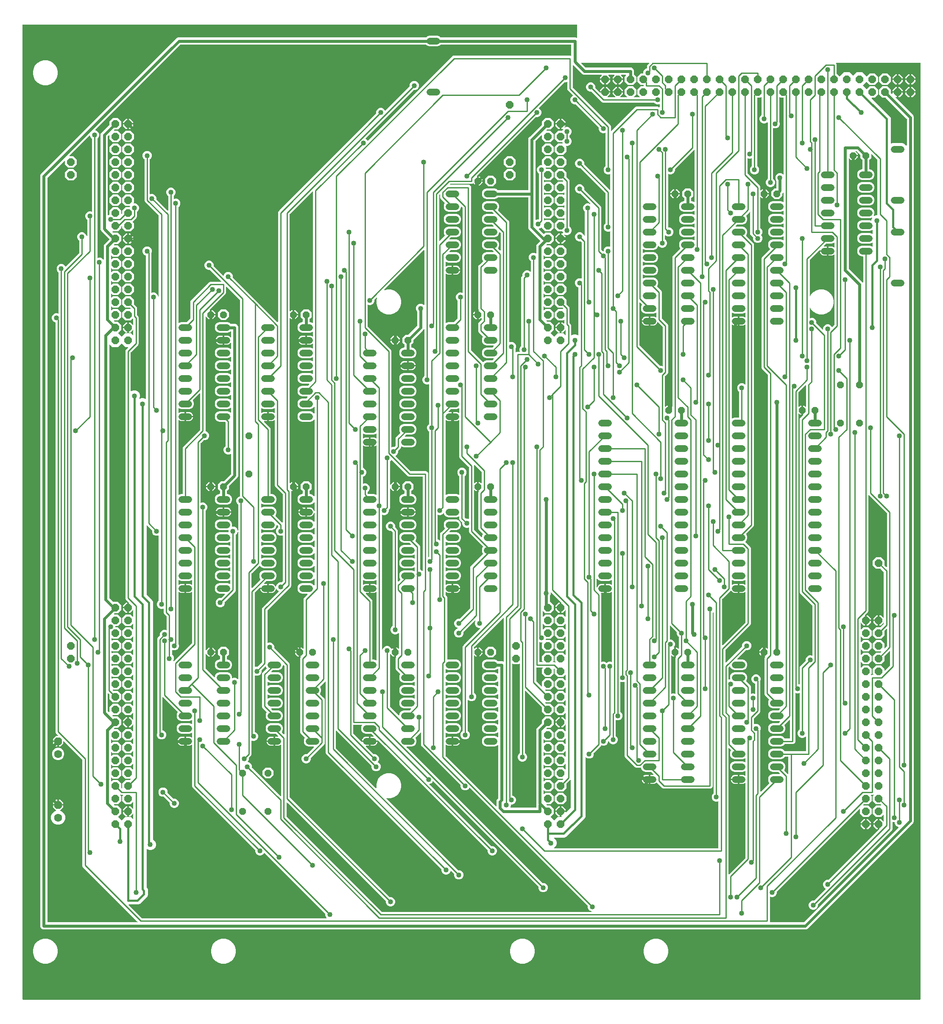
<source format=gbl>
G04 EAGLE Gerber RS-274X export*
G75*
%MOMM*%
%FSLAX34Y34*%
%LPD*%
%INBottom Copper*%
%IPPOS*%
%AMOC8*
5,1,8,0,0,1.08239X$1,22.5*%
G01*
%ADD10P,1.649562X8X22.500000*%
%ADD11C,1.320800*%
%ADD12P,1.649562X8X112.500000*%
%ADD13P,1.649562X8X202.500000*%
%ADD14P,1.429621X8X112.500000*%
%ADD15P,1.429621X8X292.500000*%
%ADD16P,1.429621X8X202.500000*%
%ADD17P,1.732040X8X112.500000*%
%ADD18C,1.600200*%
%ADD19C,0.254000*%
%ADD20C,1.016000*%
%ADD21C,0.609600*%
%ADD22C,0.457200*%

G36*
X1797578Y5084D02*
X1797578Y5084D01*
X1797597Y5082D01*
X1797699Y5104D01*
X1797801Y5120D01*
X1797818Y5130D01*
X1797838Y5134D01*
X1797927Y5187D01*
X1798018Y5236D01*
X1798032Y5250D01*
X1798049Y5260D01*
X1798116Y5339D01*
X1798188Y5414D01*
X1798196Y5432D01*
X1798209Y5447D01*
X1798248Y5543D01*
X1798291Y5637D01*
X1798293Y5657D01*
X1798301Y5675D01*
X1798319Y5842D01*
X1798319Y1873758D01*
X1798316Y1873778D01*
X1798318Y1873797D01*
X1798296Y1873899D01*
X1798280Y1874001D01*
X1798270Y1874018D01*
X1798266Y1874038D01*
X1798213Y1874127D01*
X1798164Y1874218D01*
X1798150Y1874232D01*
X1798140Y1874249D01*
X1798061Y1874316D01*
X1797986Y1874388D01*
X1797968Y1874396D01*
X1797953Y1874409D01*
X1797857Y1874448D01*
X1797763Y1874491D01*
X1797743Y1874493D01*
X1797725Y1874501D01*
X1797558Y1874519D01*
X1630538Y1874519D01*
X1630467Y1874508D01*
X1630396Y1874506D01*
X1630347Y1874488D01*
X1630295Y1874480D01*
X1630232Y1874446D01*
X1630165Y1874421D01*
X1630124Y1874389D01*
X1630078Y1874364D01*
X1630029Y1874313D01*
X1629972Y1874268D01*
X1629944Y1874224D01*
X1629908Y1874186D01*
X1629878Y1874121D01*
X1629840Y1874061D01*
X1629827Y1874010D01*
X1629805Y1873963D01*
X1629797Y1873892D01*
X1629779Y1873822D01*
X1629784Y1873770D01*
X1629778Y1873719D01*
X1629793Y1873648D01*
X1629799Y1873577D01*
X1629819Y1873529D01*
X1629830Y1873478D01*
X1629867Y1873417D01*
X1629895Y1873351D01*
X1629940Y1873295D01*
X1629956Y1873267D01*
X1629974Y1873252D01*
X1630000Y1873220D01*
X1630123Y1873097D01*
X1630935Y1871136D01*
X1630935Y1853005D01*
X1630949Y1852915D01*
X1630957Y1852824D01*
X1630969Y1852795D01*
X1630974Y1852763D01*
X1631017Y1852682D01*
X1631053Y1852598D01*
X1631079Y1852566D01*
X1631090Y1852545D01*
X1631113Y1852523D01*
X1631158Y1852467D01*
X1636325Y1847300D01*
X1636341Y1847288D01*
X1636354Y1847273D01*
X1636441Y1847216D01*
X1636525Y1847156D01*
X1636544Y1847150D01*
X1636560Y1847140D01*
X1636661Y1847114D01*
X1636760Y1847084D01*
X1636780Y1847084D01*
X1636799Y1847080D01*
X1636902Y1847088D01*
X1637006Y1847090D01*
X1637024Y1847097D01*
X1637044Y1847099D01*
X1637139Y1847139D01*
X1637237Y1847175D01*
X1637252Y1847187D01*
X1637270Y1847195D01*
X1637401Y1847300D01*
X1645318Y1855217D01*
X1656682Y1855217D01*
X1663162Y1848737D01*
X1663178Y1848725D01*
X1663190Y1848709D01*
X1663278Y1848653D01*
X1663361Y1848593D01*
X1663380Y1848587D01*
X1663397Y1848576D01*
X1663498Y1848551D01*
X1663597Y1848521D01*
X1663616Y1848521D01*
X1663636Y1848516D01*
X1663739Y1848524D01*
X1663842Y1848527D01*
X1663861Y1848534D01*
X1663881Y1848536D01*
X1663976Y1848576D01*
X1664073Y1848612D01*
X1664089Y1848624D01*
X1664107Y1848632D01*
X1664238Y1848737D01*
X1670718Y1855217D01*
X1682082Y1855217D01*
X1689999Y1847300D01*
X1690015Y1847288D01*
X1690027Y1847273D01*
X1690115Y1847216D01*
X1690198Y1847156D01*
X1690217Y1847150D01*
X1690234Y1847140D01*
X1690335Y1847114D01*
X1690433Y1847084D01*
X1690453Y1847084D01*
X1690473Y1847080D01*
X1690576Y1847088D01*
X1690679Y1847090D01*
X1690698Y1847097D01*
X1690718Y1847099D01*
X1690813Y1847139D01*
X1690910Y1847175D01*
X1690926Y1847187D01*
X1690944Y1847195D01*
X1691075Y1847300D01*
X1696960Y1853185D01*
X1706640Y1853185D01*
X1713485Y1846340D01*
X1713485Y1836660D01*
X1706640Y1829815D01*
X1696960Y1829815D01*
X1691075Y1835700D01*
X1691059Y1835712D01*
X1691047Y1835727D01*
X1690959Y1835783D01*
X1690875Y1835844D01*
X1690856Y1835850D01*
X1690840Y1835860D01*
X1690739Y1835886D01*
X1690640Y1835916D01*
X1690620Y1835916D01*
X1690601Y1835920D01*
X1690498Y1835912D01*
X1690394Y1835910D01*
X1690376Y1835903D01*
X1690356Y1835901D01*
X1690261Y1835861D01*
X1690163Y1835825D01*
X1690148Y1835813D01*
X1690130Y1835805D01*
X1689999Y1835700D01*
X1683637Y1829338D01*
X1683625Y1829322D01*
X1683609Y1829310D01*
X1683553Y1829222D01*
X1683493Y1829139D01*
X1683487Y1829120D01*
X1683476Y1829103D01*
X1683451Y1829002D01*
X1683421Y1828903D01*
X1683421Y1828884D01*
X1683416Y1828864D01*
X1683424Y1828761D01*
X1683427Y1828658D01*
X1683434Y1828639D01*
X1683436Y1828619D01*
X1683476Y1828524D01*
X1683512Y1828427D01*
X1683524Y1828411D01*
X1683532Y1828393D01*
X1683637Y1828262D01*
X1689999Y1821900D01*
X1690015Y1821888D01*
X1690027Y1821873D01*
X1690115Y1821816D01*
X1690198Y1821756D01*
X1690217Y1821750D01*
X1690234Y1821740D01*
X1690335Y1821714D01*
X1690433Y1821684D01*
X1690453Y1821684D01*
X1690473Y1821680D01*
X1690576Y1821688D01*
X1690679Y1821690D01*
X1690698Y1821697D01*
X1690718Y1821699D01*
X1690813Y1821739D01*
X1690910Y1821775D01*
X1690926Y1821787D01*
X1690944Y1821795D01*
X1691075Y1821900D01*
X1696960Y1827785D01*
X1706640Y1827785D01*
X1713485Y1820940D01*
X1713485Y1811260D01*
X1706640Y1804415D01*
X1701778Y1804415D01*
X1701707Y1804404D01*
X1701635Y1804402D01*
X1701586Y1804384D01*
X1701535Y1804376D01*
X1701471Y1804342D01*
X1701404Y1804317D01*
X1701363Y1804285D01*
X1701317Y1804260D01*
X1701268Y1804208D01*
X1701212Y1804164D01*
X1701184Y1804120D01*
X1701148Y1804082D01*
X1701118Y1804017D01*
X1701079Y1803957D01*
X1701066Y1803906D01*
X1701044Y1803859D01*
X1701036Y1803788D01*
X1701019Y1803718D01*
X1701023Y1803666D01*
X1701017Y1803615D01*
X1701033Y1803544D01*
X1701038Y1803473D01*
X1701058Y1803425D01*
X1701070Y1803374D01*
X1701106Y1803313D01*
X1701134Y1803247D01*
X1701179Y1803191D01*
X1701196Y1803163D01*
X1701214Y1803148D01*
X1701239Y1803116D01*
X1737482Y1766873D01*
X1738758Y1763792D01*
X1738758Y1713688D01*
X1738765Y1713643D01*
X1738763Y1713597D01*
X1738785Y1713522D01*
X1738797Y1713446D01*
X1738819Y1713405D01*
X1738832Y1713361D01*
X1738876Y1713297D01*
X1738913Y1713228D01*
X1738946Y1713197D01*
X1738972Y1713159D01*
X1739035Y1713112D01*
X1739091Y1713059D01*
X1739133Y1713039D01*
X1739169Y1713012D01*
X1739243Y1712988D01*
X1739314Y1712955D01*
X1739360Y1712950D01*
X1739403Y1712936D01*
X1739481Y1712937D01*
X1739558Y1712928D01*
X1739603Y1712938D01*
X1739649Y1712938D01*
X1739781Y1712976D01*
X1739799Y1712980D01*
X1739803Y1712983D01*
X1739810Y1712985D01*
X1743470Y1714501D01*
X1761730Y1714501D01*
X1766398Y1712567D01*
X1769588Y1709378D01*
X1769646Y1709336D01*
X1769698Y1709287D01*
X1769745Y1709265D01*
X1769787Y1709234D01*
X1769856Y1709213D01*
X1769921Y1709183D01*
X1769973Y1709177D01*
X1770023Y1709162D01*
X1770094Y1709164D01*
X1770165Y1709156D01*
X1770216Y1709167D01*
X1770268Y1709168D01*
X1770336Y1709193D01*
X1770406Y1709208D01*
X1770451Y1709235D01*
X1770499Y1709253D01*
X1770555Y1709298D01*
X1770617Y1709334D01*
X1770651Y1709374D01*
X1770691Y1709406D01*
X1770730Y1709467D01*
X1770777Y1709521D01*
X1770796Y1709570D01*
X1770824Y1709613D01*
X1770842Y1709683D01*
X1770869Y1709749D01*
X1770877Y1709821D01*
X1770885Y1709852D01*
X1770883Y1709875D01*
X1770887Y1709916D01*
X1770887Y1762039D01*
X1770873Y1762129D01*
X1770865Y1762220D01*
X1770853Y1762249D01*
X1770848Y1762281D01*
X1770829Y1762317D01*
X1770827Y1762326D01*
X1770804Y1762363D01*
X1770769Y1762446D01*
X1770743Y1762478D01*
X1770732Y1762499D01*
X1770711Y1762519D01*
X1770701Y1762537D01*
X1770687Y1762548D01*
X1770664Y1762577D01*
X1729049Y1804192D01*
X1728975Y1804245D01*
X1728905Y1804305D01*
X1728875Y1804317D01*
X1728849Y1804336D01*
X1728762Y1804363D01*
X1728677Y1804397D01*
X1728636Y1804401D01*
X1728614Y1804408D01*
X1728582Y1804407D01*
X1728511Y1804415D01*
X1722360Y1804415D01*
X1715515Y1811260D01*
X1715515Y1820940D01*
X1722360Y1827785D01*
X1732040Y1827785D01*
X1738885Y1820940D01*
X1738885Y1814789D01*
X1738899Y1814699D01*
X1738907Y1814608D01*
X1738919Y1814579D01*
X1738924Y1814547D01*
X1738967Y1814466D01*
X1739003Y1814382D01*
X1739029Y1814350D01*
X1739040Y1814329D01*
X1739063Y1814307D01*
X1739108Y1814251D01*
X1741140Y1812219D01*
X1741198Y1812177D01*
X1741250Y1812128D01*
X1741297Y1812106D01*
X1741339Y1812076D01*
X1741408Y1812055D01*
X1741473Y1812024D01*
X1741525Y1812019D01*
X1741575Y1812003D01*
X1741646Y1812005D01*
X1741717Y1811997D01*
X1741768Y1812008D01*
X1741820Y1812010D01*
X1741888Y1812034D01*
X1741958Y1812049D01*
X1742002Y1812076D01*
X1742051Y1812094D01*
X1742107Y1812139D01*
X1742169Y1812176D01*
X1742203Y1812215D01*
X1742243Y1812248D01*
X1742282Y1812308D01*
X1742329Y1812363D01*
X1742348Y1812411D01*
X1742376Y1812455D01*
X1742394Y1812524D01*
X1742421Y1812591D01*
X1742429Y1812662D01*
X1742437Y1812693D01*
X1742435Y1812717D01*
X1742439Y1812757D01*
X1742439Y1814577D01*
X1751077Y1814577D01*
X1751077Y1805939D01*
X1749257Y1805939D01*
X1749187Y1805928D01*
X1749115Y1805926D01*
X1749066Y1805908D01*
X1749015Y1805900D01*
X1748951Y1805866D01*
X1748884Y1805841D01*
X1748843Y1805809D01*
X1748797Y1805784D01*
X1748748Y1805733D01*
X1748692Y1805688D01*
X1748664Y1805644D01*
X1748628Y1805606D01*
X1748598Y1805541D01*
X1748559Y1805481D01*
X1748546Y1805430D01*
X1748524Y1805383D01*
X1748516Y1805312D01*
X1748499Y1805242D01*
X1748503Y1805190D01*
X1748497Y1805139D01*
X1748512Y1805068D01*
X1748518Y1804997D01*
X1748538Y1804949D01*
X1748549Y1804898D01*
X1748586Y1804837D01*
X1748614Y1804771D01*
X1748659Y1804715D01*
X1748676Y1804687D01*
X1748693Y1804672D01*
X1748719Y1804640D01*
X1781922Y1771437D01*
X1784030Y1769329D01*
X1785113Y1766715D01*
X1785113Y360535D01*
X1784030Y357921D01*
X1574587Y148478D01*
X1572479Y146370D01*
X1569865Y145287D01*
X46210Y145287D01*
X43596Y146370D01*
X41595Y148371D01*
X40512Y150985D01*
X40512Y1649240D01*
X41595Y1651854D01*
X313471Y1923730D01*
X316085Y1924813D01*
X810606Y1924813D01*
X810696Y1924827D01*
X810787Y1924835D01*
X810816Y1924847D01*
X810848Y1924852D01*
X810929Y1924895D01*
X811013Y1924931D01*
X811045Y1924957D01*
X811066Y1924968D01*
X811088Y1924991D01*
X811144Y1925036D01*
X812853Y1926745D01*
X816774Y1928369D01*
X834226Y1928369D01*
X838147Y1926745D01*
X839856Y1925036D01*
X839930Y1924983D01*
X840000Y1924923D01*
X840030Y1924911D01*
X840056Y1924892D01*
X840143Y1924865D01*
X840228Y1924831D01*
X840269Y1924827D01*
X840291Y1924820D01*
X840323Y1924821D01*
X840394Y1924813D01*
X1109490Y1924813D01*
X1111467Y1923994D01*
X1111511Y1923983D01*
X1111553Y1923964D01*
X1111630Y1923955D01*
X1111706Y1923938D01*
X1111752Y1923942D01*
X1111797Y1923937D01*
X1111874Y1923953D01*
X1111951Y1923961D01*
X1111993Y1923979D01*
X1112038Y1923989D01*
X1112105Y1924029D01*
X1112176Y1924061D01*
X1112210Y1924092D01*
X1112249Y1924115D01*
X1112300Y1924174D01*
X1112357Y1924227D01*
X1112379Y1924267D01*
X1112409Y1924302D01*
X1112438Y1924375D01*
X1112475Y1924443D01*
X1112484Y1924488D01*
X1112501Y1924530D01*
X1112516Y1924666D01*
X1112519Y1924685D01*
X1112518Y1924690D01*
X1112519Y1924697D01*
X1112519Y1949958D01*
X1112516Y1949978D01*
X1112518Y1949997D01*
X1112496Y1950099D01*
X1112480Y1950201D01*
X1112470Y1950218D01*
X1112466Y1950238D01*
X1112413Y1950327D01*
X1112364Y1950418D01*
X1112350Y1950432D01*
X1112340Y1950449D01*
X1112261Y1950516D01*
X1112186Y1950588D01*
X1112168Y1950596D01*
X1112153Y1950609D01*
X1112057Y1950648D01*
X1111963Y1950691D01*
X1111943Y1950693D01*
X1111925Y1950701D01*
X1111758Y1950719D01*
X5842Y1950719D01*
X5822Y1950716D01*
X5803Y1950718D01*
X5701Y1950696D01*
X5599Y1950680D01*
X5582Y1950670D01*
X5562Y1950666D01*
X5473Y1950613D01*
X5382Y1950564D01*
X5368Y1950550D01*
X5351Y1950540D01*
X5284Y1950461D01*
X5212Y1950386D01*
X5204Y1950368D01*
X5191Y1950353D01*
X5152Y1950257D01*
X5109Y1950163D01*
X5107Y1950143D01*
X5099Y1950125D01*
X5081Y1949958D01*
X5081Y5842D01*
X5084Y5822D01*
X5082Y5803D01*
X5104Y5701D01*
X5120Y5599D01*
X5130Y5582D01*
X5134Y5562D01*
X5187Y5473D01*
X5236Y5382D01*
X5250Y5368D01*
X5260Y5351D01*
X5339Y5284D01*
X5414Y5212D01*
X5432Y5204D01*
X5447Y5191D01*
X5543Y5152D01*
X5637Y5109D01*
X5657Y5107D01*
X5675Y5099D01*
X5842Y5081D01*
X1797558Y5081D01*
X1797578Y5084D01*
G37*
G36*
X251195Y1203242D02*
X251195Y1203242D01*
X251272Y1203250D01*
X251314Y1203268D01*
X251359Y1203278D01*
X251426Y1203318D01*
X251497Y1203350D01*
X251531Y1203381D01*
X251570Y1203404D01*
X251621Y1203463D01*
X251678Y1203516D01*
X251700Y1203556D01*
X251730Y1203591D01*
X251759Y1203663D01*
X251796Y1203732D01*
X251805Y1203777D01*
X251822Y1203819D01*
X251837Y1203955D01*
X251840Y1203974D01*
X251839Y1203979D01*
X251840Y1203986D01*
X251840Y1489088D01*
X251821Y1489203D01*
X251804Y1489319D01*
X251802Y1489324D01*
X251801Y1489331D01*
X251747Y1489432D01*
X251693Y1489538D01*
X251688Y1489542D01*
X251685Y1489548D01*
X251601Y1489628D01*
X251517Y1489710D01*
X251511Y1489714D01*
X251507Y1489717D01*
X251490Y1489725D01*
X251370Y1489791D01*
X248820Y1490847D01*
X246247Y1493420D01*
X244855Y1496781D01*
X244855Y1500419D01*
X246247Y1503780D01*
X248820Y1506353D01*
X252181Y1507745D01*
X255819Y1507745D01*
X259180Y1506353D01*
X261753Y1503780D01*
X263145Y1500419D01*
X263145Y1496781D01*
X262568Y1495388D01*
X262553Y1495324D01*
X262528Y1495263D01*
X262519Y1495180D01*
X262512Y1495148D01*
X262513Y1495129D01*
X262510Y1495097D01*
X262510Y1415827D01*
X262517Y1415782D01*
X262515Y1415736D01*
X262537Y1415661D01*
X262549Y1415584D01*
X262571Y1415544D01*
X262584Y1415499D01*
X262628Y1415435D01*
X262665Y1415367D01*
X262698Y1415335D01*
X262724Y1415297D01*
X262786Y1415251D01*
X262843Y1415197D01*
X262885Y1415178D01*
X262921Y1415151D01*
X262995Y1415126D01*
X263066Y1415094D01*
X263112Y1415089D01*
X263155Y1415074D01*
X263233Y1415075D01*
X263310Y1415067D01*
X263355Y1415076D01*
X263401Y1415077D01*
X263533Y1415115D01*
X263551Y1415119D01*
X263555Y1415121D01*
X263562Y1415123D01*
X264881Y1415670D01*
X268519Y1415670D01*
X271880Y1414278D01*
X274453Y1411705D01*
X275776Y1408511D01*
X275827Y1408428D01*
X275873Y1408342D01*
X275891Y1408324D01*
X275905Y1408301D01*
X275981Y1408239D01*
X276051Y1408172D01*
X276075Y1408161D01*
X276095Y1408145D01*
X276186Y1408110D01*
X276274Y1408069D01*
X276300Y1408066D01*
X276324Y1408056D01*
X276422Y1408052D01*
X276518Y1408042D01*
X276544Y1408047D01*
X276570Y1408046D01*
X276664Y1408073D01*
X276759Y1408094D01*
X276781Y1408107D01*
X276806Y1408115D01*
X276886Y1408170D01*
X276970Y1408220D01*
X276987Y1408240D01*
X277008Y1408255D01*
X277067Y1408333D01*
X277130Y1408407D01*
X277140Y1408431D01*
X277155Y1408452D01*
X277185Y1408545D01*
X277222Y1408635D01*
X277225Y1408668D01*
X277231Y1408686D01*
X277231Y1408719D01*
X277240Y1408802D01*
X277240Y1569100D01*
X277226Y1569190D01*
X277218Y1569281D01*
X277206Y1569311D01*
X277201Y1569343D01*
X277158Y1569423D01*
X277122Y1569507D01*
X277096Y1569539D01*
X277085Y1569560D01*
X277062Y1569582D01*
X277017Y1569638D01*
X249477Y1597178D01*
X248665Y1599139D01*
X248665Y1681187D01*
X248651Y1681277D01*
X248643Y1681368D01*
X248631Y1681398D01*
X248626Y1681430D01*
X248583Y1681510D01*
X248547Y1681594D01*
X248521Y1681626D01*
X248510Y1681647D01*
X248487Y1681669D01*
X248442Y1681725D01*
X246247Y1683920D01*
X244855Y1687281D01*
X244855Y1690919D01*
X246247Y1694280D01*
X248820Y1696853D01*
X252181Y1698245D01*
X255819Y1698245D01*
X259180Y1696853D01*
X261753Y1694280D01*
X263145Y1690919D01*
X263145Y1687281D01*
X261753Y1683920D01*
X259558Y1681725D01*
X259505Y1681651D01*
X259445Y1681582D01*
X259433Y1681552D01*
X259414Y1681525D01*
X259387Y1681438D01*
X259353Y1681354D01*
X259349Y1681313D01*
X259342Y1681290D01*
X259343Y1681258D01*
X259335Y1681187D01*
X259335Y1612677D01*
X259342Y1612632D01*
X259340Y1612586D01*
X259362Y1612511D01*
X259374Y1612434D01*
X259396Y1612394D01*
X259409Y1612349D01*
X259453Y1612285D01*
X259490Y1612217D01*
X259523Y1612185D01*
X259549Y1612147D01*
X259611Y1612101D01*
X259668Y1612047D01*
X259710Y1612028D01*
X259746Y1612001D01*
X259820Y1611976D01*
X259891Y1611944D01*
X259937Y1611939D01*
X259980Y1611924D01*
X260058Y1611925D01*
X260135Y1611917D01*
X260180Y1611926D01*
X260226Y1611927D01*
X260358Y1611965D01*
X260376Y1611969D01*
X260380Y1611971D01*
X260387Y1611973D01*
X261706Y1612520D01*
X265344Y1612520D01*
X268705Y1611128D01*
X271278Y1608555D01*
X272670Y1605194D01*
X272670Y1602090D01*
X272684Y1602000D01*
X272692Y1601909D01*
X272704Y1601879D01*
X272709Y1601847D01*
X272752Y1601767D01*
X272788Y1601683D01*
X272814Y1601651D01*
X272825Y1601630D01*
X272848Y1601608D01*
X272893Y1601552D01*
X294991Y1579454D01*
X295049Y1579412D01*
X295101Y1579362D01*
X295148Y1579340D01*
X295190Y1579310D01*
X295259Y1579289D01*
X295324Y1579259D01*
X295376Y1579253D01*
X295426Y1579238D01*
X295497Y1579240D01*
X295568Y1579232D01*
X295619Y1579243D01*
X295671Y1579244D01*
X295739Y1579269D01*
X295809Y1579284D01*
X295853Y1579311D01*
X295902Y1579329D01*
X295958Y1579373D01*
X296020Y1579410D01*
X296054Y1579450D01*
X296094Y1579482D01*
X296133Y1579543D01*
X296180Y1579597D01*
X296199Y1579645D01*
X296227Y1579689D01*
X296245Y1579759D01*
X296272Y1579825D01*
X296280Y1579897D01*
X296288Y1579928D01*
X296286Y1579951D01*
X296290Y1579992D01*
X296290Y1608162D01*
X296276Y1608252D01*
X296268Y1608343D01*
X296256Y1608373D01*
X296251Y1608405D01*
X296208Y1608485D01*
X296172Y1608569D01*
X296146Y1608601D01*
X296135Y1608622D01*
X296112Y1608644D01*
X296067Y1608700D01*
X293872Y1610895D01*
X292480Y1614256D01*
X292480Y1617894D01*
X293872Y1621255D01*
X296445Y1623828D01*
X299806Y1625220D01*
X303444Y1625220D01*
X306805Y1623828D01*
X309378Y1621255D01*
X310770Y1617894D01*
X310770Y1614256D01*
X309378Y1610895D01*
X307183Y1608700D01*
X307130Y1608626D01*
X307070Y1608557D01*
X307058Y1608527D01*
X307039Y1608500D01*
X307012Y1608413D01*
X306978Y1608329D01*
X306974Y1608288D01*
X306967Y1608265D01*
X306968Y1608233D01*
X306960Y1608162D01*
X306960Y1603152D01*
X306967Y1603107D01*
X306965Y1603061D01*
X306987Y1602986D01*
X306999Y1602909D01*
X307021Y1602869D01*
X307034Y1602824D01*
X307078Y1602760D01*
X307115Y1602692D01*
X307148Y1602660D01*
X307174Y1602622D01*
X307236Y1602576D01*
X307293Y1602522D01*
X307335Y1602503D01*
X307371Y1602476D01*
X307445Y1602451D01*
X307516Y1602419D01*
X307562Y1602414D01*
X307605Y1602399D01*
X307683Y1602400D01*
X307760Y1602392D01*
X307805Y1602401D01*
X307851Y1602402D01*
X307983Y1602440D01*
X308001Y1602444D01*
X308005Y1602446D01*
X308012Y1602448D01*
X309331Y1602995D01*
X312969Y1602995D01*
X316330Y1601603D01*
X318903Y1599030D01*
X320295Y1595669D01*
X320295Y1592031D01*
X318903Y1588670D01*
X316708Y1586475D01*
X316655Y1586401D01*
X316595Y1586332D01*
X316583Y1586302D01*
X316564Y1586275D01*
X316537Y1586188D01*
X316503Y1586104D01*
X316499Y1586063D01*
X316492Y1586040D01*
X316493Y1586008D01*
X316485Y1585937D01*
X316485Y1355941D01*
X316492Y1355896D01*
X316490Y1355850D01*
X316512Y1355775D01*
X316524Y1355699D01*
X316546Y1355658D01*
X316559Y1355614D01*
X316603Y1355550D01*
X316640Y1355481D01*
X316673Y1355450D01*
X316699Y1355412D01*
X316762Y1355366D01*
X316818Y1355312D01*
X316860Y1355293D01*
X316896Y1355265D01*
X316970Y1355241D01*
X317041Y1355208D01*
X317087Y1355203D01*
X317130Y1355189D01*
X317208Y1355190D01*
X317285Y1355181D01*
X317330Y1355191D01*
X317376Y1355191D01*
X317508Y1355230D01*
X317526Y1355233D01*
X317530Y1355236D01*
X317537Y1355238D01*
X321474Y1356869D01*
X333009Y1356869D01*
X333099Y1356883D01*
X333190Y1356891D01*
X333220Y1356903D01*
X333252Y1356908D01*
X333332Y1356951D01*
X333416Y1356987D01*
X333448Y1357013D01*
X333469Y1357024D01*
X333491Y1357047D01*
X333547Y1357092D01*
X340517Y1364062D01*
X340570Y1364136D01*
X340630Y1364205D01*
X340642Y1364235D01*
X340661Y1364262D01*
X340688Y1364348D01*
X340722Y1364433D01*
X340726Y1364474D01*
X340733Y1364497D01*
X340732Y1364529D01*
X340740Y1364600D01*
X340740Y1398061D01*
X341552Y1400022D01*
X377978Y1436448D01*
X379939Y1437260D01*
X401208Y1437260D01*
X401279Y1437271D01*
X401350Y1437273D01*
X401399Y1437291D01*
X401451Y1437299D01*
X401514Y1437333D01*
X401581Y1437358D01*
X401622Y1437390D01*
X401668Y1437415D01*
X401717Y1437466D01*
X401773Y1437511D01*
X401802Y1437555D01*
X401838Y1437593D01*
X401868Y1437658D01*
X401906Y1437718D01*
X401919Y1437769D01*
X401941Y1437816D01*
X401949Y1437887D01*
X401967Y1437957D01*
X401962Y1438009D01*
X401968Y1438060D01*
X401953Y1438131D01*
X401947Y1438202D01*
X401927Y1438250D01*
X401916Y1438301D01*
X401879Y1438362D01*
X401851Y1438428D01*
X401806Y1438484D01*
X401790Y1438512D01*
X401772Y1438527D01*
X401746Y1438559D01*
X379648Y1460657D01*
X379574Y1460710D01*
X379505Y1460770D01*
X379475Y1460782D01*
X379449Y1460801D01*
X379362Y1460828D01*
X379277Y1460862D01*
X379236Y1460866D01*
X379213Y1460873D01*
X379181Y1460872D01*
X379110Y1460880D01*
X376006Y1460880D01*
X372645Y1462272D01*
X370072Y1464845D01*
X368680Y1468206D01*
X368680Y1471844D01*
X370072Y1475205D01*
X372645Y1477778D01*
X376006Y1479170D01*
X379644Y1479170D01*
X383005Y1477778D01*
X385578Y1475205D01*
X386970Y1471844D01*
X386970Y1468740D01*
X386984Y1468650D01*
X386992Y1468559D01*
X387004Y1468529D01*
X387009Y1468497D01*
X387052Y1468417D01*
X387088Y1468333D01*
X387114Y1468301D01*
X387125Y1468280D01*
X387148Y1468258D01*
X387193Y1468202D01*
X405680Y1449714D01*
X405718Y1449687D01*
X405749Y1449653D01*
X405817Y1449616D01*
X405880Y1449571D01*
X405924Y1449557D01*
X405964Y1449535D01*
X406041Y1449521D01*
X406115Y1449498D01*
X406161Y1449499D01*
X406206Y1449491D01*
X406283Y1449503D01*
X406361Y1449505D01*
X406404Y1449520D01*
X406450Y1449527D01*
X406519Y1449562D01*
X406592Y1449589D01*
X406628Y1449618D01*
X406669Y1449638D01*
X406723Y1449694D01*
X406784Y1449743D01*
X406809Y1449781D01*
X406841Y1449814D01*
X406907Y1449934D01*
X406917Y1449950D01*
X406918Y1449954D01*
X406922Y1449961D01*
X408172Y1452980D01*
X410745Y1455553D01*
X414106Y1456945D01*
X417744Y1456945D01*
X421105Y1455553D01*
X423678Y1452980D01*
X425070Y1449619D01*
X425070Y1446515D01*
X425084Y1446425D01*
X425092Y1446334D01*
X425104Y1446304D01*
X425109Y1446272D01*
X425152Y1446192D01*
X425188Y1446108D01*
X425214Y1446076D01*
X425225Y1446055D01*
X425248Y1446033D01*
X425293Y1445977D01*
X474530Y1396740D01*
X514066Y1357204D01*
X514124Y1357162D01*
X514176Y1357112D01*
X514223Y1357090D01*
X514265Y1357060D01*
X514334Y1357039D01*
X514399Y1357009D01*
X514451Y1357003D01*
X514501Y1356988D01*
X514572Y1356990D01*
X514643Y1356982D01*
X514694Y1356993D01*
X514746Y1356994D01*
X514814Y1357019D01*
X514884Y1357034D01*
X514929Y1357061D01*
X514977Y1357079D01*
X515033Y1357123D01*
X515095Y1357160D01*
X515129Y1357200D01*
X515169Y1357232D01*
X515208Y1357293D01*
X515255Y1357347D01*
X515274Y1357395D01*
X515302Y1357439D01*
X515320Y1357509D01*
X515347Y1357575D01*
X515355Y1357647D01*
X515363Y1357678D01*
X515361Y1357701D01*
X515365Y1357742D01*
X515365Y1575861D01*
X516177Y1577822D01*
X517785Y1579430D01*
X711357Y1773002D01*
X711410Y1773076D01*
X711470Y1773145D01*
X711482Y1773175D01*
X711501Y1773201D01*
X711528Y1773288D01*
X711562Y1773373D01*
X711566Y1773414D01*
X711573Y1773437D01*
X711572Y1773469D01*
X711580Y1773540D01*
X711580Y1776644D01*
X712972Y1780005D01*
X715545Y1782578D01*
X718906Y1783970D01*
X722544Y1783970D01*
X725905Y1782578D01*
X728478Y1780005D01*
X728798Y1779231D01*
X728822Y1779192D01*
X728838Y1779149D01*
X728887Y1779088D01*
X728928Y1779022D01*
X728963Y1778993D01*
X728992Y1778957D01*
X729057Y1778915D01*
X729117Y1778865D01*
X729160Y1778849D01*
X729199Y1778824D01*
X729274Y1778805D01*
X729347Y1778777D01*
X729393Y1778775D01*
X729437Y1778764D01*
X729515Y1778770D01*
X729593Y1778767D01*
X729637Y1778779D01*
X729682Y1778783D01*
X729754Y1778813D01*
X729829Y1778835D01*
X729867Y1778861D01*
X729909Y1778879D01*
X730015Y1778965D01*
X730031Y1778975D01*
X730034Y1778979D01*
X730040Y1778984D01*
X778032Y1826977D01*
X778074Y1827035D01*
X778122Y1827085D01*
X778130Y1827103D01*
X778145Y1827120D01*
X778157Y1827150D01*
X778176Y1827176D01*
X778199Y1827251D01*
X778225Y1827308D01*
X778227Y1827324D01*
X778237Y1827348D01*
X778241Y1827389D01*
X778248Y1827412D01*
X778247Y1827444D01*
X778255Y1827515D01*
X778255Y1830619D01*
X779647Y1833980D01*
X782220Y1836553D01*
X785581Y1837945D01*
X789219Y1837945D01*
X792580Y1836553D01*
X795153Y1833980D01*
X796545Y1830619D01*
X796545Y1826981D01*
X795153Y1823620D01*
X792580Y1821047D01*
X789219Y1819655D01*
X786115Y1819655D01*
X786025Y1819641D01*
X785934Y1819633D01*
X785904Y1819621D01*
X785872Y1819616D01*
X785792Y1819573D01*
X785708Y1819537D01*
X785676Y1819511D01*
X785655Y1819500D01*
X785633Y1819477D01*
X785577Y1819432D01*
X689959Y1723815D01*
X689932Y1723777D01*
X689899Y1723746D01*
X689861Y1723678D01*
X689816Y1723615D01*
X689802Y1723571D01*
X689780Y1723531D01*
X689766Y1723454D01*
X689743Y1723380D01*
X689744Y1723334D01*
X689736Y1723289D01*
X689748Y1723212D01*
X689750Y1723134D01*
X689765Y1723091D01*
X689772Y1723045D01*
X689807Y1722976D01*
X689834Y1722903D01*
X689863Y1722867D01*
X689884Y1722826D01*
X689939Y1722772D01*
X689988Y1722711D01*
X690026Y1722686D01*
X690059Y1722654D01*
X690179Y1722588D01*
X690195Y1722578D01*
X690200Y1722577D01*
X690206Y1722573D01*
X690980Y1722253D01*
X693553Y1719680D01*
X693873Y1718906D01*
X693897Y1718867D01*
X693913Y1718824D01*
X693962Y1718763D01*
X694003Y1718697D01*
X694038Y1718668D01*
X694067Y1718632D01*
X694132Y1718590D01*
X694192Y1718540D01*
X694235Y1718524D01*
X694274Y1718499D01*
X694349Y1718480D01*
X694422Y1718452D01*
X694468Y1718450D01*
X694512Y1718439D01*
X694590Y1718445D01*
X694668Y1718442D01*
X694712Y1718454D01*
X694757Y1718458D01*
X694829Y1718488D01*
X694904Y1718510D01*
X694942Y1718536D01*
X694984Y1718554D01*
X695090Y1718640D01*
X695106Y1718650D01*
X695109Y1718654D01*
X695115Y1718659D01*
X862145Y1885690D01*
X863753Y1887298D01*
X865714Y1888110D01*
X1099611Y1888110D01*
X1099910Y1887986D01*
X1099954Y1887976D01*
X1099996Y1887956D01*
X1100073Y1887948D01*
X1100149Y1887930D01*
X1100195Y1887934D01*
X1100240Y1887929D01*
X1100317Y1887946D01*
X1100394Y1887953D01*
X1100436Y1887972D01*
X1100481Y1887981D01*
X1100548Y1888021D01*
X1100619Y1888053D01*
X1100653Y1888084D01*
X1100692Y1888108D01*
X1100743Y1888167D01*
X1100800Y1888219D01*
X1100822Y1888260D01*
X1100852Y1888294D01*
X1100881Y1888367D01*
X1100918Y1888435D01*
X1100927Y1888480D01*
X1100944Y1888523D01*
X1100959Y1888659D01*
X1100962Y1888677D01*
X1100961Y1888682D01*
X1100962Y1888689D01*
X1100962Y1909826D01*
X1100959Y1909846D01*
X1100961Y1909865D01*
X1100939Y1909967D01*
X1100923Y1910069D01*
X1100913Y1910086D01*
X1100909Y1910106D01*
X1100856Y1910195D01*
X1100807Y1910286D01*
X1100793Y1910300D01*
X1100783Y1910317D01*
X1100704Y1910384D01*
X1100629Y1910456D01*
X1100611Y1910464D01*
X1100596Y1910477D01*
X1100500Y1910516D01*
X1100406Y1910559D01*
X1100386Y1910561D01*
X1100368Y1910569D01*
X1100201Y1910587D01*
X840394Y1910587D01*
X840304Y1910573D01*
X840213Y1910565D01*
X840184Y1910553D01*
X840152Y1910548D01*
X840071Y1910505D01*
X839987Y1910469D01*
X839955Y1910443D01*
X839934Y1910432D01*
X839912Y1910409D01*
X839856Y1910364D01*
X838147Y1908655D01*
X834226Y1907031D01*
X816774Y1907031D01*
X812853Y1908655D01*
X811144Y1910364D01*
X811070Y1910417D01*
X811000Y1910477D01*
X810970Y1910489D01*
X810944Y1910508D01*
X810857Y1910535D01*
X810772Y1910569D01*
X810731Y1910573D01*
X810709Y1910580D01*
X810677Y1910579D01*
X810606Y1910587D01*
X320762Y1910587D01*
X320671Y1910573D01*
X320581Y1910565D01*
X320551Y1910553D01*
X320519Y1910548D01*
X320438Y1910505D01*
X320354Y1910469D01*
X320322Y1910443D01*
X320301Y1910432D01*
X320279Y1910409D01*
X320223Y1910364D01*
X150672Y1740813D01*
X150645Y1740776D01*
X150611Y1740745D01*
X150574Y1740676D01*
X150528Y1740613D01*
X150515Y1740570D01*
X150493Y1740529D01*
X150479Y1740453D01*
X150456Y1740378D01*
X150457Y1740332D01*
X150449Y1740287D01*
X150460Y1740210D01*
X150462Y1740132D01*
X150478Y1740089D01*
X150485Y1740044D01*
X150520Y1739975D01*
X150547Y1739901D01*
X150576Y1739866D01*
X150596Y1739825D01*
X150652Y1739770D01*
X150701Y1739709D01*
X150739Y1739685D01*
X150772Y1739652D01*
X150892Y1739586D01*
X150908Y1739576D01*
X150912Y1739575D01*
X150919Y1739572D01*
X154405Y1738128D01*
X156978Y1735555D01*
X158370Y1732194D01*
X158370Y1728556D01*
X156978Y1725195D01*
X154783Y1723000D01*
X154738Y1722938D01*
X154691Y1722889D01*
X154684Y1722873D01*
X154670Y1722857D01*
X154658Y1722827D01*
X154639Y1722800D01*
X154617Y1722729D01*
X154588Y1722666D01*
X154586Y1722647D01*
X154578Y1722629D01*
X154574Y1722588D01*
X154567Y1722565D01*
X154568Y1722533D01*
X154560Y1722462D01*
X154560Y1485677D01*
X154567Y1485632D01*
X154565Y1485586D01*
X154587Y1485511D01*
X154599Y1485434D01*
X154621Y1485394D01*
X154634Y1485349D01*
X154678Y1485285D01*
X154715Y1485217D01*
X154748Y1485185D01*
X154774Y1485147D01*
X154836Y1485101D01*
X154893Y1485047D01*
X154935Y1485028D01*
X154971Y1485001D01*
X155045Y1484976D01*
X155116Y1484944D01*
X155162Y1484939D01*
X155205Y1484924D01*
X155283Y1484925D01*
X155360Y1484917D01*
X155405Y1484926D01*
X155451Y1484927D01*
X155583Y1484965D01*
X155601Y1484969D01*
X155605Y1484971D01*
X155612Y1484973D01*
X156931Y1485520D01*
X160569Y1485520D01*
X163930Y1484128D01*
X166213Y1481845D01*
X166271Y1481803D01*
X166323Y1481754D01*
X166370Y1481732D01*
X166412Y1481701D01*
X166481Y1481680D01*
X166546Y1481650D01*
X166598Y1481644D01*
X166648Y1481629D01*
X166719Y1481631D01*
X166790Y1481623D01*
X166841Y1481634D01*
X166893Y1481635D01*
X166961Y1481660D01*
X167031Y1481675D01*
X167076Y1481702D01*
X167124Y1481720D01*
X167180Y1481765D01*
X167242Y1481801D01*
X167276Y1481841D01*
X167316Y1481873D01*
X167355Y1481934D01*
X167402Y1481988D01*
X167421Y1482037D01*
X167449Y1482080D01*
X167467Y1482150D01*
X167494Y1482216D01*
X167502Y1482288D01*
X167510Y1482319D01*
X167508Y1482342D01*
X167512Y1482383D01*
X167512Y1509540D01*
X168595Y1512154D01*
X178315Y1521874D01*
X178327Y1521890D01*
X178342Y1521903D01*
X178399Y1521990D01*
X178459Y1522074D01*
X178465Y1522093D01*
X178475Y1522110D01*
X178501Y1522210D01*
X178531Y1522309D01*
X178531Y1522329D01*
X178536Y1522348D01*
X178528Y1522451D01*
X178525Y1522555D01*
X178518Y1522574D01*
X178516Y1522593D01*
X178476Y1522688D01*
X178440Y1522786D01*
X178428Y1522802D01*
X178420Y1522820D01*
X178315Y1522951D01*
X162245Y1539021D01*
X161162Y1541635D01*
X161162Y1731790D01*
X162245Y1734404D01*
X178592Y1750751D01*
X178645Y1750825D01*
X178705Y1750895D01*
X178717Y1750925D01*
X178736Y1750951D01*
X178763Y1751038D01*
X178797Y1751123D01*
X178801Y1751164D01*
X178808Y1751186D01*
X178807Y1751218D01*
X178815Y1751290D01*
X178815Y1757440D01*
X185660Y1764285D01*
X195340Y1764285D01*
X202185Y1757440D01*
X202185Y1747760D01*
X195340Y1740915D01*
X189190Y1740915D01*
X189100Y1740901D01*
X189009Y1740893D01*
X188979Y1740881D01*
X188947Y1740876D01*
X188866Y1740833D01*
X188782Y1740797D01*
X188750Y1740771D01*
X188729Y1740760D01*
X188707Y1740737D01*
X188651Y1740692D01*
X188143Y1740184D01*
X188101Y1740126D01*
X188052Y1740074D01*
X188030Y1740027D01*
X188000Y1739985D01*
X187979Y1739916D01*
X187948Y1739851D01*
X187943Y1739799D01*
X187927Y1739749D01*
X187929Y1739678D01*
X187921Y1739607D01*
X187932Y1739556D01*
X187934Y1739504D01*
X187958Y1739436D01*
X187973Y1739366D01*
X188000Y1739321D01*
X188018Y1739273D01*
X188063Y1739217D01*
X188100Y1739155D01*
X188139Y1739121D01*
X188172Y1739081D01*
X188232Y1739042D01*
X188287Y1738995D01*
X188335Y1738976D01*
X188379Y1738948D01*
X188448Y1738930D01*
X188515Y1738903D01*
X188586Y1738895D01*
X188617Y1738887D01*
X188641Y1738889D01*
X188681Y1738885D01*
X195340Y1738885D01*
X202185Y1732040D01*
X202185Y1722360D01*
X195340Y1715515D01*
X185660Y1715515D01*
X178815Y1722360D01*
X178815Y1729019D01*
X178804Y1729089D01*
X178802Y1729161D01*
X178784Y1729210D01*
X178776Y1729261D01*
X178742Y1729325D01*
X178717Y1729392D01*
X178685Y1729433D01*
X178660Y1729479D01*
X178608Y1729528D01*
X178564Y1729584D01*
X178520Y1729612D01*
X178482Y1729648D01*
X178417Y1729678D01*
X178357Y1729717D01*
X178306Y1729730D01*
X178259Y1729752D01*
X178188Y1729760D01*
X178118Y1729777D01*
X178066Y1729773D01*
X178015Y1729779D01*
X177944Y1729764D01*
X177873Y1729758D01*
X177825Y1729738D01*
X177774Y1729727D01*
X177713Y1729690D01*
X177647Y1729662D01*
X177591Y1729617D01*
X177563Y1729600D01*
X177548Y1729583D01*
X177516Y1729557D01*
X175611Y1727652D01*
X175558Y1727578D01*
X175498Y1727508D01*
X175486Y1727478D01*
X175467Y1727452D01*
X175440Y1727365D01*
X175406Y1727280D01*
X175402Y1727239D01*
X175395Y1727217D01*
X175396Y1727185D01*
X175388Y1727113D01*
X175388Y1570823D01*
X175395Y1570778D01*
X175393Y1570732D01*
X175415Y1570657D01*
X175427Y1570580D01*
X175449Y1570540D01*
X175462Y1570496D01*
X175506Y1570432D01*
X175543Y1570363D01*
X175576Y1570331D01*
X175602Y1570294D01*
X175665Y1570247D01*
X175721Y1570194D01*
X175763Y1570174D01*
X175799Y1570147D01*
X175873Y1570123D01*
X175944Y1570090D01*
X175990Y1570085D01*
X176033Y1570071D01*
X176111Y1570071D01*
X176188Y1570063D01*
X176233Y1570073D01*
X176279Y1570073D01*
X176411Y1570111D01*
X176429Y1570115D01*
X176433Y1570118D01*
X176440Y1570120D01*
X178345Y1570909D01*
X178445Y1570970D01*
X178545Y1571030D01*
X178549Y1571035D01*
X178554Y1571039D01*
X178629Y1571128D01*
X178705Y1571217D01*
X178707Y1571223D01*
X178711Y1571228D01*
X178753Y1571336D01*
X178797Y1571446D01*
X178798Y1571453D01*
X178799Y1571458D01*
X178800Y1571476D01*
X178815Y1571612D01*
X178815Y1579640D01*
X185660Y1586485D01*
X195340Y1586485D01*
X202185Y1579640D01*
X202185Y1573642D01*
X202196Y1573571D01*
X202198Y1573500D01*
X202216Y1573451D01*
X202224Y1573399D01*
X202258Y1573336D01*
X202283Y1573269D01*
X202315Y1573228D01*
X202340Y1573182D01*
X202392Y1573132D01*
X202436Y1573077D01*
X202480Y1573048D01*
X202518Y1573012D01*
X202583Y1572982D01*
X202643Y1572944D01*
X202694Y1572931D01*
X202741Y1572909D01*
X202812Y1572901D01*
X202882Y1572883D01*
X202934Y1572888D01*
X202985Y1572882D01*
X203056Y1572897D01*
X203127Y1572903D01*
X203175Y1572923D01*
X203226Y1572934D01*
X203287Y1572971D01*
X203353Y1572999D01*
X203409Y1573044D01*
X203437Y1573060D01*
X203452Y1573078D01*
X203484Y1573104D01*
X203992Y1573612D01*
X204046Y1573686D01*
X204105Y1573755D01*
X204117Y1573785D01*
X204136Y1573812D01*
X204163Y1573899D01*
X204197Y1573983D01*
X204201Y1574024D01*
X204208Y1574047D01*
X204207Y1574079D01*
X204215Y1574150D01*
X204215Y1579640D01*
X211060Y1586485D01*
X219088Y1586485D01*
X219203Y1586504D01*
X219319Y1586521D01*
X219324Y1586523D01*
X219331Y1586524D01*
X219433Y1586579D01*
X219538Y1586632D01*
X219542Y1586637D01*
X219548Y1586640D01*
X219628Y1586724D01*
X219710Y1586808D01*
X219714Y1586814D01*
X219717Y1586818D01*
X219725Y1586835D01*
X219791Y1586955D01*
X220002Y1587463D01*
X220010Y1587500D01*
X220017Y1587514D01*
X220018Y1587519D01*
X220031Y1587549D01*
X220040Y1587626D01*
X220058Y1587702D01*
X220053Y1587748D01*
X220058Y1587793D01*
X220042Y1587870D01*
X220035Y1587947D01*
X220016Y1587989D01*
X220006Y1588034D01*
X219966Y1588101D01*
X219935Y1588172D01*
X219904Y1588206D01*
X219880Y1588245D01*
X219821Y1588296D01*
X219768Y1588353D01*
X219728Y1588375D01*
X219693Y1588405D01*
X219621Y1588434D01*
X219553Y1588471D01*
X219508Y1588480D01*
X219465Y1588497D01*
X219329Y1588512D01*
X219311Y1588515D01*
X219306Y1588514D01*
X219298Y1588515D01*
X211060Y1588515D01*
X204215Y1595360D01*
X204215Y1605040D01*
X211060Y1611885D01*
X220740Y1611885D01*
X227585Y1605040D01*
X227585Y1595360D01*
X226994Y1594769D01*
X226952Y1594711D01*
X226903Y1594659D01*
X226881Y1594612D01*
X226850Y1594570D01*
X226829Y1594501D01*
X226799Y1594436D01*
X226793Y1594384D01*
X226778Y1594334D01*
X226780Y1594263D01*
X226772Y1594192D01*
X226783Y1594141D01*
X226784Y1594089D01*
X226809Y1594021D01*
X226824Y1593951D01*
X226851Y1593906D01*
X226869Y1593858D01*
X226914Y1593802D01*
X226950Y1593740D01*
X226990Y1593706D01*
X227023Y1593666D01*
X227083Y1593627D01*
X227137Y1593580D01*
X227186Y1593561D01*
X227229Y1593533D01*
X227299Y1593515D01*
X227366Y1593488D01*
X227437Y1593480D01*
X227468Y1593472D01*
X227491Y1593474D01*
X227532Y1593470D01*
X230419Y1593470D01*
X233780Y1592078D01*
X236353Y1589505D01*
X237745Y1586144D01*
X237745Y1582506D01*
X236353Y1579145D01*
X234158Y1576950D01*
X234105Y1576876D01*
X234045Y1576807D01*
X234033Y1576777D01*
X234014Y1576750D01*
X233987Y1576663D01*
X233953Y1576579D01*
X233949Y1576538D01*
X233942Y1576515D01*
X233943Y1576483D01*
X233935Y1576412D01*
X233935Y1567389D01*
X233123Y1565428D01*
X225298Y1557603D01*
X225286Y1557587D01*
X225271Y1557575D01*
X225215Y1557487D01*
X225154Y1557404D01*
X225148Y1557385D01*
X225138Y1557368D01*
X225112Y1557267D01*
X225082Y1557169D01*
X225082Y1557149D01*
X225078Y1557129D01*
X225086Y1557026D01*
X225088Y1556923D01*
X225095Y1556904D01*
X225097Y1556884D01*
X225137Y1556789D01*
X225173Y1556692D01*
X225185Y1556676D01*
X225193Y1556658D01*
X225298Y1556527D01*
X227585Y1554240D01*
X227585Y1544560D01*
X220740Y1537715D01*
X211060Y1537715D01*
X204215Y1544560D01*
X204215Y1547383D01*
X204213Y1547399D01*
X204214Y1547413D01*
X204203Y1547462D01*
X204202Y1547525D01*
X204184Y1547574D01*
X204176Y1547626D01*
X204163Y1547650D01*
X204162Y1547653D01*
X204154Y1547666D01*
X204142Y1547689D01*
X204117Y1547756D01*
X204085Y1547797D01*
X204060Y1547843D01*
X204008Y1547893D01*
X203964Y1547948D01*
X203920Y1547977D01*
X203882Y1548013D01*
X203817Y1548043D01*
X203757Y1548081D01*
X203706Y1548094D01*
X203659Y1548116D01*
X203588Y1548124D01*
X203518Y1548142D01*
X203466Y1548137D01*
X203415Y1548143D01*
X203344Y1548128D01*
X203273Y1548122D01*
X203225Y1548102D01*
X203174Y1548091D01*
X203113Y1548054D01*
X203047Y1548026D01*
X202998Y1547987D01*
X202984Y1547980D01*
X202979Y1547974D01*
X202963Y1547965D01*
X202948Y1547947D01*
X202916Y1547921D01*
X202408Y1547413D01*
X202354Y1547339D01*
X202295Y1547270D01*
X202283Y1547240D01*
X202264Y1547213D01*
X202237Y1547126D01*
X202203Y1547042D01*
X202199Y1547001D01*
X202192Y1546978D01*
X202193Y1546946D01*
X202185Y1546875D01*
X202185Y1544560D01*
X195340Y1537715D01*
X185506Y1537715D01*
X185436Y1537704D01*
X185364Y1537702D01*
X185315Y1537684D01*
X185264Y1537676D01*
X185200Y1537642D01*
X185133Y1537617D01*
X185092Y1537585D01*
X185046Y1537560D01*
X184997Y1537508D01*
X184941Y1537464D01*
X184913Y1537420D01*
X184877Y1537382D01*
X184847Y1537317D01*
X184808Y1537257D01*
X184795Y1537206D01*
X184773Y1537159D01*
X184765Y1537088D01*
X184748Y1537018D01*
X184752Y1536966D01*
X184746Y1536915D01*
X184761Y1536844D01*
X184767Y1536773D01*
X184787Y1536725D01*
X184798Y1536674D01*
X184835Y1536613D01*
X184863Y1536547D01*
X184908Y1536491D01*
X184925Y1536463D01*
X184942Y1536448D01*
X184968Y1536416D01*
X185476Y1535908D01*
X185550Y1535854D01*
X185620Y1535795D01*
X185650Y1535783D01*
X185676Y1535764D01*
X185763Y1535737D01*
X185848Y1535703D01*
X185889Y1535699D01*
X185911Y1535692D01*
X185943Y1535693D01*
X186015Y1535685D01*
X195340Y1535685D01*
X202185Y1528840D01*
X202185Y1519160D01*
X195340Y1512315D01*
X189190Y1512315D01*
X189100Y1512301D01*
X189009Y1512293D01*
X188979Y1512281D01*
X188947Y1512276D01*
X188866Y1512233D01*
X188782Y1512197D01*
X188750Y1512171D01*
X188729Y1512160D01*
X188707Y1512137D01*
X188651Y1512092D01*
X188143Y1511584D01*
X188101Y1511526D01*
X188052Y1511474D01*
X188030Y1511427D01*
X188000Y1511385D01*
X187979Y1511316D01*
X187948Y1511251D01*
X187943Y1511199D01*
X187927Y1511149D01*
X187929Y1511078D01*
X187921Y1511007D01*
X187932Y1510956D01*
X187934Y1510904D01*
X187958Y1510836D01*
X187973Y1510766D01*
X188000Y1510721D01*
X188018Y1510673D01*
X188063Y1510617D01*
X188100Y1510555D01*
X188139Y1510521D01*
X188172Y1510481D01*
X188232Y1510442D01*
X188287Y1510395D01*
X188335Y1510376D01*
X188379Y1510348D01*
X188448Y1510330D01*
X188515Y1510303D01*
X188586Y1510295D01*
X188617Y1510287D01*
X188641Y1510289D01*
X188681Y1510285D01*
X195340Y1510285D01*
X202185Y1503440D01*
X202185Y1493760D01*
X195340Y1486915D01*
X185660Y1486915D01*
X183037Y1489538D01*
X182979Y1489580D01*
X182927Y1489629D01*
X182880Y1489651D01*
X182838Y1489682D01*
X182769Y1489703D01*
X182704Y1489733D01*
X182652Y1489739D01*
X182602Y1489754D01*
X182531Y1489752D01*
X182460Y1489760D01*
X182409Y1489749D01*
X182357Y1489748D01*
X182289Y1489723D01*
X182219Y1489708D01*
X182174Y1489681D01*
X182126Y1489663D01*
X182070Y1489618D01*
X182008Y1489582D01*
X181974Y1489542D01*
X181934Y1489509D01*
X181895Y1489449D01*
X181848Y1489395D01*
X181829Y1489346D01*
X181801Y1489303D01*
X181783Y1489233D01*
X181756Y1489166D01*
X181748Y1489095D01*
X181740Y1489064D01*
X181742Y1489041D01*
X181738Y1489000D01*
X181738Y1482800D01*
X181749Y1482730D01*
X181751Y1482658D01*
X181769Y1482609D01*
X181777Y1482557D01*
X181811Y1482494D01*
X181836Y1482427D01*
X181868Y1482386D01*
X181893Y1482340D01*
X181945Y1482291D01*
X181989Y1482235D01*
X182033Y1482207D01*
X182071Y1482171D01*
X182136Y1482141D01*
X182196Y1482102D01*
X182247Y1482089D01*
X182294Y1482067D01*
X182365Y1482059D01*
X182435Y1482042D01*
X182487Y1482046D01*
X182538Y1482040D01*
X182609Y1482055D01*
X182680Y1482061D01*
X182728Y1482081D01*
X182779Y1482092D01*
X182840Y1482129D01*
X182906Y1482157D01*
X182962Y1482202D01*
X182990Y1482218D01*
X183005Y1482236D01*
X183037Y1482262D01*
X185660Y1484885D01*
X195340Y1484885D01*
X202185Y1478040D01*
X202185Y1468360D01*
X195340Y1461515D01*
X185660Y1461515D01*
X183037Y1464138D01*
X182979Y1464180D01*
X182927Y1464229D01*
X182880Y1464251D01*
X182838Y1464282D01*
X182769Y1464303D01*
X182704Y1464333D01*
X182652Y1464339D01*
X182602Y1464354D01*
X182531Y1464352D01*
X182460Y1464360D01*
X182409Y1464349D01*
X182357Y1464348D01*
X182289Y1464323D01*
X182219Y1464308D01*
X182174Y1464281D01*
X182126Y1464263D01*
X182070Y1464218D01*
X182008Y1464182D01*
X181974Y1464142D01*
X181934Y1464109D01*
X181895Y1464049D01*
X181848Y1463995D01*
X181829Y1463946D01*
X181801Y1463903D01*
X181783Y1463833D01*
X181756Y1463766D01*
X181748Y1463695D01*
X181740Y1463664D01*
X181742Y1463641D01*
X181738Y1463600D01*
X181738Y1457400D01*
X181749Y1457330D01*
X181751Y1457258D01*
X181769Y1457209D01*
X181777Y1457157D01*
X181811Y1457094D01*
X181836Y1457027D01*
X181868Y1456986D01*
X181893Y1456940D01*
X181945Y1456891D01*
X181989Y1456835D01*
X182033Y1456807D01*
X182071Y1456771D01*
X182136Y1456741D01*
X182196Y1456702D01*
X182247Y1456689D01*
X182294Y1456667D01*
X182365Y1456659D01*
X182435Y1456642D01*
X182487Y1456646D01*
X182538Y1456640D01*
X182609Y1456655D01*
X182680Y1456661D01*
X182728Y1456681D01*
X182779Y1456692D01*
X182840Y1456729D01*
X182906Y1456757D01*
X182962Y1456802D01*
X182990Y1456818D01*
X183005Y1456836D01*
X183037Y1456862D01*
X185660Y1459485D01*
X195340Y1459485D01*
X202185Y1452640D01*
X202185Y1442960D01*
X195340Y1436115D01*
X185660Y1436115D01*
X183037Y1438738D01*
X182979Y1438780D01*
X182927Y1438829D01*
X182880Y1438851D01*
X182838Y1438882D01*
X182769Y1438903D01*
X182704Y1438933D01*
X182652Y1438939D01*
X182602Y1438954D01*
X182531Y1438952D01*
X182460Y1438960D01*
X182409Y1438949D01*
X182357Y1438948D01*
X182289Y1438923D01*
X182219Y1438908D01*
X182174Y1438881D01*
X182126Y1438863D01*
X182070Y1438818D01*
X182008Y1438782D01*
X181974Y1438742D01*
X181934Y1438709D01*
X181895Y1438649D01*
X181848Y1438595D01*
X181829Y1438546D01*
X181801Y1438503D01*
X181783Y1438433D01*
X181756Y1438366D01*
X181748Y1438295D01*
X181740Y1438264D01*
X181742Y1438241D01*
X181738Y1438200D01*
X181738Y1432000D01*
X181749Y1431930D01*
X181751Y1431858D01*
X181769Y1431809D01*
X181777Y1431757D01*
X181811Y1431694D01*
X181836Y1431627D01*
X181868Y1431586D01*
X181893Y1431540D01*
X181945Y1431491D01*
X181989Y1431435D01*
X182033Y1431407D01*
X182071Y1431371D01*
X182136Y1431341D01*
X182196Y1431302D01*
X182247Y1431289D01*
X182294Y1431267D01*
X182365Y1431259D01*
X182435Y1431242D01*
X182487Y1431246D01*
X182538Y1431240D01*
X182609Y1431255D01*
X182680Y1431261D01*
X182728Y1431281D01*
X182779Y1431292D01*
X182840Y1431329D01*
X182906Y1431357D01*
X182962Y1431402D01*
X182990Y1431418D01*
X183005Y1431436D01*
X183037Y1431462D01*
X185660Y1434085D01*
X195340Y1434085D01*
X202185Y1427240D01*
X202185Y1417560D01*
X195340Y1410715D01*
X185660Y1410715D01*
X183037Y1413338D01*
X182979Y1413380D01*
X182927Y1413429D01*
X182880Y1413451D01*
X182838Y1413482D01*
X182769Y1413503D01*
X182704Y1413533D01*
X182652Y1413539D01*
X182602Y1413554D01*
X182531Y1413552D01*
X182460Y1413560D01*
X182409Y1413549D01*
X182357Y1413548D01*
X182289Y1413523D01*
X182219Y1413508D01*
X182174Y1413481D01*
X182126Y1413463D01*
X182070Y1413418D01*
X182008Y1413382D01*
X181974Y1413342D01*
X181934Y1413309D01*
X181895Y1413249D01*
X181848Y1413195D01*
X181829Y1413146D01*
X181801Y1413103D01*
X181783Y1413033D01*
X181756Y1412966D01*
X181748Y1412895D01*
X181740Y1412864D01*
X181742Y1412841D01*
X181738Y1412800D01*
X181738Y1406600D01*
X181749Y1406530D01*
X181751Y1406458D01*
X181769Y1406409D01*
X181777Y1406357D01*
X181811Y1406294D01*
X181836Y1406227D01*
X181868Y1406186D01*
X181893Y1406140D01*
X181945Y1406091D01*
X181989Y1406035D01*
X182033Y1406007D01*
X182071Y1405971D01*
X182136Y1405941D01*
X182196Y1405902D01*
X182247Y1405889D01*
X182294Y1405867D01*
X182365Y1405859D01*
X182435Y1405842D01*
X182487Y1405846D01*
X182538Y1405840D01*
X182609Y1405855D01*
X182680Y1405861D01*
X182728Y1405881D01*
X182779Y1405892D01*
X182840Y1405929D01*
X182906Y1405957D01*
X182962Y1406002D01*
X182990Y1406018D01*
X183005Y1406036D01*
X183037Y1406062D01*
X185660Y1408685D01*
X195340Y1408685D01*
X202185Y1401840D01*
X202185Y1392160D01*
X195340Y1385315D01*
X185660Y1385315D01*
X183037Y1387938D01*
X182979Y1387980D01*
X182927Y1388029D01*
X182880Y1388051D01*
X182838Y1388082D01*
X182769Y1388103D01*
X182704Y1388133D01*
X182652Y1388139D01*
X182602Y1388154D01*
X182531Y1388152D01*
X182460Y1388160D01*
X182409Y1388149D01*
X182357Y1388148D01*
X182289Y1388123D01*
X182219Y1388108D01*
X182174Y1388081D01*
X182126Y1388063D01*
X182070Y1388018D01*
X182008Y1387982D01*
X181974Y1387942D01*
X181934Y1387909D01*
X181895Y1387849D01*
X181848Y1387795D01*
X181829Y1387746D01*
X181801Y1387703D01*
X181783Y1387633D01*
X181756Y1387566D01*
X181748Y1387495D01*
X181740Y1387464D01*
X181742Y1387441D01*
X181738Y1387400D01*
X181738Y1381200D01*
X181749Y1381130D01*
X181751Y1381058D01*
X181769Y1381009D01*
X181777Y1380957D01*
X181811Y1380894D01*
X181836Y1380827D01*
X181868Y1380786D01*
X181893Y1380740D01*
X181945Y1380691D01*
X181989Y1380635D01*
X182033Y1380607D01*
X182071Y1380571D01*
X182136Y1380541D01*
X182196Y1380502D01*
X182247Y1380489D01*
X182294Y1380467D01*
X182365Y1380459D01*
X182435Y1380442D01*
X182487Y1380446D01*
X182538Y1380440D01*
X182609Y1380455D01*
X182680Y1380461D01*
X182728Y1380481D01*
X182779Y1380492D01*
X182840Y1380529D01*
X182906Y1380557D01*
X182962Y1380602D01*
X182990Y1380618D01*
X183005Y1380636D01*
X183037Y1380662D01*
X185660Y1383285D01*
X195340Y1383285D01*
X202185Y1376440D01*
X202185Y1366760D01*
X195340Y1359915D01*
X188681Y1359915D01*
X188611Y1359904D01*
X188539Y1359902D01*
X188490Y1359884D01*
X188439Y1359876D01*
X188375Y1359842D01*
X188308Y1359817D01*
X188267Y1359785D01*
X188221Y1359760D01*
X188172Y1359708D01*
X188116Y1359664D01*
X188088Y1359620D01*
X188052Y1359582D01*
X188022Y1359517D01*
X187983Y1359457D01*
X187970Y1359406D01*
X187948Y1359359D01*
X187940Y1359288D01*
X187923Y1359218D01*
X187927Y1359166D01*
X187921Y1359115D01*
X187936Y1359044D01*
X187942Y1358973D01*
X187962Y1358925D01*
X187973Y1358874D01*
X188010Y1358813D01*
X188038Y1358747D01*
X188083Y1358691D01*
X188100Y1358663D01*
X188117Y1358648D01*
X188143Y1358616D01*
X188651Y1358108D01*
X188725Y1358054D01*
X188795Y1357995D01*
X188825Y1357983D01*
X188851Y1357964D01*
X188938Y1357937D01*
X189023Y1357903D01*
X189064Y1357899D01*
X189086Y1357892D01*
X189118Y1357893D01*
X189190Y1357885D01*
X195340Y1357885D01*
X202185Y1351040D01*
X202185Y1341360D01*
X196300Y1335475D01*
X196288Y1335459D01*
X196273Y1335446D01*
X196216Y1335359D01*
X196156Y1335275D01*
X196150Y1335256D01*
X196140Y1335240D01*
X196114Y1335139D01*
X196084Y1335040D01*
X196084Y1335020D01*
X196080Y1335001D01*
X196088Y1334898D01*
X196090Y1334794D01*
X196097Y1334776D01*
X196099Y1334756D01*
X196139Y1334661D01*
X196175Y1334563D01*
X196187Y1334548D01*
X196195Y1334530D01*
X196300Y1334399D01*
X202662Y1328037D01*
X202678Y1328025D01*
X202690Y1328009D01*
X202778Y1327953D01*
X202861Y1327893D01*
X202880Y1327887D01*
X202897Y1327876D01*
X202998Y1327851D01*
X203097Y1327821D01*
X203116Y1327821D01*
X203136Y1327816D01*
X203239Y1327824D01*
X203342Y1327827D01*
X203361Y1327834D01*
X203381Y1327836D01*
X203476Y1327876D01*
X203573Y1327912D01*
X203589Y1327924D01*
X203607Y1327932D01*
X203738Y1328037D01*
X210218Y1334517D01*
X221582Y1334517D01*
X225141Y1330958D01*
X225199Y1330916D01*
X225251Y1330866D01*
X225298Y1330844D01*
X225340Y1330814D01*
X225409Y1330793D01*
X225474Y1330763D01*
X225526Y1330757D01*
X225576Y1330742D01*
X225647Y1330744D01*
X225718Y1330736D01*
X225769Y1330747D01*
X225821Y1330748D01*
X225889Y1330773D01*
X225959Y1330788D01*
X226004Y1330815D01*
X226052Y1330833D01*
X226108Y1330877D01*
X226170Y1330914D01*
X226204Y1330954D01*
X226244Y1330986D01*
X226283Y1331047D01*
X226330Y1331101D01*
X226349Y1331149D01*
X226377Y1331193D01*
X226395Y1331263D01*
X226422Y1331329D01*
X226430Y1331401D01*
X226438Y1331432D01*
X226436Y1331455D01*
X226440Y1331496D01*
X226440Y1340533D01*
X226429Y1340604D01*
X226427Y1340675D01*
X226409Y1340724D01*
X226401Y1340776D01*
X226367Y1340839D01*
X226342Y1340906D01*
X226310Y1340947D01*
X226285Y1340993D01*
X226233Y1341043D01*
X226189Y1341099D01*
X226145Y1341127D01*
X226107Y1341163D01*
X226042Y1341193D01*
X225982Y1341232D01*
X225931Y1341244D01*
X225884Y1341266D01*
X225813Y1341274D01*
X225743Y1341292D01*
X225691Y1341288D01*
X225640Y1341293D01*
X225569Y1341278D01*
X225498Y1341272D01*
X225450Y1341252D01*
X225399Y1341241D01*
X225338Y1341204D01*
X225272Y1341176D01*
X225216Y1341131D01*
X225188Y1341115D01*
X225173Y1341097D01*
X225141Y1341071D01*
X220109Y1336039D01*
X217423Y1336039D01*
X217423Y1345438D01*
X217420Y1345458D01*
X217422Y1345477D01*
X217400Y1345579D01*
X217383Y1345681D01*
X217374Y1345698D01*
X217370Y1345718D01*
X217317Y1345807D01*
X217268Y1345898D01*
X217254Y1345912D01*
X217244Y1345929D01*
X217165Y1345996D01*
X217090Y1346067D01*
X217072Y1346076D01*
X217057Y1346089D01*
X216961Y1346127D01*
X216867Y1346171D01*
X216847Y1346173D01*
X216829Y1346181D01*
X216662Y1346199D01*
X215899Y1346199D01*
X215899Y1346201D01*
X216662Y1346201D01*
X216682Y1346204D01*
X216701Y1346202D01*
X216803Y1346224D01*
X216905Y1346241D01*
X216922Y1346250D01*
X216942Y1346254D01*
X217031Y1346307D01*
X217122Y1346356D01*
X217136Y1346370D01*
X217153Y1346380D01*
X217220Y1346459D01*
X217291Y1346534D01*
X217300Y1346552D01*
X217313Y1346567D01*
X217352Y1346663D01*
X217395Y1346757D01*
X217397Y1346777D01*
X217405Y1346795D01*
X217423Y1346962D01*
X217423Y1356361D01*
X220109Y1356361D01*
X225141Y1351329D01*
X225199Y1351287D01*
X225251Y1351237D01*
X225298Y1351216D01*
X225340Y1351185D01*
X225409Y1351164D01*
X225474Y1351134D01*
X225526Y1351128D01*
X225576Y1351113D01*
X225647Y1351115D01*
X225718Y1351107D01*
X225769Y1351118D01*
X225821Y1351119D01*
X225889Y1351144D01*
X225959Y1351159D01*
X226004Y1351186D01*
X226052Y1351204D01*
X226108Y1351248D01*
X226170Y1351285D01*
X226204Y1351325D01*
X226244Y1351357D01*
X226283Y1351418D01*
X226330Y1351472D01*
X226349Y1351520D01*
X226377Y1351564D01*
X226395Y1351634D01*
X226422Y1351700D01*
X226430Y1351771D01*
X226438Y1351803D01*
X226436Y1351826D01*
X226440Y1351867D01*
X226440Y1362725D01*
X226426Y1362815D01*
X226418Y1362906D01*
X226406Y1362936D01*
X226401Y1362968D01*
X226358Y1363048D01*
X226322Y1363132D01*
X226296Y1363164D01*
X226285Y1363185D01*
X226262Y1363207D01*
X226217Y1363263D01*
X225691Y1363790D01*
X225675Y1363801D01*
X225662Y1363817D01*
X225575Y1363873D01*
X225491Y1363933D01*
X225472Y1363939D01*
X225455Y1363950D01*
X225355Y1363975D01*
X225256Y1364006D01*
X225236Y1364005D01*
X225217Y1364010D01*
X225114Y1364002D01*
X225010Y1363999D01*
X224991Y1363992D01*
X224972Y1363991D01*
X224877Y1363950D01*
X224779Y1363915D01*
X224764Y1363902D01*
X224745Y1363894D01*
X224614Y1363790D01*
X220740Y1359915D01*
X211060Y1359915D01*
X204215Y1366760D01*
X204215Y1376440D01*
X211060Y1383285D01*
X220233Y1383285D01*
X220304Y1383296D01*
X220375Y1383298D01*
X220424Y1383316D01*
X220476Y1383324D01*
X220539Y1383358D01*
X220606Y1383383D01*
X220647Y1383415D01*
X220693Y1383440D01*
X220742Y1383491D01*
X220798Y1383536D01*
X220827Y1383580D01*
X220863Y1383618D01*
X220893Y1383683D01*
X220931Y1383743D01*
X220944Y1383794D01*
X220966Y1383841D01*
X220974Y1383912D01*
X220992Y1383982D01*
X220987Y1384034D01*
X220993Y1384085D01*
X220978Y1384156D01*
X220972Y1384227D01*
X220952Y1384275D01*
X220941Y1384326D01*
X220904Y1384387D01*
X220876Y1384453D01*
X220831Y1384509D01*
X220815Y1384537D01*
X220797Y1384552D01*
X220771Y1384584D01*
X220263Y1385092D01*
X220189Y1385145D01*
X220120Y1385205D01*
X220090Y1385217D01*
X220064Y1385236D01*
X219977Y1385263D01*
X219892Y1385297D01*
X219851Y1385301D01*
X219828Y1385308D01*
X219796Y1385307D01*
X219725Y1385315D01*
X211060Y1385315D01*
X204215Y1392160D01*
X204215Y1401840D01*
X211060Y1408685D01*
X220740Y1408685D01*
X227585Y1401840D01*
X227585Y1393175D01*
X227599Y1393085D01*
X227607Y1392994D01*
X227619Y1392964D01*
X227624Y1392932D01*
X227667Y1392852D01*
X227703Y1392768D01*
X227729Y1392736D01*
X227740Y1392715D01*
X227763Y1392693D01*
X227808Y1392637D01*
X233123Y1387322D01*
X233935Y1385361D01*
X233935Y1370950D01*
X233949Y1370860D01*
X233957Y1370769D01*
X233969Y1370739D01*
X233974Y1370707D01*
X234017Y1370627D01*
X234053Y1370543D01*
X234079Y1370511D01*
X234090Y1370490D01*
X234113Y1370468D01*
X234158Y1370412D01*
X236298Y1368272D01*
X237110Y1366311D01*
X237110Y1313389D01*
X236298Y1311428D01*
X221458Y1296588D01*
X221405Y1296514D01*
X221345Y1296445D01*
X221333Y1296415D01*
X221314Y1296388D01*
X221287Y1296302D01*
X221253Y1296217D01*
X221249Y1296176D01*
X221242Y1296153D01*
X221243Y1296121D01*
X221235Y1296050D01*
X221235Y1219861D01*
X221242Y1219816D01*
X221240Y1219770D01*
X221262Y1219695D01*
X221274Y1219618D01*
X221296Y1219578D01*
X221309Y1219534D01*
X221353Y1219470D01*
X221390Y1219401D01*
X221423Y1219369D01*
X221449Y1219332D01*
X221512Y1219285D01*
X221568Y1219232D01*
X221610Y1219212D01*
X221646Y1219185D01*
X221720Y1219161D01*
X221791Y1219128D01*
X221837Y1219123D01*
X221880Y1219109D01*
X221958Y1219109D01*
X222035Y1219101D01*
X222080Y1219111D01*
X222126Y1219111D01*
X222258Y1219149D01*
X222276Y1219153D01*
X222280Y1219156D01*
X222287Y1219158D01*
X226377Y1220852D01*
X230823Y1220852D01*
X234931Y1219150D01*
X238075Y1216006D01*
X239777Y1211898D01*
X239777Y1207452D01*
X238730Y1204925D01*
X238714Y1204855D01*
X238688Y1204788D01*
X238686Y1204736D01*
X238674Y1204685D01*
X238680Y1204614D01*
X238677Y1204542D01*
X238692Y1204492D01*
X238697Y1204440D01*
X238726Y1204375D01*
X238746Y1204306D01*
X238776Y1204263D01*
X238797Y1204215D01*
X238845Y1204163D01*
X238886Y1204104D01*
X238928Y1204073D01*
X238963Y1204034D01*
X239026Y1204000D01*
X239084Y1203957D01*
X239133Y1203941D01*
X239179Y1203916D01*
X239249Y1203903D01*
X239317Y1203881D01*
X239370Y1203881D01*
X239421Y1203872D01*
X239492Y1203882D01*
X239563Y1203883D01*
X239632Y1203903D01*
X239664Y1203908D01*
X239685Y1203918D01*
X239725Y1203930D01*
X242252Y1204977D01*
X246698Y1204977D01*
X250788Y1203283D01*
X250832Y1203272D01*
X250874Y1203253D01*
X250951Y1203244D01*
X251027Y1203227D01*
X251073Y1203231D01*
X251118Y1203226D01*
X251195Y1203242D01*
G37*
G36*
X1140819Y179975D02*
X1140819Y179975D01*
X1140916Y179985D01*
X1140940Y179995D01*
X1140966Y179999D01*
X1141052Y180045D01*
X1141141Y180085D01*
X1141160Y180102D01*
X1141183Y180115D01*
X1141250Y180185D01*
X1141322Y180251D01*
X1141335Y180274D01*
X1141353Y180293D01*
X1141394Y180381D01*
X1141441Y180467D01*
X1141445Y180492D01*
X1141456Y180516D01*
X1141467Y180613D01*
X1141484Y180709D01*
X1141480Y180735D01*
X1141483Y180760D01*
X1141463Y180856D01*
X1141448Y180952D01*
X1141437Y180975D01*
X1141431Y181001D01*
X1141381Y181084D01*
X1141337Y181171D01*
X1141318Y181190D01*
X1141305Y181212D01*
X1141231Y181275D01*
X1141161Y181343D01*
X1141133Y181359D01*
X1141118Y181372D01*
X1141087Y181384D01*
X1141014Y181424D01*
X1137820Y182747D01*
X1135247Y185320D01*
X1133855Y188681D01*
X1133855Y191785D01*
X1133841Y191875D01*
X1133833Y191966D01*
X1133821Y191996D01*
X1133816Y192028D01*
X1133773Y192108D01*
X1133737Y192192D01*
X1133711Y192224D01*
X1133700Y192245D01*
X1133677Y192267D01*
X1133632Y192323D01*
X898315Y427641D01*
X898277Y427668D01*
X898246Y427701D01*
X898178Y427739D01*
X898115Y427784D01*
X898071Y427798D01*
X898031Y427820D01*
X897954Y427834D01*
X897880Y427857D01*
X897834Y427856D01*
X897789Y427864D01*
X897712Y427852D01*
X897634Y427850D01*
X897591Y427835D01*
X897545Y427828D01*
X897476Y427793D01*
X897403Y427766D01*
X897367Y427737D01*
X897326Y427716D01*
X897272Y427661D01*
X897211Y427612D01*
X897186Y427574D01*
X897154Y427541D01*
X897088Y427421D01*
X897078Y427405D01*
X897077Y427400D01*
X897073Y427394D01*
X896753Y426620D01*
X894180Y424047D01*
X890819Y422655D01*
X887181Y422655D01*
X883820Y424047D01*
X881247Y426620D01*
X879855Y429981D01*
X879855Y433085D01*
X879841Y433175D01*
X879833Y433266D01*
X879821Y433296D01*
X879816Y433328D01*
X879773Y433408D01*
X879737Y433492D01*
X879711Y433524D01*
X879700Y433545D01*
X879677Y433567D01*
X879632Y433623D01*
X801927Y511328D01*
X801115Y513289D01*
X801115Y537733D01*
X801104Y537804D01*
X801102Y537875D01*
X801084Y537924D01*
X801076Y537976D01*
X801042Y538039D01*
X801017Y538106D01*
X800985Y538147D01*
X800960Y538193D01*
X800908Y538242D01*
X800864Y538298D01*
X800820Y538327D01*
X800782Y538363D01*
X800717Y538393D01*
X800657Y538431D01*
X800606Y538444D01*
X800559Y538466D01*
X800488Y538474D01*
X800418Y538492D01*
X800366Y538487D01*
X800315Y538493D01*
X800244Y538478D01*
X800173Y538472D01*
X800125Y538452D01*
X800074Y538441D01*
X800013Y538404D01*
X799947Y538376D01*
X799891Y538331D01*
X799863Y538315D01*
X799848Y538297D01*
X799816Y538271D01*
X789856Y528312D01*
X789845Y528296D01*
X789829Y528283D01*
X789773Y528196D01*
X789713Y528112D01*
X789707Y528093D01*
X789696Y528076D01*
X789671Y527976D01*
X789641Y527877D01*
X789641Y527857D01*
X789636Y527838D01*
X789644Y527735D01*
X789647Y527631D01*
X789654Y527613D01*
X789655Y527593D01*
X789696Y527497D01*
X789731Y527400D01*
X789744Y527385D01*
X789752Y527366D01*
X789856Y527235D01*
X790349Y526743D01*
X791973Y522822D01*
X791973Y518578D01*
X790349Y514657D01*
X787347Y511655D01*
X783426Y510031D01*
X772526Y510031D01*
X772455Y510020D01*
X772384Y510018D01*
X772335Y510000D01*
X772283Y509992D01*
X772220Y509958D01*
X772153Y509933D01*
X772112Y509901D01*
X772066Y509876D01*
X772017Y509825D01*
X771961Y509780D01*
X771932Y509736D01*
X771896Y509698D01*
X771866Y509633D01*
X771828Y509573D01*
X771815Y509522D01*
X771793Y509475D01*
X771785Y509404D01*
X771767Y509334D01*
X771772Y509282D01*
X771766Y509231D01*
X771781Y509160D01*
X771787Y509089D01*
X771807Y509041D01*
X771818Y508990D01*
X771855Y508929D01*
X771883Y508863D01*
X771928Y508807D01*
X771944Y508779D01*
X771962Y508764D01*
X771988Y508732D01*
X1042752Y237968D01*
X1042826Y237915D01*
X1042895Y237855D01*
X1042925Y237843D01*
X1042951Y237824D01*
X1043038Y237797D01*
X1043123Y237763D01*
X1043164Y237759D01*
X1043187Y237752D01*
X1043219Y237753D01*
X1043290Y237745D01*
X1046394Y237745D01*
X1049755Y236353D01*
X1052328Y233780D01*
X1053720Y230419D01*
X1053720Y226781D01*
X1052328Y223420D01*
X1049755Y220847D01*
X1046394Y219455D01*
X1042756Y219455D01*
X1039395Y220847D01*
X1036822Y223420D01*
X1035430Y226781D01*
X1035430Y229885D01*
X1035416Y229975D01*
X1035408Y230066D01*
X1035396Y230096D01*
X1035391Y230128D01*
X1035348Y230208D01*
X1035312Y230292D01*
X1035286Y230324D01*
X1035275Y230345D01*
X1035252Y230367D01*
X1035207Y230423D01*
X825290Y440341D01*
X825252Y440368D01*
X825221Y440401D01*
X825153Y440439D01*
X825090Y440484D01*
X825046Y440498D01*
X825006Y440520D01*
X824929Y440534D01*
X824855Y440557D01*
X824809Y440556D01*
X824764Y440564D01*
X824687Y440552D01*
X824609Y440550D01*
X824566Y440535D01*
X824520Y440528D01*
X824451Y440493D01*
X824378Y440466D01*
X824342Y440437D01*
X824301Y440416D01*
X824247Y440361D01*
X824186Y440312D01*
X824161Y440274D01*
X824129Y440241D01*
X824063Y440121D01*
X824053Y440105D01*
X824052Y440100D01*
X824048Y440094D01*
X823728Y439320D01*
X821155Y436747D01*
X818136Y435497D01*
X818097Y435473D01*
X818054Y435457D01*
X817993Y435408D01*
X817927Y435367D01*
X817898Y435332D01*
X817862Y435303D01*
X817820Y435238D01*
X817770Y435178D01*
X817754Y435135D01*
X817729Y435096D01*
X817710Y435021D01*
X817682Y434948D01*
X817680Y434902D01*
X817669Y434858D01*
X817675Y434780D01*
X817672Y434702D01*
X817684Y434658D01*
X817688Y434613D01*
X817718Y434541D01*
X817740Y434466D01*
X817766Y434429D01*
X817784Y434386D01*
X817870Y434280D01*
X817880Y434264D01*
X817884Y434261D01*
X817889Y434255D01*
X941152Y310993D01*
X941226Y310940D01*
X941295Y310880D01*
X941325Y310868D01*
X941351Y310849D01*
X941438Y310822D01*
X941523Y310788D01*
X941564Y310784D01*
X941587Y310777D01*
X941619Y310778D01*
X941690Y310770D01*
X944794Y310770D01*
X948155Y309378D01*
X950728Y306805D01*
X952120Y303444D01*
X952120Y299806D01*
X950728Y296445D01*
X948155Y293872D01*
X944794Y292480D01*
X941156Y292480D01*
X937795Y293872D01*
X935222Y296445D01*
X933830Y299806D01*
X933830Y302910D01*
X933816Y303000D01*
X933808Y303091D01*
X933796Y303121D01*
X933791Y303153D01*
X933748Y303233D01*
X933712Y303317D01*
X933686Y303349D01*
X933675Y303370D01*
X933652Y303392D01*
X933607Y303448D01*
X715055Y522000D01*
X714981Y522053D01*
X714912Y522113D01*
X714882Y522125D01*
X714856Y522144D01*
X714769Y522171D01*
X714684Y522205D01*
X714643Y522209D01*
X714620Y522216D01*
X714588Y522215D01*
X714517Y522223D01*
X700023Y522223D01*
X700023Y529845D01*
X705373Y529845D01*
X705444Y529856D01*
X705515Y529858D01*
X705564Y529876D01*
X705616Y529884D01*
X705679Y529918D01*
X705746Y529943D01*
X705787Y529975D01*
X705833Y530000D01*
X705882Y530052D01*
X705938Y530096D01*
X705967Y530140D01*
X706003Y530178D01*
X706033Y530243D01*
X706071Y530303D01*
X706084Y530354D01*
X706106Y530401D01*
X706114Y530472D01*
X706132Y530542D01*
X706127Y530594D01*
X706133Y530645D01*
X706118Y530716D01*
X706112Y530787D01*
X706092Y530835D01*
X706081Y530886D01*
X706044Y530947D01*
X706016Y531013D01*
X705971Y531069D01*
X705955Y531097D01*
X705937Y531112D01*
X705911Y531144D01*
X701847Y535208D01*
X701773Y535261D01*
X701704Y535321D01*
X701674Y535333D01*
X701647Y535352D01*
X701560Y535379D01*
X701476Y535413D01*
X701435Y535417D01*
X701412Y535424D01*
X701380Y535423D01*
X701309Y535431D01*
X689774Y535431D01*
X685853Y537055D01*
X682851Y540057D01*
X681227Y543978D01*
X681227Y548222D01*
X682851Y552143D01*
X682874Y552166D01*
X682916Y552224D01*
X682965Y552276D01*
X682987Y552323D01*
X683017Y552365D01*
X683038Y552434D01*
X683069Y552499D01*
X683074Y552551D01*
X683090Y552600D01*
X683088Y552672D01*
X683096Y552743D01*
X683085Y552794D01*
X683083Y552846D01*
X683059Y552914D01*
X683044Y552984D01*
X683017Y553029D01*
X682999Y553077D01*
X682954Y553133D01*
X682917Y553195D01*
X682878Y553229D01*
X682845Y553269D01*
X682785Y553308D01*
X682730Y553355D01*
X682682Y553374D01*
X682638Y553402D01*
X682569Y553420D01*
X682502Y553447D01*
X682431Y553455D01*
X682400Y553463D01*
X682377Y553461D01*
X682336Y553465D01*
X666496Y553465D01*
X666476Y553462D01*
X666457Y553464D01*
X666355Y553442D01*
X666253Y553426D01*
X666236Y553416D01*
X666216Y553412D01*
X666127Y553359D01*
X666036Y553310D01*
X666022Y553296D01*
X666005Y553286D01*
X665938Y553207D01*
X665866Y553132D01*
X665858Y553114D01*
X665845Y553099D01*
X665806Y553003D01*
X665763Y552909D01*
X665761Y552889D01*
X665753Y552871D01*
X665735Y552704D01*
X665735Y535925D01*
X665749Y535835D01*
X665757Y535744D01*
X665769Y535714D01*
X665774Y535682D01*
X665817Y535602D01*
X665853Y535518D01*
X665879Y535486D01*
X665890Y535465D01*
X665913Y535443D01*
X665958Y535387D01*
X681945Y519400D01*
X682019Y519347D01*
X682088Y519287D01*
X682118Y519275D01*
X682144Y519256D01*
X682231Y519229D01*
X682316Y519195D01*
X682357Y519191D01*
X682380Y519184D01*
X682412Y519185D01*
X682483Y519177D01*
X696977Y519177D01*
X696977Y511555D01*
X691627Y511555D01*
X691556Y511544D01*
X691485Y511542D01*
X691436Y511524D01*
X691384Y511516D01*
X691321Y511482D01*
X691254Y511457D01*
X691213Y511425D01*
X691167Y511400D01*
X691118Y511348D01*
X691062Y511304D01*
X691033Y511260D01*
X690997Y511222D01*
X690967Y511157D01*
X690929Y511097D01*
X690916Y511046D01*
X690894Y510999D01*
X690886Y510928D01*
X690868Y510858D01*
X690873Y510806D01*
X690867Y510755D01*
X690882Y510684D01*
X690888Y510613D01*
X690908Y510565D01*
X690919Y510514D01*
X690956Y510453D01*
X690984Y510387D01*
X691029Y510331D01*
X691045Y510303D01*
X691063Y510288D01*
X691089Y510256D01*
X706202Y495143D01*
X706276Y495090D01*
X706345Y495030D01*
X706375Y495018D01*
X706402Y494999D01*
X706488Y494972D01*
X706573Y494938D01*
X706614Y494934D01*
X706637Y494927D01*
X706669Y494928D01*
X706740Y494920D01*
X709844Y494920D01*
X713205Y493528D01*
X715778Y490955D01*
X717170Y487594D01*
X717170Y483956D01*
X715778Y480595D01*
X714679Y479496D01*
X714652Y479459D01*
X714618Y479428D01*
X714581Y479360D01*
X714535Y479297D01*
X714522Y479253D01*
X714500Y479213D01*
X714486Y479136D01*
X714463Y479062D01*
X714464Y479016D01*
X714456Y478971D01*
X714467Y478894D01*
X714469Y478816D01*
X714485Y478773D01*
X714492Y478727D01*
X714527Y478658D01*
X714554Y478585D01*
X714583Y478549D01*
X714603Y478508D01*
X714659Y478453D01*
X714708Y478393D01*
X714746Y478368D01*
X714779Y478336D01*
X714899Y478270D01*
X714915Y478260D01*
X714919Y478258D01*
X714926Y478255D01*
X716380Y477653D01*
X718953Y475080D01*
X720345Y471719D01*
X720345Y468081D01*
X718953Y464720D01*
X716380Y462147D01*
X713019Y460755D01*
X709381Y460755D01*
X706020Y462147D01*
X703447Y464720D01*
X702055Y468081D01*
X702055Y471185D01*
X702041Y471275D01*
X702033Y471366D01*
X702021Y471396D01*
X702016Y471428D01*
X701973Y471508D01*
X701937Y471592D01*
X701911Y471624D01*
X701900Y471645D01*
X701877Y471667D01*
X701832Y471723D01*
X632109Y541446D01*
X632051Y541488D01*
X631999Y541538D01*
X631952Y541560D01*
X631910Y541590D01*
X631841Y541611D01*
X631776Y541641D01*
X631724Y541647D01*
X631674Y541662D01*
X631603Y541660D01*
X631532Y541668D01*
X631481Y541657D01*
X631429Y541656D01*
X631361Y541631D01*
X631291Y541616D01*
X631247Y541589D01*
X631198Y541571D01*
X631142Y541527D01*
X631080Y541490D01*
X631046Y541450D01*
X631006Y541418D01*
X630967Y541357D01*
X630920Y541303D01*
X630901Y541255D01*
X630873Y541211D01*
X630855Y541141D01*
X630828Y541075D01*
X630820Y541003D01*
X630812Y540972D01*
X630814Y540949D01*
X630810Y540908D01*
X630810Y507350D01*
X630824Y507260D01*
X630832Y507169D01*
X630844Y507139D01*
X630849Y507107D01*
X630892Y507027D01*
X630928Y506943D01*
X630954Y506911D01*
X630965Y506890D01*
X630988Y506868D01*
X631033Y506812D01*
X710572Y427273D01*
X710610Y427245D01*
X710643Y427210D01*
X710710Y427173D01*
X710771Y427129D01*
X710817Y427115D01*
X710859Y427092D01*
X710934Y427079D01*
X711006Y427057D01*
X711054Y427058D01*
X711102Y427050D01*
X711177Y427061D01*
X711252Y427063D01*
X711297Y427080D01*
X711345Y427087D01*
X711412Y427122D01*
X711483Y427148D01*
X711521Y427178D01*
X711563Y427200D01*
X711616Y427254D01*
X711675Y427302D01*
X711701Y427342D01*
X711735Y427376D01*
X711767Y427445D01*
X711808Y427508D01*
X711820Y427555D01*
X711841Y427598D01*
X711850Y427674D01*
X711868Y427747D01*
X711865Y427795D01*
X711870Y427842D01*
X711851Y427970D01*
X711849Y427992D01*
X711847Y427998D01*
X711845Y428008D01*
X711707Y428523D01*
X711707Y435077D01*
X713404Y441408D01*
X716681Y447084D01*
X721316Y451719D01*
X726992Y454996D01*
X733323Y456693D01*
X739877Y456693D01*
X746208Y454996D01*
X751884Y451719D01*
X756519Y447084D01*
X759796Y441408D01*
X761493Y435077D01*
X761493Y428523D01*
X759796Y422192D01*
X756519Y416516D01*
X751884Y411881D01*
X746208Y408604D01*
X739877Y406907D01*
X733323Y406907D01*
X732808Y407045D01*
X732760Y407050D01*
X732715Y407064D01*
X732639Y407062D01*
X732563Y407070D01*
X732517Y407059D01*
X732469Y407058D01*
X732397Y407032D01*
X732324Y407015D01*
X732283Y406990D01*
X732238Y406973D01*
X732179Y406926D01*
X732114Y406886D01*
X732083Y406850D01*
X732046Y406820D01*
X732005Y406756D01*
X731956Y406698D01*
X731939Y406653D01*
X731913Y406613D01*
X731894Y406539D01*
X731867Y406469D01*
X731864Y406421D01*
X731853Y406374D01*
X731859Y406299D01*
X731855Y406223D01*
X731868Y406177D01*
X731872Y406129D01*
X731901Y406059D01*
X731922Y405986D01*
X731949Y405947D01*
X731968Y405903D01*
X732049Y405802D01*
X732061Y405783D01*
X732067Y405779D01*
X732073Y405772D01*
X874477Y263368D01*
X874551Y263315D01*
X874620Y263255D01*
X874650Y263243D01*
X874677Y263224D01*
X874763Y263197D01*
X874848Y263163D01*
X874889Y263159D01*
X874912Y263152D01*
X874944Y263153D01*
X875015Y263145D01*
X878119Y263145D01*
X881480Y261753D01*
X884053Y259180D01*
X885445Y255819D01*
X885445Y252181D01*
X884053Y248820D01*
X881480Y246247D01*
X878119Y244855D01*
X874481Y244855D01*
X871120Y246247D01*
X868547Y248820D01*
X867155Y252181D01*
X867155Y255285D01*
X867141Y255375D01*
X867133Y255466D01*
X867121Y255496D01*
X867116Y255528D01*
X867073Y255608D01*
X867037Y255692D01*
X867011Y255724D01*
X867000Y255745D01*
X866977Y255767D01*
X866932Y255823D01*
X861145Y261611D01*
X861107Y261638D01*
X861076Y261672D01*
X861008Y261709D01*
X860945Y261754D01*
X860901Y261768D01*
X860861Y261790D01*
X860784Y261804D01*
X860710Y261827D01*
X860664Y261826D01*
X860619Y261834D01*
X860542Y261822D01*
X860464Y261820D01*
X860421Y261805D01*
X860375Y261798D01*
X860306Y261763D01*
X860233Y261736D01*
X860197Y261707D01*
X860156Y261687D01*
X860102Y261631D01*
X860041Y261582D01*
X860016Y261544D01*
X859984Y261511D01*
X859918Y261391D01*
X859908Y261375D01*
X859907Y261371D01*
X859903Y261364D01*
X858653Y258345D01*
X856080Y255772D01*
X852719Y254380D01*
X849081Y254380D01*
X845720Y255772D01*
X843147Y258345D01*
X841755Y261706D01*
X841755Y264810D01*
X841741Y264900D01*
X841733Y264991D01*
X841721Y265021D01*
X841716Y265053D01*
X841673Y265133D01*
X841637Y265217D01*
X841611Y265249D01*
X841600Y265270D01*
X841577Y265292D01*
X841532Y265348D01*
X613035Y493845D01*
X611427Y495453D01*
X610615Y497414D01*
X610615Y639333D01*
X610604Y639404D01*
X610602Y639475D01*
X610584Y639524D01*
X610576Y639576D01*
X610542Y639639D01*
X610517Y639706D01*
X610485Y639747D01*
X610460Y639793D01*
X610409Y639842D01*
X610364Y639898D01*
X610320Y639927D01*
X610282Y639963D01*
X610217Y639993D01*
X610157Y640031D01*
X610106Y640044D01*
X610059Y640066D01*
X609988Y640074D01*
X609918Y640092D01*
X609866Y640087D01*
X609815Y640093D01*
X609744Y640078D01*
X609673Y640072D01*
X609625Y640052D01*
X609574Y640041D01*
X609513Y640004D01*
X609447Y639976D01*
X609391Y639931D01*
X609363Y639915D01*
X609348Y639897D01*
X609316Y639871D01*
X599356Y629912D01*
X599345Y629896D01*
X599329Y629883D01*
X599273Y629796D01*
X599213Y629712D01*
X599207Y629693D01*
X599196Y629676D01*
X599171Y629576D01*
X599141Y629477D01*
X599141Y629457D01*
X599136Y629438D01*
X599144Y629335D01*
X599147Y629231D01*
X599154Y629213D01*
X599155Y629193D01*
X599196Y629098D01*
X599231Y629000D01*
X599244Y628985D01*
X599252Y628966D01*
X599356Y628835D01*
X599849Y628343D01*
X601473Y624422D01*
X601473Y620178D01*
X599849Y616257D01*
X599356Y615765D01*
X599345Y615748D01*
X599329Y615736D01*
X599273Y615649D01*
X599213Y615565D01*
X599207Y615546D01*
X599196Y615529D01*
X599171Y615428D01*
X599141Y615330D01*
X599141Y615310D01*
X599136Y615290D01*
X599144Y615188D01*
X599147Y615084D01*
X599154Y615065D01*
X599155Y615045D01*
X599196Y614951D01*
X599231Y614853D01*
X599244Y614837D01*
X599252Y614819D01*
X599356Y614688D01*
X606165Y607880D01*
X607773Y606272D01*
X608585Y604311D01*
X608585Y516464D01*
X607773Y514503D01*
X606165Y512895D01*
X580868Y487598D01*
X580815Y487524D01*
X580755Y487455D01*
X580743Y487425D01*
X580724Y487399D01*
X580697Y487312D01*
X580663Y487227D01*
X580659Y487186D01*
X580652Y487163D01*
X580653Y487131D01*
X580645Y487060D01*
X580645Y483956D01*
X579253Y480595D01*
X576680Y478022D01*
X573319Y476630D01*
X569681Y476630D01*
X566320Y478022D01*
X563747Y480595D01*
X562355Y483956D01*
X562355Y487594D01*
X563747Y490955D01*
X566320Y493528D01*
X569681Y494920D01*
X572785Y494920D01*
X572875Y494934D01*
X572966Y494942D01*
X572996Y494954D01*
X573028Y494959D01*
X573108Y495002D01*
X573192Y495038D01*
X573224Y495064D01*
X573245Y495075D01*
X573267Y495098D01*
X573323Y495143D01*
X586912Y508732D01*
X586954Y508790D01*
X587004Y508842D01*
X587026Y508889D01*
X587056Y508931D01*
X587077Y509000D01*
X587107Y509065D01*
X587113Y509117D01*
X587128Y509167D01*
X587126Y509238D01*
X587134Y509309D01*
X587123Y509360D01*
X587122Y509412D01*
X587097Y509480D01*
X587082Y509550D01*
X587055Y509594D01*
X587037Y509643D01*
X586993Y509699D01*
X586956Y509761D01*
X586916Y509795D01*
X586884Y509835D01*
X586823Y509874D01*
X586769Y509921D01*
X586721Y509940D01*
X586677Y509968D01*
X586607Y509986D01*
X586541Y510013D01*
X586469Y510021D01*
X586438Y510029D01*
X586415Y510027D01*
X586374Y510031D01*
X575474Y510031D01*
X571553Y511655D01*
X568551Y514657D01*
X566927Y518578D01*
X566927Y522822D01*
X568551Y526743D01*
X569044Y527235D01*
X569055Y527252D01*
X569071Y527264D01*
X569127Y527351D01*
X569187Y527435D01*
X569193Y527454D01*
X569204Y527471D01*
X569229Y527571D01*
X569259Y527670D01*
X569259Y527690D01*
X569264Y527709D01*
X569256Y527812D01*
X569253Y527916D01*
X569246Y527935D01*
X569245Y527955D01*
X569204Y528050D01*
X569169Y528147D01*
X569156Y528163D01*
X569148Y528181D01*
X569044Y528312D01*
X560627Y536728D01*
X559815Y538689D01*
X559815Y686861D01*
X560412Y688303D01*
X560423Y688347D01*
X560442Y688389D01*
X560451Y688466D01*
X560469Y688542D01*
X560464Y688588D01*
X560469Y688633D01*
X560453Y688710D01*
X560445Y688787D01*
X560427Y688829D01*
X560417Y688874D01*
X560377Y688941D01*
X560345Y689012D01*
X560323Y689036D01*
X560323Y697738D01*
X560320Y697758D01*
X560322Y697777D01*
X560300Y697879D01*
X560283Y697981D01*
X560274Y697998D01*
X560270Y698018D01*
X560217Y698107D01*
X560168Y698198D01*
X560154Y698212D01*
X560144Y698229D01*
X560065Y698296D01*
X559990Y698367D01*
X559972Y698376D01*
X559957Y698389D01*
X559861Y698427D01*
X559767Y698471D01*
X559747Y698473D01*
X559729Y698481D01*
X559562Y698499D01*
X558799Y698499D01*
X558799Y698501D01*
X559562Y698501D01*
X559582Y698504D01*
X559601Y698502D01*
X559703Y698524D01*
X559805Y698541D01*
X559822Y698550D01*
X559842Y698554D01*
X559931Y698607D01*
X560022Y698656D01*
X560036Y698670D01*
X560053Y698680D01*
X560120Y698759D01*
X560191Y698834D01*
X560200Y698852D01*
X560213Y698867D01*
X560252Y698963D01*
X560295Y699057D01*
X560297Y699077D01*
X560305Y699095D01*
X560323Y699262D01*
X560323Y707645D01*
X562588Y707645D01*
X564866Y705367D01*
X564924Y705325D01*
X564976Y705276D01*
X565023Y705254D01*
X565065Y705223D01*
X565134Y705202D01*
X565199Y705172D01*
X565251Y705166D01*
X565301Y705151D01*
X565372Y705153D01*
X565443Y705145D01*
X565494Y705156D01*
X565546Y705157D01*
X565614Y705182D01*
X565684Y705197D01*
X565729Y705224D01*
X565777Y705242D01*
X565833Y705287D01*
X565895Y705323D01*
X565929Y705363D01*
X565969Y705395D01*
X566008Y705456D01*
X566055Y705510D01*
X566074Y705559D01*
X566102Y705602D01*
X566120Y705672D01*
X566147Y705738D01*
X566155Y705810D01*
X566163Y705841D01*
X566161Y705864D01*
X566165Y705905D01*
X566165Y804336D01*
X566977Y806297D01*
X574212Y813532D01*
X574254Y813590D01*
X574304Y813642D01*
X574325Y813689D01*
X574356Y813731D01*
X574377Y813800D01*
X574407Y813865D01*
X574413Y813917D01*
X574428Y813967D01*
X574426Y814038D01*
X574434Y814109D01*
X574423Y814160D01*
X574422Y814212D01*
X574397Y814280D01*
X574382Y814350D01*
X574355Y814395D01*
X574337Y814443D01*
X574293Y814499D01*
X574256Y814561D01*
X574216Y814595D01*
X574184Y814635D01*
X574123Y814674D01*
X574069Y814721D01*
X574021Y814740D01*
X573977Y814768D01*
X573907Y814786D01*
X573841Y814813D01*
X573769Y814821D01*
X573738Y814829D01*
X573715Y814827D01*
X573674Y814831D01*
X562774Y814831D01*
X558853Y816455D01*
X555851Y819457D01*
X554227Y823378D01*
X554227Y827622D01*
X555851Y831543D01*
X558853Y834545D01*
X562774Y836169D01*
X580226Y836169D01*
X584147Y834545D01*
X587091Y831601D01*
X587149Y831559D01*
X587201Y831510D01*
X587248Y831488D01*
X587290Y831458D01*
X587359Y831437D01*
X587424Y831406D01*
X587476Y831401D01*
X587526Y831385D01*
X587597Y831387D01*
X587668Y831379D01*
X587719Y831390D01*
X587771Y831392D01*
X587839Y831416D01*
X587909Y831431D01*
X587954Y831458D01*
X588002Y831476D01*
X588058Y831521D01*
X588120Y831558D01*
X588154Y831597D01*
X588194Y831630D01*
X588233Y831690D01*
X588280Y831745D01*
X588299Y831793D01*
X588327Y831837D01*
X588345Y831906D01*
X588372Y831973D01*
X588380Y832044D01*
X588388Y832075D01*
X588386Y832098D01*
X588390Y832139D01*
X588390Y844261D01*
X588379Y844331D01*
X588377Y844403D01*
X588359Y844452D01*
X588351Y844503D01*
X588317Y844567D01*
X588292Y844634D01*
X588260Y844675D01*
X588235Y844721D01*
X588183Y844770D01*
X588139Y844826D01*
X588095Y844854D01*
X588057Y844890D01*
X587992Y844920D01*
X587932Y844959D01*
X587881Y844972D01*
X587834Y844994D01*
X587763Y845002D01*
X587693Y845019D01*
X587641Y845015D01*
X587590Y845021D01*
X587519Y845006D01*
X587448Y845000D01*
X587400Y844980D01*
X587349Y844969D01*
X587288Y844932D01*
X587222Y844904D01*
X587166Y844859D01*
X587138Y844842D01*
X587123Y844825D01*
X587091Y844799D01*
X584147Y841855D01*
X580226Y840231D01*
X562774Y840231D01*
X558853Y841855D01*
X555851Y844857D01*
X554227Y848778D01*
X554227Y853022D01*
X555851Y856943D01*
X558853Y859945D01*
X562774Y861569D01*
X580226Y861569D01*
X584147Y859945D01*
X587091Y857001D01*
X587149Y856959D01*
X587201Y856910D01*
X587248Y856888D01*
X587290Y856858D01*
X587359Y856837D01*
X587424Y856806D01*
X587476Y856801D01*
X587526Y856785D01*
X587597Y856787D01*
X587668Y856779D01*
X587719Y856790D01*
X587771Y856792D01*
X587839Y856816D01*
X587909Y856831D01*
X587954Y856858D01*
X588002Y856876D01*
X588058Y856921D01*
X588120Y856958D01*
X588154Y856997D01*
X588194Y857030D01*
X588233Y857090D01*
X588280Y857145D01*
X588299Y857193D01*
X588327Y857237D01*
X588345Y857306D01*
X588372Y857373D01*
X588380Y857444D01*
X588388Y857475D01*
X588386Y857498D01*
X588390Y857539D01*
X588390Y869661D01*
X588379Y869731D01*
X588377Y869803D01*
X588359Y869852D01*
X588351Y869903D01*
X588317Y869967D01*
X588292Y870034D01*
X588260Y870075D01*
X588235Y870121D01*
X588183Y870170D01*
X588139Y870226D01*
X588095Y870254D01*
X588057Y870290D01*
X587992Y870320D01*
X587932Y870359D01*
X587881Y870372D01*
X587834Y870394D01*
X587763Y870402D01*
X587693Y870419D01*
X587641Y870415D01*
X587590Y870421D01*
X587519Y870406D01*
X587448Y870400D01*
X587400Y870380D01*
X587349Y870369D01*
X587288Y870332D01*
X587222Y870304D01*
X587166Y870259D01*
X587138Y870242D01*
X587123Y870225D01*
X587091Y870199D01*
X584147Y867255D01*
X580226Y865631D01*
X562774Y865631D01*
X558853Y867255D01*
X555851Y870257D01*
X554227Y874178D01*
X554227Y878422D01*
X555851Y882343D01*
X558853Y885345D01*
X562774Y886969D01*
X580226Y886969D01*
X584147Y885345D01*
X587091Y882401D01*
X587149Y882359D01*
X587201Y882310D01*
X587248Y882288D01*
X587290Y882258D01*
X587359Y882237D01*
X587424Y882206D01*
X587476Y882201D01*
X587526Y882185D01*
X587597Y882187D01*
X587668Y882179D01*
X587719Y882190D01*
X587771Y882192D01*
X587839Y882216D01*
X587909Y882231D01*
X587954Y882258D01*
X588002Y882276D01*
X588058Y882321D01*
X588120Y882358D01*
X588154Y882397D01*
X588194Y882430D01*
X588233Y882490D01*
X588280Y882545D01*
X588299Y882593D01*
X588327Y882637D01*
X588345Y882706D01*
X588372Y882773D01*
X588380Y882844D01*
X588388Y882875D01*
X588386Y882898D01*
X588390Y882939D01*
X588390Y895061D01*
X588379Y895131D01*
X588377Y895203D01*
X588359Y895252D01*
X588351Y895303D01*
X588317Y895367D01*
X588292Y895434D01*
X588260Y895475D01*
X588235Y895521D01*
X588183Y895570D01*
X588139Y895626D01*
X588095Y895654D01*
X588057Y895690D01*
X587992Y895720D01*
X587932Y895759D01*
X587881Y895772D01*
X587834Y895794D01*
X587763Y895802D01*
X587693Y895819D01*
X587641Y895815D01*
X587590Y895821D01*
X587519Y895806D01*
X587448Y895800D01*
X587400Y895780D01*
X587349Y895769D01*
X587288Y895732D01*
X587222Y895704D01*
X587166Y895659D01*
X587138Y895642D01*
X587123Y895625D01*
X587091Y895599D01*
X584147Y892655D01*
X580226Y891031D01*
X562774Y891031D01*
X558853Y892655D01*
X555851Y895657D01*
X554227Y899578D01*
X554227Y903822D01*
X555851Y907743D01*
X558853Y910745D01*
X562774Y912369D01*
X580226Y912369D01*
X584147Y910745D01*
X587091Y907801D01*
X587149Y907759D01*
X587201Y907710D01*
X587248Y907688D01*
X587290Y907658D01*
X587359Y907637D01*
X587424Y907606D01*
X587476Y907601D01*
X587526Y907585D01*
X587597Y907587D01*
X587668Y907579D01*
X587719Y907590D01*
X587771Y907592D01*
X587839Y907616D01*
X587909Y907631D01*
X587954Y907658D01*
X588002Y907676D01*
X588058Y907721D01*
X588120Y907758D01*
X588154Y907797D01*
X588194Y907830D01*
X588233Y907890D01*
X588280Y907945D01*
X588299Y907993D01*
X588327Y908037D01*
X588345Y908106D01*
X588372Y908173D01*
X588380Y908244D01*
X588388Y908275D01*
X588386Y908298D01*
X588390Y908339D01*
X588390Y920461D01*
X588379Y920531D01*
X588377Y920603D01*
X588359Y920652D01*
X588351Y920703D01*
X588317Y920767D01*
X588292Y920834D01*
X588260Y920875D01*
X588235Y920921D01*
X588183Y920970D01*
X588139Y921026D01*
X588095Y921054D01*
X588057Y921090D01*
X587992Y921120D01*
X587932Y921159D01*
X587881Y921172D01*
X587834Y921194D01*
X587763Y921202D01*
X587693Y921219D01*
X587641Y921215D01*
X587590Y921221D01*
X587519Y921206D01*
X587448Y921200D01*
X587400Y921180D01*
X587349Y921169D01*
X587288Y921132D01*
X587222Y921104D01*
X587166Y921059D01*
X587138Y921042D01*
X587123Y921025D01*
X587091Y920999D01*
X584147Y918055D01*
X580226Y916431D01*
X562774Y916431D01*
X558853Y918055D01*
X555851Y921057D01*
X554227Y924978D01*
X554227Y929222D01*
X555851Y933143D01*
X558853Y936145D01*
X562774Y937769D01*
X580226Y937769D01*
X584147Y936145D01*
X587091Y933201D01*
X587149Y933159D01*
X587201Y933110D01*
X587248Y933088D01*
X587290Y933058D01*
X587359Y933037D01*
X587424Y933006D01*
X587476Y933001D01*
X587526Y932985D01*
X587597Y932987D01*
X587668Y932979D01*
X587719Y932990D01*
X587771Y932992D01*
X587839Y933016D01*
X587909Y933031D01*
X587954Y933058D01*
X588002Y933076D01*
X588058Y933121D01*
X588120Y933158D01*
X588154Y933197D01*
X588194Y933230D01*
X588233Y933290D01*
X588280Y933345D01*
X588299Y933393D01*
X588327Y933437D01*
X588345Y933506D01*
X588372Y933573D01*
X588380Y933644D01*
X588388Y933675D01*
X588386Y933698D01*
X588390Y933739D01*
X588390Y945861D01*
X588379Y945931D01*
X588377Y946003D01*
X588359Y946052D01*
X588351Y946103D01*
X588317Y946167D01*
X588292Y946234D01*
X588260Y946275D01*
X588235Y946321D01*
X588183Y946370D01*
X588139Y946426D01*
X588095Y946454D01*
X588057Y946490D01*
X587992Y946520D01*
X587932Y946559D01*
X587881Y946572D01*
X587834Y946594D01*
X587763Y946602D01*
X587693Y946619D01*
X587641Y946615D01*
X587590Y946621D01*
X587519Y946606D01*
X587448Y946600D01*
X587400Y946580D01*
X587349Y946569D01*
X587288Y946532D01*
X587222Y946504D01*
X587166Y946459D01*
X587138Y946442D01*
X587123Y946425D01*
X587091Y946399D01*
X584147Y943455D01*
X580226Y941831D01*
X562774Y941831D01*
X558853Y943455D01*
X555851Y946457D01*
X554227Y950378D01*
X554227Y954622D01*
X555851Y958543D01*
X558853Y961545D01*
X562774Y963169D01*
X580226Y963169D01*
X584147Y961545D01*
X587091Y958601D01*
X587149Y958559D01*
X587201Y958510D01*
X587248Y958488D01*
X587290Y958458D01*
X587359Y958437D01*
X587424Y958406D01*
X587476Y958401D01*
X587526Y958385D01*
X587597Y958387D01*
X587668Y958379D01*
X587719Y958390D01*
X587771Y958392D01*
X587839Y958416D01*
X587909Y958431D01*
X587954Y958458D01*
X588002Y958476D01*
X588058Y958521D01*
X588120Y958558D01*
X588154Y958597D01*
X588194Y958630D01*
X588233Y958690D01*
X588280Y958745D01*
X588299Y958793D01*
X588327Y958837D01*
X588345Y958906D01*
X588372Y958973D01*
X588380Y959044D01*
X588388Y959075D01*
X588386Y959098D01*
X588390Y959139D01*
X588390Y975010D01*
X588375Y975106D01*
X588365Y975203D01*
X588355Y975227D01*
X588351Y975253D01*
X588305Y975339D01*
X588265Y975428D01*
X588248Y975447D01*
X588235Y975470D01*
X588165Y975537D01*
X588099Y975609D01*
X588076Y975621D01*
X588057Y975639D01*
X587969Y975680D01*
X587883Y975727D01*
X587858Y975732D01*
X587834Y975743D01*
X587737Y975754D01*
X587641Y975771D01*
X587615Y975767D01*
X587590Y975770D01*
X587494Y975749D01*
X587398Y975735D01*
X587375Y975723D01*
X587349Y975718D01*
X587266Y975668D01*
X587179Y975624D01*
X587160Y975605D01*
X587138Y975592D01*
X587075Y975518D01*
X587007Y975448D01*
X586991Y975420D01*
X586978Y975405D01*
X586966Y975374D01*
X586926Y975301D01*
X586208Y973568D01*
X585207Y972070D01*
X583934Y970797D01*
X582436Y969796D01*
X580771Y969107D01*
X579005Y968755D01*
X573023Y968755D01*
X573023Y977138D01*
X573020Y977158D01*
X573022Y977177D01*
X573000Y977279D01*
X572983Y977381D01*
X572974Y977398D01*
X572970Y977418D01*
X572917Y977507D01*
X572868Y977598D01*
X572854Y977612D01*
X572844Y977629D01*
X572765Y977696D01*
X572690Y977767D01*
X572672Y977776D01*
X572657Y977789D01*
X572561Y977827D01*
X572467Y977871D01*
X572447Y977873D01*
X572429Y977881D01*
X572262Y977899D01*
X571499Y977899D01*
X571499Y977901D01*
X572262Y977901D01*
X572282Y977904D01*
X572301Y977902D01*
X572403Y977924D01*
X572505Y977941D01*
X572522Y977950D01*
X572542Y977954D01*
X572631Y978007D01*
X572722Y978056D01*
X572736Y978070D01*
X572753Y978080D01*
X572820Y978159D01*
X572891Y978234D01*
X572900Y978252D01*
X572913Y978267D01*
X572952Y978363D01*
X572995Y978457D01*
X572997Y978477D01*
X573005Y978495D01*
X573023Y978662D01*
X573023Y987045D01*
X579005Y987045D01*
X580771Y986693D01*
X582436Y986004D01*
X583934Y985003D01*
X585207Y983730D01*
X586208Y982232D01*
X586926Y980499D01*
X586977Y980416D01*
X587023Y980330D01*
X587042Y980312D01*
X587055Y980290D01*
X587130Y980228D01*
X587201Y980161D01*
X587225Y980150D01*
X587245Y980133D01*
X587336Y980098D01*
X587424Y980057D01*
X587450Y980054D01*
X587474Y980045D01*
X587572Y980041D01*
X587668Y980030D01*
X587694Y980035D01*
X587720Y980034D01*
X587814Y980061D01*
X587909Y980082D01*
X587931Y980096D01*
X587956Y980103D01*
X588036Y980158D01*
X588120Y980208D01*
X588137Y980228D01*
X588158Y980243D01*
X588217Y980321D01*
X588280Y980395D01*
X588290Y980420D01*
X588305Y980440D01*
X588335Y980533D01*
X588372Y980623D01*
X588375Y980656D01*
X588381Y980674D01*
X588381Y980707D01*
X588390Y980790D01*
X588390Y996661D01*
X588379Y996731D01*
X588377Y996803D01*
X588359Y996852D01*
X588351Y996903D01*
X588317Y996967D01*
X588292Y997034D01*
X588260Y997075D01*
X588235Y997121D01*
X588183Y997170D01*
X588139Y997226D01*
X588095Y997254D01*
X588057Y997290D01*
X587992Y997320D01*
X587932Y997359D01*
X587881Y997372D01*
X587834Y997394D01*
X587763Y997402D01*
X587693Y997419D01*
X587641Y997415D01*
X587590Y997421D01*
X587519Y997406D01*
X587448Y997400D01*
X587400Y997380D01*
X587349Y997369D01*
X587288Y997332D01*
X587222Y997304D01*
X587166Y997259D01*
X587138Y997242D01*
X587123Y997225D01*
X587091Y997199D01*
X584147Y994255D01*
X580226Y992631D01*
X562774Y992631D01*
X558853Y994255D01*
X555851Y997257D01*
X554227Y1001178D01*
X554227Y1005422D01*
X555851Y1009343D01*
X558853Y1012345D01*
X562774Y1013969D01*
X563626Y1013969D01*
X563646Y1013972D01*
X563665Y1013970D01*
X563767Y1013992D01*
X563869Y1014008D01*
X563886Y1014018D01*
X563906Y1014022D01*
X563995Y1014075D01*
X564086Y1014124D01*
X564100Y1014138D01*
X564117Y1014148D01*
X564184Y1014227D01*
X564256Y1014302D01*
X564264Y1014320D01*
X564277Y1014335D01*
X564316Y1014431D01*
X564359Y1014525D01*
X564361Y1014545D01*
X564369Y1014563D01*
X564387Y1014730D01*
X564387Y1020410D01*
X564373Y1020500D01*
X564365Y1020591D01*
X564353Y1020620D01*
X564348Y1020652D01*
X564305Y1020733D01*
X564269Y1020817D01*
X564243Y1020849D01*
X564232Y1020870D01*
X564209Y1020892D01*
X564164Y1020948D01*
X560831Y1024281D01*
X560831Y1033119D01*
X567081Y1039369D01*
X575919Y1039369D01*
X582169Y1033119D01*
X582169Y1024281D01*
X578836Y1020948D01*
X578783Y1020874D01*
X578723Y1020804D01*
X578711Y1020774D01*
X578692Y1020748D01*
X578665Y1020661D01*
X578631Y1020576D01*
X578627Y1020535D01*
X578620Y1020513D01*
X578621Y1020481D01*
X578613Y1020410D01*
X578613Y1014730D01*
X578616Y1014710D01*
X578614Y1014691D01*
X578636Y1014589D01*
X578652Y1014487D01*
X578662Y1014470D01*
X578666Y1014450D01*
X578719Y1014361D01*
X578768Y1014270D01*
X578782Y1014256D01*
X578792Y1014239D01*
X578871Y1014172D01*
X578946Y1014100D01*
X578964Y1014092D01*
X578979Y1014079D01*
X579075Y1014040D01*
X579169Y1013997D01*
X579189Y1013995D01*
X579207Y1013987D01*
X579374Y1013969D01*
X580226Y1013969D01*
X584147Y1012345D01*
X587091Y1009401D01*
X587149Y1009359D01*
X587201Y1009310D01*
X587248Y1009288D01*
X587290Y1009258D01*
X587359Y1009237D01*
X587424Y1009206D01*
X587476Y1009201D01*
X587526Y1009185D01*
X587597Y1009187D01*
X587668Y1009179D01*
X587719Y1009190D01*
X587771Y1009192D01*
X587839Y1009216D01*
X587909Y1009231D01*
X587954Y1009258D01*
X588002Y1009276D01*
X588058Y1009321D01*
X588120Y1009358D01*
X588154Y1009397D01*
X588194Y1009430D01*
X588233Y1009490D01*
X588280Y1009545D01*
X588299Y1009593D01*
X588327Y1009637D01*
X588345Y1009706D01*
X588372Y1009773D01*
X588380Y1009844D01*
X588388Y1009875D01*
X588386Y1009898D01*
X588390Y1009939D01*
X588390Y1161761D01*
X588379Y1161831D01*
X588377Y1161903D01*
X588359Y1161952D01*
X588351Y1162003D01*
X588317Y1162067D01*
X588292Y1162134D01*
X588260Y1162175D01*
X588235Y1162221D01*
X588183Y1162270D01*
X588139Y1162326D01*
X588095Y1162354D01*
X588057Y1162390D01*
X587992Y1162420D01*
X587932Y1162459D01*
X587881Y1162472D01*
X587834Y1162494D01*
X587763Y1162502D01*
X587693Y1162519D01*
X587641Y1162515D01*
X587590Y1162521D01*
X587519Y1162506D01*
X587448Y1162500D01*
X587400Y1162480D01*
X587349Y1162469D01*
X587288Y1162432D01*
X587222Y1162404D01*
X587166Y1162359D01*
X587138Y1162342D01*
X587123Y1162325D01*
X587091Y1162299D01*
X584147Y1159355D01*
X580226Y1157731D01*
X562774Y1157731D01*
X558853Y1159355D01*
X555851Y1162357D01*
X554227Y1166278D01*
X554227Y1170522D01*
X555851Y1174443D01*
X558853Y1177445D01*
X562774Y1179069D01*
X580226Y1179069D01*
X584147Y1177445D01*
X587091Y1174501D01*
X587149Y1174459D01*
X587201Y1174410D01*
X587248Y1174388D01*
X587290Y1174358D01*
X587359Y1174337D01*
X587424Y1174306D01*
X587476Y1174301D01*
X587526Y1174285D01*
X587597Y1174287D01*
X587668Y1174279D01*
X587719Y1174290D01*
X587771Y1174292D01*
X587839Y1174316D01*
X587909Y1174331D01*
X587954Y1174358D01*
X588002Y1174376D01*
X588058Y1174421D01*
X588120Y1174458D01*
X588154Y1174497D01*
X588194Y1174530D01*
X588233Y1174590D01*
X588280Y1174645D01*
X588299Y1174693D01*
X588327Y1174737D01*
X588345Y1174806D01*
X588372Y1174873D01*
X588380Y1174944D01*
X588388Y1174975D01*
X588386Y1174998D01*
X588390Y1175039D01*
X588390Y1187161D01*
X588379Y1187231D01*
X588377Y1187303D01*
X588359Y1187352D01*
X588351Y1187403D01*
X588317Y1187467D01*
X588292Y1187534D01*
X588260Y1187575D01*
X588235Y1187621D01*
X588183Y1187670D01*
X588139Y1187726D01*
X588095Y1187754D01*
X588057Y1187790D01*
X587992Y1187820D01*
X587932Y1187859D01*
X587881Y1187872D01*
X587834Y1187894D01*
X587763Y1187902D01*
X587693Y1187919D01*
X587641Y1187915D01*
X587590Y1187921D01*
X587519Y1187906D01*
X587448Y1187900D01*
X587400Y1187880D01*
X587349Y1187869D01*
X587288Y1187832D01*
X587222Y1187804D01*
X587166Y1187759D01*
X587138Y1187742D01*
X587123Y1187725D01*
X587091Y1187699D01*
X584147Y1184755D01*
X580226Y1183131D01*
X562774Y1183131D01*
X558853Y1184755D01*
X555851Y1187757D01*
X554227Y1191678D01*
X554227Y1195922D01*
X555851Y1199843D01*
X558853Y1202845D01*
X562774Y1204469D01*
X571134Y1204469D01*
X571224Y1204483D01*
X571315Y1204491D01*
X571345Y1204503D01*
X571377Y1204508D01*
X571457Y1204551D01*
X571541Y1204587D01*
X571573Y1204613D01*
X571594Y1204624D01*
X571616Y1204647D01*
X571672Y1204692D01*
X574212Y1207232D01*
X574254Y1207290D01*
X574304Y1207342D01*
X574325Y1207389D01*
X574356Y1207431D01*
X574377Y1207500D01*
X574407Y1207565D01*
X574413Y1207617D01*
X574428Y1207667D01*
X574426Y1207738D01*
X574434Y1207809D01*
X574423Y1207860D01*
X574422Y1207912D01*
X574397Y1207980D01*
X574382Y1208050D01*
X574355Y1208095D01*
X574337Y1208143D01*
X574293Y1208199D01*
X574256Y1208261D01*
X574216Y1208295D01*
X574184Y1208335D01*
X574123Y1208374D01*
X574069Y1208421D01*
X574021Y1208440D01*
X573977Y1208468D01*
X573907Y1208486D01*
X573841Y1208513D01*
X573769Y1208521D01*
X573738Y1208529D01*
X573715Y1208527D01*
X573674Y1208531D01*
X562774Y1208531D01*
X558853Y1210155D01*
X555851Y1213157D01*
X554227Y1217078D01*
X554227Y1221322D01*
X555851Y1225243D01*
X558853Y1228245D01*
X562774Y1229869D01*
X574309Y1229869D01*
X574399Y1229883D01*
X574490Y1229891D01*
X574520Y1229903D01*
X574552Y1229908D01*
X574632Y1229951D01*
X574716Y1229987D01*
X574748Y1230013D01*
X574769Y1230024D01*
X574791Y1230047D01*
X574847Y1230092D01*
X577387Y1232632D01*
X577429Y1232690D01*
X577479Y1232742D01*
X577500Y1232789D01*
X577531Y1232831D01*
X577552Y1232900D01*
X577582Y1232965D01*
X577588Y1233017D01*
X577603Y1233067D01*
X577601Y1233138D01*
X577609Y1233209D01*
X577598Y1233260D01*
X577597Y1233312D01*
X577572Y1233380D01*
X577557Y1233450D01*
X577530Y1233495D01*
X577512Y1233543D01*
X577468Y1233599D01*
X577431Y1233661D01*
X577391Y1233695D01*
X577359Y1233735D01*
X577298Y1233774D01*
X577244Y1233821D01*
X577196Y1233840D01*
X577152Y1233868D01*
X577082Y1233886D01*
X577016Y1233913D01*
X576944Y1233921D01*
X576913Y1233929D01*
X576890Y1233927D01*
X576849Y1233931D01*
X562774Y1233931D01*
X558853Y1235555D01*
X555851Y1238557D01*
X554227Y1242478D01*
X554227Y1246722D01*
X555851Y1250643D01*
X558853Y1253645D01*
X562774Y1255269D01*
X580226Y1255269D01*
X584163Y1253638D01*
X584207Y1253628D01*
X584249Y1253608D01*
X584326Y1253600D01*
X584402Y1253582D01*
X584448Y1253586D01*
X584493Y1253581D01*
X584570Y1253598D01*
X584647Y1253605D01*
X584689Y1253624D01*
X584734Y1253633D01*
X584801Y1253673D01*
X584872Y1253705D01*
X584906Y1253736D01*
X584945Y1253760D01*
X584996Y1253819D01*
X585053Y1253871D01*
X585075Y1253912D01*
X585105Y1253947D01*
X585134Y1254019D01*
X585171Y1254087D01*
X585180Y1254132D01*
X585197Y1254175D01*
X585212Y1254310D01*
X585215Y1254329D01*
X585214Y1254334D01*
X585215Y1254341D01*
X585215Y1260259D01*
X585208Y1260304D01*
X585210Y1260350D01*
X585188Y1260425D01*
X585176Y1260501D01*
X585154Y1260542D01*
X585141Y1260586D01*
X585097Y1260650D01*
X585060Y1260719D01*
X585027Y1260750D01*
X585001Y1260788D01*
X584938Y1260834D01*
X584882Y1260888D01*
X584840Y1260907D01*
X584804Y1260935D01*
X584730Y1260959D01*
X584659Y1260992D01*
X584613Y1260997D01*
X584570Y1261011D01*
X584492Y1261010D01*
X584415Y1261019D01*
X584370Y1261009D01*
X584324Y1261009D01*
X584192Y1260970D01*
X584174Y1260967D01*
X584170Y1260964D01*
X584163Y1260962D01*
X580226Y1259331D01*
X562774Y1259331D01*
X558853Y1260955D01*
X555851Y1263957D01*
X554227Y1267878D01*
X554227Y1272122D01*
X555851Y1276043D01*
X558853Y1279045D01*
X562774Y1280669D01*
X580226Y1280669D01*
X584163Y1279038D01*
X584207Y1279028D01*
X584249Y1279008D01*
X584326Y1279000D01*
X584402Y1278982D01*
X584448Y1278986D01*
X584493Y1278981D01*
X584570Y1278998D01*
X584647Y1279005D01*
X584689Y1279024D01*
X584734Y1279033D01*
X584801Y1279073D01*
X584872Y1279105D01*
X584906Y1279136D01*
X584945Y1279160D01*
X584996Y1279219D01*
X585053Y1279271D01*
X585075Y1279312D01*
X585105Y1279347D01*
X585134Y1279419D01*
X585171Y1279487D01*
X585180Y1279532D01*
X585197Y1279575D01*
X585212Y1279711D01*
X585215Y1279729D01*
X585214Y1279734D01*
X585215Y1279741D01*
X585215Y1285659D01*
X585208Y1285704D01*
X585210Y1285750D01*
X585188Y1285825D01*
X585176Y1285901D01*
X585154Y1285942D01*
X585141Y1285986D01*
X585097Y1286050D01*
X585060Y1286119D01*
X585027Y1286150D01*
X585001Y1286188D01*
X584938Y1286234D01*
X584882Y1286288D01*
X584840Y1286307D01*
X584804Y1286335D01*
X584730Y1286359D01*
X584659Y1286392D01*
X584613Y1286397D01*
X584570Y1286411D01*
X584492Y1286410D01*
X584415Y1286419D01*
X584370Y1286409D01*
X584324Y1286409D01*
X584192Y1286370D01*
X584174Y1286367D01*
X584170Y1286364D01*
X584163Y1286362D01*
X580226Y1284731D01*
X562774Y1284731D01*
X558853Y1286355D01*
X555851Y1289357D01*
X554227Y1293278D01*
X554227Y1297522D01*
X555851Y1301443D01*
X558853Y1304445D01*
X562774Y1306069D01*
X580226Y1306069D01*
X584163Y1304438D01*
X584207Y1304428D01*
X584249Y1304408D01*
X584326Y1304400D01*
X584402Y1304382D01*
X584448Y1304386D01*
X584493Y1304381D01*
X584570Y1304398D01*
X584647Y1304405D01*
X584689Y1304424D01*
X584734Y1304433D01*
X584801Y1304473D01*
X584872Y1304505D01*
X584906Y1304536D01*
X584945Y1304560D01*
X584996Y1304619D01*
X585053Y1304671D01*
X585075Y1304712D01*
X585105Y1304747D01*
X585134Y1304819D01*
X585171Y1304887D01*
X585180Y1304932D01*
X585197Y1304975D01*
X585212Y1305111D01*
X585215Y1305129D01*
X585214Y1305134D01*
X585215Y1305141D01*
X585215Y1313141D01*
X585204Y1313212D01*
X585202Y1313284D01*
X585184Y1313332D01*
X585176Y1313384D01*
X585142Y1313447D01*
X585117Y1313515D01*
X585085Y1313555D01*
X585060Y1313601D01*
X585008Y1313650D01*
X584963Y1313707D01*
X584920Y1313735D01*
X584882Y1313770D01*
X584817Y1313801D01*
X584756Y1313839D01*
X584706Y1313852D01*
X584659Y1313874D01*
X584588Y1313882D01*
X584518Y1313899D01*
X584466Y1313895D01*
X584415Y1313901D01*
X584344Y1313886D01*
X584273Y1313880D01*
X584225Y1313860D01*
X584174Y1313849D01*
X584113Y1313812D01*
X584046Y1313784D01*
X583991Y1313739D01*
X583963Y1313723D01*
X583951Y1313709D01*
X582436Y1312696D01*
X580771Y1312007D01*
X579005Y1311655D01*
X573023Y1311655D01*
X573023Y1320038D01*
X573020Y1320058D01*
X573022Y1320077D01*
X573000Y1320179D01*
X572983Y1320281D01*
X572974Y1320298D01*
X572970Y1320318D01*
X572917Y1320407D01*
X572868Y1320498D01*
X572854Y1320512D01*
X572844Y1320529D01*
X572765Y1320596D01*
X572690Y1320667D01*
X572672Y1320676D01*
X572657Y1320689D01*
X572561Y1320727D01*
X572467Y1320771D01*
X572447Y1320773D01*
X572429Y1320781D01*
X572262Y1320799D01*
X571499Y1320799D01*
X571499Y1320801D01*
X572262Y1320801D01*
X572282Y1320804D01*
X572301Y1320802D01*
X572403Y1320824D01*
X572505Y1320841D01*
X572522Y1320850D01*
X572542Y1320854D01*
X572631Y1320907D01*
X572722Y1320956D01*
X572736Y1320970D01*
X572753Y1320980D01*
X572820Y1321059D01*
X572891Y1321134D01*
X572900Y1321152D01*
X572913Y1321167D01*
X572952Y1321263D01*
X572995Y1321357D01*
X572997Y1321377D01*
X573005Y1321395D01*
X573023Y1321562D01*
X573023Y1329945D01*
X579005Y1329945D01*
X580771Y1329593D01*
X582436Y1328904D01*
X583984Y1327869D01*
X584026Y1327830D01*
X584073Y1327808D01*
X584115Y1327777D01*
X584184Y1327756D01*
X584249Y1327726D01*
X584301Y1327720D01*
X584350Y1327705D01*
X584422Y1327707D01*
X584493Y1327699D01*
X584544Y1327710D01*
X584596Y1327711D01*
X584664Y1327736D01*
X584734Y1327751D01*
X584778Y1327778D01*
X584827Y1327796D01*
X584883Y1327841D01*
X584945Y1327877D01*
X584979Y1327917D01*
X585019Y1327949D01*
X585058Y1328010D01*
X585105Y1328064D01*
X585124Y1328113D01*
X585152Y1328156D01*
X585170Y1328226D01*
X585197Y1328292D01*
X585205Y1328363D01*
X585213Y1328395D01*
X585211Y1328418D01*
X585215Y1328459D01*
X585215Y1336459D01*
X585208Y1336504D01*
X585210Y1336550D01*
X585188Y1336625D01*
X585176Y1336701D01*
X585154Y1336742D01*
X585141Y1336786D01*
X585097Y1336850D01*
X585060Y1336919D01*
X585027Y1336950D01*
X585001Y1336988D01*
X584938Y1337034D01*
X584882Y1337088D01*
X584840Y1337107D01*
X584804Y1337135D01*
X584730Y1337159D01*
X584659Y1337192D01*
X584613Y1337197D01*
X584570Y1337211D01*
X584492Y1337210D01*
X584415Y1337219D01*
X584370Y1337209D01*
X584324Y1337209D01*
X584192Y1337170D01*
X584174Y1337167D01*
X584170Y1337164D01*
X584163Y1337162D01*
X580226Y1335531D01*
X562774Y1335531D01*
X558853Y1337155D01*
X555851Y1340157D01*
X554227Y1344078D01*
X554227Y1348322D01*
X555851Y1352243D01*
X558853Y1355245D01*
X562774Y1356869D01*
X563626Y1356869D01*
X563646Y1356872D01*
X563665Y1356870D01*
X563767Y1356892D01*
X563869Y1356908D01*
X563886Y1356918D01*
X563906Y1356922D01*
X563995Y1356975D01*
X564086Y1357024D01*
X564100Y1357038D01*
X564117Y1357048D01*
X564184Y1357127D01*
X564256Y1357202D01*
X564264Y1357220D01*
X564277Y1357235D01*
X564316Y1357331D01*
X564359Y1357425D01*
X564361Y1357445D01*
X564369Y1357463D01*
X564387Y1357630D01*
X564387Y1363310D01*
X564373Y1363400D01*
X564365Y1363491D01*
X564353Y1363520D01*
X564348Y1363552D01*
X564305Y1363633D01*
X564269Y1363717D01*
X564243Y1363749D01*
X564232Y1363770D01*
X564209Y1363792D01*
X564164Y1363848D01*
X560831Y1367181D01*
X560831Y1376019D01*
X567081Y1382269D01*
X575919Y1382269D01*
X582169Y1376019D01*
X582169Y1367181D01*
X578836Y1363848D01*
X578783Y1363774D01*
X578723Y1363704D01*
X578711Y1363674D01*
X578692Y1363648D01*
X578665Y1363561D01*
X578631Y1363476D01*
X578627Y1363435D01*
X578620Y1363413D01*
X578621Y1363381D01*
X578613Y1363310D01*
X578613Y1357630D01*
X578616Y1357610D01*
X578614Y1357591D01*
X578636Y1357489D01*
X578652Y1357387D01*
X578662Y1357370D01*
X578666Y1357350D01*
X578719Y1357261D01*
X578768Y1357170D01*
X578782Y1357156D01*
X578792Y1357139D01*
X578871Y1357072D01*
X578946Y1357000D01*
X578964Y1356992D01*
X578979Y1356979D01*
X579075Y1356940D01*
X579169Y1356897D01*
X579189Y1356895D01*
X579207Y1356887D01*
X579374Y1356869D01*
X580226Y1356869D01*
X584163Y1355238D01*
X584207Y1355228D01*
X584249Y1355208D01*
X584326Y1355200D01*
X584402Y1355182D01*
X584448Y1355186D01*
X584493Y1355181D01*
X584570Y1355198D01*
X584647Y1355205D01*
X584689Y1355224D01*
X584734Y1355233D01*
X584801Y1355273D01*
X584872Y1355305D01*
X584906Y1355336D01*
X584945Y1355360D01*
X584996Y1355419D01*
X585053Y1355471D01*
X585075Y1355512D01*
X585105Y1355547D01*
X585134Y1355619D01*
X585171Y1355687D01*
X585180Y1355732D01*
X585197Y1355775D01*
X585212Y1355911D01*
X585215Y1355929D01*
X585214Y1355934D01*
X585215Y1355941D01*
X585215Y1617233D01*
X585204Y1617304D01*
X585202Y1617375D01*
X585184Y1617424D01*
X585176Y1617476D01*
X585142Y1617539D01*
X585117Y1617606D01*
X585085Y1617647D01*
X585060Y1617693D01*
X585008Y1617742D01*
X584964Y1617798D01*
X584920Y1617827D01*
X584882Y1617863D01*
X584817Y1617893D01*
X584757Y1617931D01*
X584706Y1617944D01*
X584659Y1617966D01*
X584588Y1617974D01*
X584518Y1617992D01*
X584466Y1617987D01*
X584415Y1617993D01*
X584344Y1617978D01*
X584273Y1617972D01*
X584225Y1617952D01*
X584174Y1617941D01*
X584113Y1617904D01*
X584047Y1617876D01*
X583991Y1617831D01*
X583963Y1617815D01*
X583948Y1617797D01*
X583916Y1617771D01*
X538958Y1572813D01*
X538905Y1572739D01*
X538845Y1572670D01*
X538833Y1572640D01*
X538814Y1572613D01*
X538787Y1572526D01*
X538753Y1572442D01*
X538749Y1572401D01*
X538742Y1572378D01*
X538743Y1572346D01*
X538735Y1572275D01*
X538735Y1379005D01*
X538746Y1378934D01*
X538748Y1378863D01*
X538766Y1378814D01*
X538774Y1378762D01*
X538808Y1378699D01*
X538833Y1378632D01*
X538865Y1378591D01*
X538890Y1378545D01*
X538942Y1378496D01*
X538986Y1378440D01*
X539030Y1378411D01*
X539068Y1378376D01*
X539133Y1378345D01*
X539193Y1378307D01*
X539244Y1378294D01*
X539291Y1378272D01*
X539362Y1378264D01*
X539432Y1378247D01*
X539484Y1378251D01*
X539535Y1378245D01*
X539606Y1378260D01*
X539677Y1378266D01*
X539725Y1378286D01*
X539776Y1378297D01*
X539837Y1378334D01*
X539903Y1378362D01*
X539959Y1378407D01*
X539987Y1378423D01*
X540002Y1378441D01*
X540034Y1378467D01*
X542312Y1380745D01*
X544577Y1380745D01*
X544577Y1372362D01*
X544580Y1372342D01*
X544578Y1372323D01*
X544600Y1372221D01*
X544617Y1372119D01*
X544626Y1372102D01*
X544630Y1372082D01*
X544683Y1371993D01*
X544732Y1371902D01*
X544746Y1371888D01*
X544756Y1371871D01*
X544835Y1371804D01*
X544910Y1371733D01*
X544928Y1371724D01*
X544943Y1371711D01*
X545039Y1371673D01*
X545133Y1371629D01*
X545153Y1371627D01*
X545171Y1371619D01*
X545338Y1371601D01*
X546101Y1371601D01*
X546101Y1371599D01*
X545338Y1371599D01*
X545318Y1371596D01*
X545299Y1371598D01*
X545197Y1371576D01*
X545095Y1371559D01*
X545078Y1371550D01*
X545058Y1371546D01*
X544969Y1371493D01*
X544878Y1371444D01*
X544864Y1371430D01*
X544847Y1371420D01*
X544780Y1371341D01*
X544709Y1371266D01*
X544700Y1371248D01*
X544687Y1371233D01*
X544648Y1371137D01*
X544605Y1371043D01*
X544603Y1371023D01*
X544595Y1371005D01*
X544577Y1370838D01*
X544577Y1362455D01*
X542312Y1362455D01*
X540034Y1364733D01*
X539976Y1364775D01*
X539924Y1364824D01*
X539877Y1364846D01*
X539835Y1364877D01*
X539766Y1364898D01*
X539701Y1364928D01*
X539649Y1364934D01*
X539599Y1364949D01*
X539528Y1364947D01*
X539457Y1364955D01*
X539406Y1364944D01*
X539354Y1364943D01*
X539286Y1364918D01*
X539216Y1364903D01*
X539171Y1364876D01*
X539123Y1364858D01*
X539067Y1364813D01*
X539005Y1364777D01*
X538971Y1364737D01*
X538931Y1364705D01*
X538892Y1364644D01*
X538845Y1364590D01*
X538826Y1364541D01*
X538798Y1364498D01*
X538780Y1364428D01*
X538753Y1364362D01*
X538745Y1364290D01*
X538737Y1364259D01*
X538739Y1364236D01*
X538735Y1364195D01*
X538735Y1036105D01*
X538746Y1036034D01*
X538748Y1035963D01*
X538766Y1035914D01*
X538774Y1035862D01*
X538808Y1035799D01*
X538833Y1035732D01*
X538865Y1035691D01*
X538890Y1035645D01*
X538942Y1035596D01*
X538986Y1035540D01*
X539030Y1035511D01*
X539068Y1035476D01*
X539133Y1035445D01*
X539193Y1035407D01*
X539244Y1035394D01*
X539291Y1035372D01*
X539362Y1035364D01*
X539432Y1035347D01*
X539484Y1035351D01*
X539535Y1035345D01*
X539606Y1035360D01*
X539677Y1035366D01*
X539725Y1035386D01*
X539776Y1035397D01*
X539837Y1035434D01*
X539903Y1035462D01*
X539959Y1035507D01*
X539987Y1035523D01*
X540002Y1035541D01*
X540034Y1035567D01*
X542312Y1037845D01*
X544577Y1037845D01*
X544577Y1029462D01*
X544580Y1029442D01*
X544578Y1029423D01*
X544600Y1029321D01*
X544617Y1029219D01*
X544626Y1029202D01*
X544630Y1029182D01*
X544683Y1029093D01*
X544732Y1029002D01*
X544746Y1028988D01*
X544756Y1028971D01*
X544835Y1028904D01*
X544910Y1028833D01*
X544928Y1028824D01*
X544943Y1028811D01*
X545039Y1028773D01*
X545133Y1028729D01*
X545153Y1028727D01*
X545171Y1028719D01*
X545338Y1028701D01*
X546101Y1028701D01*
X546101Y1028699D01*
X545338Y1028699D01*
X545318Y1028696D01*
X545299Y1028698D01*
X545197Y1028676D01*
X545095Y1028659D01*
X545078Y1028650D01*
X545058Y1028646D01*
X544969Y1028593D01*
X544878Y1028544D01*
X544864Y1028530D01*
X544847Y1028520D01*
X544780Y1028441D01*
X544709Y1028366D01*
X544700Y1028348D01*
X544687Y1028333D01*
X544648Y1028237D01*
X544605Y1028143D01*
X544603Y1028123D01*
X544595Y1028105D01*
X544577Y1027938D01*
X544577Y1019555D01*
X542671Y1019555D01*
X542651Y1019552D01*
X542632Y1019554D01*
X542530Y1019532D01*
X542428Y1019516D01*
X542411Y1019506D01*
X542391Y1019502D01*
X542302Y1019449D01*
X542211Y1019400D01*
X542197Y1019386D01*
X542180Y1019376D01*
X542113Y1019297D01*
X542041Y1019222D01*
X542033Y1019204D01*
X542020Y1019189D01*
X541981Y1019093D01*
X541938Y1018999D01*
X541936Y1018979D01*
X541928Y1018961D01*
X541910Y1018794D01*
X541910Y830789D01*
X541098Y828828D01*
X539490Y827220D01*
X494508Y782238D01*
X494455Y782164D01*
X494395Y782095D01*
X494383Y782065D01*
X494364Y782038D01*
X494337Y781952D01*
X494303Y781867D01*
X494299Y781826D01*
X494292Y781803D01*
X494293Y781771D01*
X494285Y781700D01*
X494285Y717327D01*
X494292Y717282D01*
X494290Y717236D01*
X494312Y717161D01*
X494324Y717084D01*
X494346Y717044D01*
X494359Y716999D01*
X494403Y716935D01*
X494440Y716867D01*
X494473Y716835D01*
X494499Y716797D01*
X494561Y716751D01*
X494618Y716697D01*
X494660Y716678D01*
X494696Y716651D01*
X494770Y716626D01*
X494841Y716594D01*
X494887Y716589D01*
X494930Y716574D01*
X495008Y716575D01*
X495085Y716567D01*
X495130Y716576D01*
X495176Y716577D01*
X495308Y716615D01*
X495326Y716619D01*
X495330Y716621D01*
X495337Y716623D01*
X496656Y717170D01*
X500294Y717170D01*
X503655Y715778D01*
X506228Y713205D01*
X507620Y709844D01*
X507620Y706740D01*
X507634Y706650D01*
X507642Y706559D01*
X507654Y706529D01*
X507659Y706497D01*
X507702Y706417D01*
X507738Y706333D01*
X507764Y706301D01*
X507775Y706280D01*
X507798Y706258D01*
X507843Y706202D01*
X537923Y676122D01*
X538735Y674161D01*
X538735Y408925D01*
X538749Y408835D01*
X538757Y408744D01*
X538769Y408714D01*
X538774Y408682D01*
X538817Y408602D01*
X538853Y408518D01*
X538879Y408486D01*
X538890Y408465D01*
X538913Y408443D01*
X538958Y408387D01*
X737952Y209393D01*
X738026Y209340D01*
X738095Y209280D01*
X738125Y209268D01*
X738152Y209249D01*
X738238Y209222D01*
X738323Y209188D01*
X738364Y209184D01*
X738387Y209177D01*
X738419Y209178D01*
X738490Y209170D01*
X741594Y209170D01*
X744955Y207778D01*
X747528Y205205D01*
X748920Y201844D01*
X748920Y198206D01*
X747528Y194845D01*
X744955Y192272D01*
X741594Y190880D01*
X737956Y190880D01*
X734595Y192272D01*
X732022Y194845D01*
X730630Y198206D01*
X730630Y201310D01*
X730616Y201400D01*
X730608Y201491D01*
X730596Y201521D01*
X730591Y201553D01*
X730548Y201633D01*
X730512Y201717D01*
X730486Y201749D01*
X730475Y201770D01*
X730452Y201792D01*
X730407Y201848D01*
X533684Y398571D01*
X533626Y398613D01*
X533574Y398663D01*
X533527Y398685D01*
X533485Y398715D01*
X533416Y398736D01*
X533351Y398766D01*
X533299Y398772D01*
X533249Y398787D01*
X533178Y398785D01*
X533107Y398793D01*
X533056Y398782D01*
X533004Y398781D01*
X532936Y398756D01*
X532866Y398741D01*
X532822Y398714D01*
X532773Y398696D01*
X532717Y398652D01*
X532655Y398615D01*
X532621Y398575D01*
X532581Y398543D01*
X532542Y398482D01*
X532495Y398428D01*
X532476Y398380D01*
X532448Y398336D01*
X532430Y398266D01*
X532403Y398200D01*
X532395Y398128D01*
X532387Y398097D01*
X532389Y398074D01*
X532385Y398033D01*
X532385Y370825D01*
X532399Y370735D01*
X532407Y370644D01*
X532419Y370614D01*
X532424Y370582D01*
X532467Y370502D01*
X532503Y370418D01*
X532529Y370386D01*
X532540Y370365D01*
X532563Y370343D01*
X532608Y370287D01*
X722712Y180183D01*
X722786Y180130D01*
X722855Y180070D01*
X722885Y180058D01*
X722912Y180039D01*
X722998Y180012D01*
X723083Y179978D01*
X723124Y179974D01*
X723147Y179967D01*
X723179Y179968D01*
X723250Y179960D01*
X1140723Y179960D01*
X1140819Y179975D01*
G37*
G36*
X611791Y167271D02*
X611791Y167271D01*
X611862Y167273D01*
X611911Y167291D01*
X611963Y167299D01*
X612026Y167333D01*
X612093Y167358D01*
X612134Y167390D01*
X612180Y167415D01*
X612229Y167467D01*
X612285Y167511D01*
X612313Y167555D01*
X612349Y167593D01*
X612380Y167658D01*
X612418Y167718D01*
X612431Y167769D01*
X612453Y167816D01*
X612461Y167887D01*
X612478Y167957D01*
X612474Y168009D01*
X612480Y168060D01*
X612465Y168131D01*
X612459Y168202D01*
X612439Y168250D01*
X612428Y168301D01*
X612391Y168362D01*
X612363Y168428D01*
X612318Y168484D01*
X612302Y168512D01*
X612284Y168527D01*
X612258Y168559D01*
X611372Y169445D01*
X609980Y172806D01*
X609980Y175910D01*
X609966Y176000D01*
X609958Y176091D01*
X609946Y176121D01*
X609941Y176153D01*
X609898Y176233D01*
X609862Y176317D01*
X609836Y176349D01*
X609825Y176370D01*
X609802Y176392D01*
X609757Y176448D01*
X488740Y297466D01*
X488702Y297493D01*
X488671Y297526D01*
X488603Y297564D01*
X488540Y297609D01*
X488496Y297623D01*
X488456Y297645D01*
X488379Y297659D01*
X488305Y297682D01*
X488259Y297681D01*
X488214Y297689D01*
X488137Y297677D01*
X488059Y297675D01*
X488016Y297660D01*
X487970Y297653D01*
X487901Y297618D01*
X487828Y297591D01*
X487792Y297562D01*
X487751Y297541D01*
X487697Y297486D01*
X487636Y297437D01*
X487611Y297399D01*
X487579Y297366D01*
X487513Y297246D01*
X487503Y297230D01*
X487502Y297225D01*
X487498Y297219D01*
X487178Y296445D01*
X484605Y293872D01*
X481244Y292480D01*
X477606Y292480D01*
X474245Y293872D01*
X471672Y296445D01*
X470280Y299806D01*
X470280Y302910D01*
X470266Y303000D01*
X470258Y303091D01*
X470246Y303121D01*
X470241Y303153D01*
X470198Y303233D01*
X470162Y303317D01*
X470136Y303349D01*
X470125Y303370D01*
X470102Y303392D01*
X470057Y303448D01*
X344727Y428778D01*
X343915Y430739D01*
X343915Y513041D01*
X343904Y513112D01*
X343902Y513184D01*
X343884Y513232D01*
X343876Y513284D01*
X343842Y513347D01*
X343817Y513415D01*
X343785Y513455D01*
X343760Y513501D01*
X343708Y513550D01*
X343663Y513607D01*
X343620Y513635D01*
X343582Y513670D01*
X343517Y513701D01*
X343456Y513739D01*
X343406Y513752D01*
X343359Y513774D01*
X343288Y513782D01*
X343218Y513799D01*
X343166Y513795D01*
X343115Y513801D01*
X343044Y513786D01*
X342973Y513780D01*
X342925Y513760D01*
X342874Y513749D01*
X342813Y513712D01*
X342746Y513684D01*
X342691Y513639D01*
X342663Y513623D01*
X342651Y513609D01*
X341136Y512596D01*
X339471Y511907D01*
X337705Y511555D01*
X331723Y511555D01*
X331723Y519938D01*
X331720Y519958D01*
X331722Y519977D01*
X331700Y520079D01*
X331683Y520181D01*
X331674Y520198D01*
X331670Y520218D01*
X331617Y520307D01*
X331568Y520398D01*
X331554Y520412D01*
X331544Y520429D01*
X331465Y520496D01*
X331390Y520567D01*
X331372Y520576D01*
X331357Y520589D01*
X331261Y520627D01*
X331167Y520671D01*
X331147Y520673D01*
X331129Y520681D01*
X330962Y520699D01*
X330199Y520699D01*
X330199Y520701D01*
X330962Y520701D01*
X330982Y520704D01*
X331001Y520702D01*
X331103Y520724D01*
X331205Y520741D01*
X331222Y520750D01*
X331242Y520754D01*
X331331Y520807D01*
X331422Y520856D01*
X331436Y520870D01*
X331453Y520880D01*
X331520Y520959D01*
X331591Y521034D01*
X331600Y521052D01*
X331613Y521067D01*
X331652Y521163D01*
X331695Y521257D01*
X331697Y521277D01*
X331705Y521295D01*
X331723Y521462D01*
X331723Y529845D01*
X337705Y529845D01*
X339471Y529493D01*
X341136Y528804D01*
X342684Y527769D01*
X342726Y527730D01*
X342773Y527708D01*
X342815Y527677D01*
X342884Y527656D01*
X342949Y527626D01*
X343001Y527620D01*
X343050Y527605D01*
X343122Y527607D01*
X343193Y527599D01*
X343244Y527610D01*
X343296Y527611D01*
X343364Y527636D01*
X343434Y527651D01*
X343478Y527678D01*
X343527Y527696D01*
X343583Y527741D01*
X343645Y527777D01*
X343679Y527817D01*
X343719Y527849D01*
X343758Y527910D01*
X343805Y527964D01*
X343824Y528013D01*
X343852Y528056D01*
X343870Y528126D01*
X343897Y528192D01*
X343905Y528263D01*
X343913Y528295D01*
X343911Y528318D01*
X343915Y528359D01*
X343915Y536359D01*
X343908Y536404D01*
X343910Y536450D01*
X343888Y536525D01*
X343876Y536601D01*
X343854Y536642D01*
X343841Y536686D01*
X343797Y536750D01*
X343760Y536819D01*
X343727Y536850D01*
X343701Y536888D01*
X343638Y536934D01*
X343582Y536988D01*
X343540Y537007D01*
X343504Y537035D01*
X343430Y537059D01*
X343359Y537092D01*
X343313Y537097D01*
X343270Y537111D01*
X343192Y537110D01*
X343115Y537119D01*
X343070Y537109D01*
X343024Y537109D01*
X342892Y537070D01*
X342874Y537066D01*
X342870Y537064D01*
X342863Y537062D01*
X338926Y535431D01*
X321474Y535431D01*
X317553Y537055D01*
X314551Y540057D01*
X312927Y543978D01*
X312927Y548222D01*
X314551Y552143D01*
X317553Y555145D01*
X321474Y556769D01*
X338926Y556769D01*
X342863Y555138D01*
X342907Y555128D01*
X342949Y555108D01*
X343026Y555100D01*
X343102Y555082D01*
X343148Y555086D01*
X343193Y555081D01*
X343270Y555098D01*
X343347Y555105D01*
X343389Y555124D01*
X343434Y555134D01*
X343501Y555173D01*
X343572Y555205D01*
X343606Y555236D01*
X343645Y555260D01*
X343696Y555319D01*
X343753Y555372D01*
X343775Y555412D01*
X343805Y555447D01*
X343834Y555519D01*
X343871Y555587D01*
X343880Y555632D01*
X343897Y555675D01*
X343912Y555811D01*
X343915Y555829D01*
X343914Y555834D01*
X343915Y555841D01*
X343915Y561759D01*
X343908Y561804D01*
X343910Y561850D01*
X343888Y561925D01*
X343876Y562001D01*
X343854Y562042D01*
X343841Y562086D01*
X343797Y562150D01*
X343760Y562219D01*
X343727Y562250D01*
X343701Y562288D01*
X343638Y562334D01*
X343582Y562388D01*
X343540Y562407D01*
X343504Y562435D01*
X343430Y562459D01*
X343359Y562492D01*
X343313Y562497D01*
X343270Y562511D01*
X343192Y562510D01*
X343115Y562519D01*
X343070Y562509D01*
X343024Y562509D01*
X342892Y562470D01*
X342874Y562466D01*
X342870Y562464D01*
X342863Y562462D01*
X338926Y560831D01*
X321474Y560831D01*
X317553Y562455D01*
X314551Y565457D01*
X312927Y569378D01*
X312927Y573622D01*
X314551Y577543D01*
X315044Y578035D01*
X315055Y578052D01*
X315071Y578064D01*
X315127Y578151D01*
X315187Y578235D01*
X315193Y578254D01*
X315204Y578271D01*
X315229Y578371D01*
X315259Y578470D01*
X315259Y578490D01*
X315264Y578509D01*
X315256Y578612D01*
X315253Y578716D01*
X315246Y578735D01*
X315245Y578755D01*
X315204Y578850D01*
X315169Y578947D01*
X315156Y578963D01*
X315148Y578981D01*
X315044Y579112D01*
X286034Y608121D01*
X285976Y608163D01*
X285924Y608213D01*
X285877Y608235D01*
X285835Y608265D01*
X285766Y608286D01*
X285701Y608316D01*
X285649Y608322D01*
X285599Y608337D01*
X285528Y608335D01*
X285457Y608343D01*
X285406Y608332D01*
X285354Y608331D01*
X285286Y608306D01*
X285216Y608291D01*
X285171Y608264D01*
X285123Y608246D01*
X285067Y608202D01*
X285005Y608165D01*
X284971Y608125D01*
X284931Y608093D01*
X284892Y608032D01*
X284845Y607978D01*
X284826Y607930D01*
X284798Y607886D01*
X284780Y607816D01*
X284753Y607750D01*
X284745Y607678D01*
X284737Y607647D01*
X284739Y607624D01*
X284735Y607583D01*
X284735Y542912D01*
X284754Y542797D01*
X284771Y542681D01*
X284773Y542676D01*
X284774Y542669D01*
X284829Y542567D01*
X284882Y542462D01*
X284887Y542458D01*
X284890Y542452D01*
X284974Y542372D01*
X285058Y542290D01*
X285064Y542286D01*
X285068Y542283D01*
X285085Y542275D01*
X285205Y542209D01*
X287755Y541153D01*
X290328Y538580D01*
X291720Y535219D01*
X291720Y531581D01*
X290328Y528220D01*
X287755Y525647D01*
X284394Y524255D01*
X280756Y524255D01*
X277395Y525647D01*
X274822Y528220D01*
X273430Y531581D01*
X273430Y535219D01*
X274007Y536612D01*
X274022Y536676D01*
X274047Y536737D01*
X274056Y536820D01*
X274063Y536852D01*
X274062Y536871D01*
X274065Y536903D01*
X274065Y724961D01*
X274877Y726922D01*
X279557Y731602D01*
X279610Y731676D01*
X279670Y731745D01*
X279682Y731775D01*
X279701Y731802D01*
X279728Y731888D01*
X279762Y731973D01*
X279766Y732014D01*
X279773Y732037D01*
X279772Y732069D01*
X279780Y732140D01*
X279780Y735244D01*
X281172Y738605D01*
X283745Y741178D01*
X287106Y742570D01*
X290744Y742570D01*
X292063Y742023D01*
X292107Y742013D01*
X292149Y741994D01*
X292169Y741991D01*
X292175Y741989D01*
X292239Y741982D01*
X292302Y741967D01*
X292340Y741971D01*
X292342Y741971D01*
X292354Y741971D01*
X292355Y741971D01*
X292393Y741967D01*
X292470Y741983D01*
X292547Y741990D01*
X292589Y742009D01*
X292591Y742010D01*
X292597Y742010D01*
X292598Y742011D01*
X292634Y742019D01*
X292701Y742059D01*
X292772Y742090D01*
X292804Y742120D01*
X292814Y742126D01*
X292816Y742128D01*
X292845Y742145D01*
X292896Y742204D01*
X292953Y742257D01*
X292972Y742292D01*
X292984Y742304D01*
X292987Y742311D01*
X293005Y742332D01*
X293034Y742404D01*
X293071Y742472D01*
X293078Y742507D01*
X293087Y742527D01*
X293089Y742540D01*
X293097Y742560D01*
X293112Y742696D01*
X293115Y742714D01*
X293114Y742719D01*
X293115Y742727D01*
X293115Y769000D01*
X293101Y769090D01*
X293093Y769181D01*
X293081Y769211D01*
X293076Y769243D01*
X293033Y769323D01*
X292997Y769407D01*
X292971Y769439D01*
X292960Y769460D01*
X292937Y769482D01*
X292892Y769538D01*
X287577Y774853D01*
X286765Y776814D01*
X286765Y784448D01*
X286758Y784493D01*
X286760Y784539D01*
X286738Y784614D01*
X286726Y784691D01*
X286704Y784731D01*
X286691Y784776D01*
X286647Y784840D01*
X286610Y784908D01*
X286577Y784940D01*
X286551Y784978D01*
X286489Y785024D01*
X286432Y785078D01*
X286390Y785097D01*
X286354Y785124D01*
X286280Y785149D01*
X286209Y785181D01*
X286163Y785186D01*
X286120Y785201D01*
X286042Y785200D01*
X285965Y785208D01*
X285920Y785199D01*
X285874Y785198D01*
X285742Y785160D01*
X285724Y785156D01*
X285720Y785154D01*
X285713Y785152D01*
X284394Y784605D01*
X280756Y784605D01*
X277395Y785997D01*
X274822Y788570D01*
X273430Y791931D01*
X273430Y795569D01*
X274822Y798930D01*
X277017Y801125D01*
X277070Y801199D01*
X277130Y801268D01*
X277142Y801298D01*
X277161Y801325D01*
X277188Y801412D01*
X277222Y801496D01*
X277226Y801537D01*
X277233Y801560D01*
X277232Y801592D01*
X277240Y801663D01*
X277240Y930498D01*
X277233Y930543D01*
X277235Y930589D01*
X277213Y930664D01*
X277201Y930741D01*
X277179Y930781D01*
X277166Y930826D01*
X277122Y930890D01*
X277085Y930958D01*
X277052Y930990D01*
X277026Y931028D01*
X276964Y931074D01*
X276907Y931128D01*
X276865Y931147D01*
X276829Y931174D01*
X276755Y931199D01*
X276684Y931231D01*
X276638Y931236D01*
X276595Y931251D01*
X276517Y931250D01*
X276440Y931258D01*
X276395Y931249D01*
X276349Y931248D01*
X276217Y931210D01*
X276199Y931206D01*
X276195Y931204D01*
X276188Y931202D01*
X274869Y930655D01*
X271231Y930655D01*
X267870Y932047D01*
X265297Y934620D01*
X263905Y937981D01*
X263905Y941085D01*
X263891Y941175D01*
X263883Y941266D01*
X263871Y941296D01*
X263866Y941328D01*
X263823Y941408D01*
X263787Y941492D01*
X263761Y941524D01*
X263750Y941545D01*
X263727Y941567D01*
X263682Y941623D01*
X254260Y951045D01*
X254157Y951148D01*
X254099Y951190D01*
X254047Y951240D01*
X254000Y951261D01*
X253958Y951292D01*
X253889Y951313D01*
X253824Y951343D01*
X253772Y951349D01*
X253723Y951364D01*
X253651Y951362D01*
X253580Y951370D01*
X253529Y951359D01*
X253477Y951358D01*
X253409Y951333D01*
X253339Y951318D01*
X253294Y951291D01*
X253246Y951273D01*
X253190Y951229D01*
X253128Y951192D01*
X253094Y951152D01*
X253054Y951120D01*
X253015Y951060D01*
X252968Y951005D01*
X252949Y950957D01*
X252921Y950913D01*
X252903Y950843D01*
X252876Y950777D01*
X252868Y950706D01*
X252860Y950674D01*
X252862Y950651D01*
X252858Y950610D01*
X252858Y813413D01*
X252872Y813322D01*
X252880Y813232D01*
X252892Y813202D01*
X252897Y813170D01*
X252940Y813089D01*
X252976Y813005D01*
X253002Y812973D01*
X253013Y812952D01*
X253036Y812930D01*
X253081Y812874D01*
X264282Y801673D01*
X265558Y798592D01*
X265558Y324774D01*
X265559Y324767D01*
X265559Y324766D01*
X265560Y324761D01*
X265577Y324659D01*
X265594Y324543D01*
X265596Y324538D01*
X265597Y324531D01*
X265652Y324429D01*
X265705Y324324D01*
X265710Y324320D01*
X265713Y324314D01*
X265797Y324234D01*
X265881Y324152D01*
X265887Y324148D01*
X265891Y324145D01*
X265908Y324137D01*
X266028Y324071D01*
X266681Y323800D01*
X269825Y320656D01*
X271527Y316548D01*
X271527Y312102D01*
X269825Y307994D01*
X266681Y304850D01*
X262573Y303148D01*
X258127Y303148D01*
X253910Y304895D01*
X253866Y304905D01*
X253824Y304925D01*
X253747Y304933D01*
X253671Y304951D01*
X253625Y304947D01*
X253580Y304952D01*
X253503Y304935D01*
X253426Y304928D01*
X253384Y304909D01*
X253339Y304899D01*
X253272Y304859D01*
X253201Y304828D01*
X253167Y304797D01*
X253128Y304773D01*
X253077Y304714D01*
X253020Y304661D01*
X252998Y304621D01*
X252968Y304586D01*
X252939Y304514D01*
X252902Y304446D01*
X252893Y304401D01*
X252876Y304358D01*
X252861Y304222D01*
X252858Y304204D01*
X252859Y304199D01*
X252858Y304191D01*
X252858Y229213D01*
X252872Y229122D01*
X252880Y229032D01*
X252892Y229002D01*
X252897Y228970D01*
X252940Y228889D01*
X252976Y228805D01*
X253002Y228773D01*
X253013Y228752D01*
X253036Y228730D01*
X253081Y228674D01*
X254757Y226998D01*
X256033Y223917D01*
X256033Y214233D01*
X254757Y211152D01*
X239698Y196093D01*
X236617Y194817D01*
X217790Y194817D01*
X217719Y194806D01*
X217648Y194804D01*
X217599Y194786D01*
X217547Y194778D01*
X217484Y194744D01*
X217417Y194719D01*
X217376Y194687D01*
X217330Y194662D01*
X217281Y194610D01*
X217225Y194566D01*
X217196Y194522D01*
X217160Y194484D01*
X217130Y194419D01*
X217092Y194359D01*
X217079Y194308D01*
X217057Y194261D01*
X217049Y194190D01*
X217031Y194120D01*
X217036Y194068D01*
X217030Y194017D01*
X217045Y193946D01*
X217051Y193875D01*
X217071Y193827D01*
X217082Y193776D01*
X217119Y193715D01*
X217147Y193649D01*
X217192Y193593D01*
X217208Y193565D01*
X217226Y193550D01*
X217252Y193518D01*
X243287Y167483D01*
X243361Y167430D01*
X243430Y167370D01*
X243460Y167358D01*
X243487Y167339D01*
X243573Y167312D01*
X243658Y167278D01*
X243699Y167274D01*
X243722Y167267D01*
X243754Y167268D01*
X243825Y167260D01*
X611720Y167260D01*
X611791Y167271D01*
G37*
G36*
X924828Y1277007D02*
X924828Y1277007D01*
X924931Y1277009D01*
X924950Y1277016D01*
X924970Y1277018D01*
X925065Y1277058D01*
X925162Y1277094D01*
X925178Y1277106D01*
X925196Y1277114D01*
X925327Y1277219D01*
X927153Y1279045D01*
X931074Y1280669D01*
X942609Y1280669D01*
X942699Y1280683D01*
X942790Y1280691D01*
X942820Y1280703D01*
X942852Y1280708D01*
X942932Y1280751D01*
X943016Y1280787D01*
X943048Y1280813D01*
X943069Y1280824D01*
X943091Y1280847D01*
X943147Y1280892D01*
X945687Y1283432D01*
X945729Y1283490D01*
X945779Y1283542D01*
X945800Y1283589D01*
X945831Y1283631D01*
X945852Y1283700D01*
X945882Y1283765D01*
X945888Y1283817D01*
X945903Y1283867D01*
X945901Y1283938D01*
X945909Y1284009D01*
X945898Y1284060D01*
X945897Y1284112D01*
X945872Y1284180D01*
X945857Y1284250D01*
X945830Y1284295D01*
X945812Y1284343D01*
X945768Y1284399D01*
X945731Y1284461D01*
X945691Y1284495D01*
X945659Y1284535D01*
X945598Y1284574D01*
X945544Y1284621D01*
X945496Y1284640D01*
X945452Y1284668D01*
X945382Y1284686D01*
X945316Y1284713D01*
X945244Y1284721D01*
X945213Y1284729D01*
X945190Y1284727D01*
X945149Y1284731D01*
X931074Y1284731D01*
X927153Y1286355D01*
X924151Y1289357D01*
X922527Y1293278D01*
X922527Y1297522D01*
X924151Y1301443D01*
X927153Y1304445D01*
X931074Y1306069D01*
X942609Y1306069D01*
X942699Y1306083D01*
X942790Y1306091D01*
X942820Y1306103D01*
X942852Y1306108D01*
X942932Y1306151D01*
X943016Y1306187D01*
X943048Y1306213D01*
X943069Y1306224D01*
X943091Y1306247D01*
X943147Y1306292D01*
X945687Y1308832D01*
X945729Y1308890D01*
X945779Y1308942D01*
X945800Y1308989D01*
X945831Y1309031D01*
X945852Y1309100D01*
X945882Y1309165D01*
X945888Y1309217D01*
X945903Y1309267D01*
X945901Y1309338D01*
X945909Y1309409D01*
X945898Y1309460D01*
X945897Y1309512D01*
X945872Y1309580D01*
X945857Y1309650D01*
X945830Y1309695D01*
X945812Y1309743D01*
X945768Y1309799D01*
X945731Y1309861D01*
X945691Y1309895D01*
X945659Y1309935D01*
X945598Y1309974D01*
X945544Y1310021D01*
X945496Y1310040D01*
X945452Y1310068D01*
X945382Y1310086D01*
X945316Y1310113D01*
X945244Y1310121D01*
X945213Y1310129D01*
X945190Y1310127D01*
X945149Y1310131D01*
X931074Y1310131D01*
X927153Y1311755D01*
X924151Y1314757D01*
X922527Y1318678D01*
X922527Y1322922D01*
X924151Y1326843D01*
X924644Y1327335D01*
X924655Y1327352D01*
X924671Y1327364D01*
X924727Y1327451D01*
X924787Y1327535D01*
X924793Y1327554D01*
X924804Y1327571D01*
X924829Y1327671D01*
X924859Y1327770D01*
X924859Y1327790D01*
X924864Y1327809D01*
X924856Y1327912D01*
X924853Y1328016D01*
X924846Y1328035D01*
X924845Y1328055D01*
X924804Y1328150D01*
X924769Y1328247D01*
X924756Y1328263D01*
X924748Y1328281D01*
X924644Y1328412D01*
X916227Y1336828D01*
X915415Y1338789D01*
X915415Y1353611D01*
X916227Y1355572D01*
X921542Y1360887D01*
X921595Y1360961D01*
X921655Y1361030D01*
X921667Y1361060D01*
X921686Y1361087D01*
X921713Y1361173D01*
X921747Y1361258D01*
X921751Y1361299D01*
X921758Y1361322D01*
X921757Y1361354D01*
X921765Y1361425D01*
X921765Y1364195D01*
X921754Y1364266D01*
X921752Y1364337D01*
X921734Y1364386D01*
X921726Y1364438D01*
X921692Y1364501D01*
X921667Y1364568D01*
X921635Y1364609D01*
X921610Y1364655D01*
X921558Y1364704D01*
X921514Y1364760D01*
X921470Y1364789D01*
X921432Y1364824D01*
X921367Y1364855D01*
X921307Y1364893D01*
X921256Y1364906D01*
X921209Y1364928D01*
X921138Y1364936D01*
X921068Y1364953D01*
X921016Y1364949D01*
X920965Y1364955D01*
X920894Y1364940D01*
X920823Y1364934D01*
X920775Y1364914D01*
X920724Y1364903D01*
X920663Y1364866D01*
X920597Y1364838D01*
X920541Y1364793D01*
X920513Y1364777D01*
X920498Y1364759D01*
X920466Y1364733D01*
X918188Y1362455D01*
X915923Y1362455D01*
X915923Y1370838D01*
X915920Y1370858D01*
X915922Y1370877D01*
X915900Y1370979D01*
X915883Y1371081D01*
X915874Y1371098D01*
X915870Y1371118D01*
X915817Y1371207D01*
X915768Y1371298D01*
X915754Y1371312D01*
X915744Y1371329D01*
X915665Y1371396D01*
X915590Y1371467D01*
X915572Y1371476D01*
X915557Y1371489D01*
X915461Y1371527D01*
X915367Y1371571D01*
X915347Y1371573D01*
X915329Y1371581D01*
X915162Y1371599D01*
X914399Y1371599D01*
X914399Y1371601D01*
X915162Y1371601D01*
X915182Y1371604D01*
X915201Y1371602D01*
X915303Y1371624D01*
X915405Y1371641D01*
X915422Y1371650D01*
X915442Y1371654D01*
X915531Y1371707D01*
X915622Y1371756D01*
X915636Y1371770D01*
X915653Y1371780D01*
X915720Y1371859D01*
X915791Y1371934D01*
X915800Y1371952D01*
X915813Y1371967D01*
X915852Y1372063D01*
X915895Y1372157D01*
X915897Y1372177D01*
X915905Y1372195D01*
X915923Y1372362D01*
X915923Y1381062D01*
X915939Y1381078D01*
X915958Y1381120D01*
X915985Y1381156D01*
X916009Y1381230D01*
X916042Y1381301D01*
X916047Y1381347D01*
X916062Y1381390D01*
X916061Y1381468D01*
X916069Y1381545D01*
X916060Y1381590D01*
X916059Y1381636D01*
X916021Y1381767D01*
X916017Y1381786D01*
X916014Y1381790D01*
X916012Y1381797D01*
X915415Y1383239D01*
X915415Y1467911D01*
X916227Y1469872D01*
X917835Y1471480D01*
X924644Y1478288D01*
X924655Y1478304D01*
X924671Y1478317D01*
X924727Y1478404D01*
X924787Y1478488D01*
X924793Y1478507D01*
X924804Y1478524D01*
X924829Y1478624D01*
X924859Y1478723D01*
X924859Y1478743D01*
X924864Y1478762D01*
X924856Y1478865D01*
X924853Y1478969D01*
X924846Y1478987D01*
X924845Y1479007D01*
X924804Y1479102D01*
X924769Y1479200D01*
X924756Y1479215D01*
X924748Y1479234D01*
X924644Y1479365D01*
X924151Y1479857D01*
X922527Y1483778D01*
X922527Y1488022D01*
X924151Y1491943D01*
X927153Y1494945D01*
X931074Y1496569D01*
X945149Y1496569D01*
X945220Y1496580D01*
X945291Y1496582D01*
X945340Y1496600D01*
X945392Y1496608D01*
X945455Y1496642D01*
X945522Y1496667D01*
X945563Y1496699D01*
X945609Y1496724D01*
X945658Y1496775D01*
X945714Y1496820D01*
X945743Y1496864D01*
X945779Y1496902D01*
X945809Y1496967D01*
X945847Y1497027D01*
X945860Y1497078D01*
X945882Y1497125D01*
X945890Y1497196D01*
X945908Y1497266D01*
X945903Y1497318D01*
X945909Y1497369D01*
X945894Y1497440D01*
X945888Y1497511D01*
X945868Y1497559D01*
X945857Y1497610D01*
X945820Y1497671D01*
X945792Y1497737D01*
X945747Y1497793D01*
X945731Y1497821D01*
X945713Y1497836D01*
X945687Y1497868D01*
X943147Y1500408D01*
X943073Y1500461D01*
X943004Y1500521D01*
X942974Y1500533D01*
X942948Y1500552D01*
X942861Y1500579D01*
X942776Y1500613D01*
X942735Y1500617D01*
X942712Y1500624D01*
X942680Y1500623D01*
X942609Y1500631D01*
X931074Y1500631D01*
X927153Y1502255D01*
X924151Y1505257D01*
X922527Y1509178D01*
X922527Y1513422D01*
X924151Y1517343D01*
X927153Y1520345D01*
X931074Y1521969D01*
X948526Y1521969D01*
X952447Y1520345D01*
X955449Y1517343D01*
X957073Y1513422D01*
X957073Y1509178D01*
X955449Y1505257D01*
X954956Y1504765D01*
X954945Y1504748D01*
X954929Y1504736D01*
X954873Y1504649D01*
X954813Y1504565D01*
X954807Y1504546D01*
X954796Y1504529D01*
X954771Y1504428D01*
X954741Y1504330D01*
X954741Y1504310D01*
X954736Y1504290D01*
X954744Y1504188D01*
X954747Y1504084D01*
X954754Y1504065D01*
X954755Y1504045D01*
X954796Y1503951D01*
X954831Y1503853D01*
X954844Y1503837D01*
X954852Y1503819D01*
X954956Y1503688D01*
X958566Y1500079D01*
X958624Y1500037D01*
X958676Y1499987D01*
X958723Y1499965D01*
X958765Y1499935D01*
X958834Y1499914D01*
X958899Y1499884D01*
X958951Y1499878D01*
X959001Y1499863D01*
X959072Y1499865D01*
X959143Y1499857D01*
X959194Y1499868D01*
X959246Y1499869D01*
X959314Y1499894D01*
X959384Y1499909D01*
X959428Y1499936D01*
X959477Y1499954D01*
X959533Y1499998D01*
X959595Y1500035D01*
X959629Y1500075D01*
X959669Y1500107D01*
X959708Y1500168D01*
X959755Y1500222D01*
X959774Y1500270D01*
X959802Y1500314D01*
X959820Y1500384D01*
X959847Y1500450D01*
X959855Y1500522D01*
X959863Y1500553D01*
X959861Y1500576D01*
X959865Y1500617D01*
X959865Y1534175D01*
X959851Y1534265D01*
X959843Y1534356D01*
X959831Y1534386D01*
X959826Y1534418D01*
X959783Y1534498D01*
X959747Y1534582D01*
X959721Y1534614D01*
X959710Y1534635D01*
X959687Y1534657D01*
X959642Y1534713D01*
X958372Y1535983D01*
X958314Y1536025D01*
X958262Y1536075D01*
X958215Y1536096D01*
X958173Y1536127D01*
X958104Y1536148D01*
X958039Y1536178D01*
X957987Y1536184D01*
X957937Y1536199D01*
X957866Y1536197D01*
X957795Y1536205D01*
X957744Y1536194D01*
X957692Y1536193D01*
X957624Y1536168D01*
X957554Y1536153D01*
X957509Y1536126D01*
X957461Y1536108D01*
X957405Y1536064D01*
X957343Y1536027D01*
X957309Y1535987D01*
X957269Y1535955D01*
X957230Y1535894D01*
X957183Y1535840D01*
X957164Y1535792D01*
X957136Y1535748D01*
X957118Y1535678D01*
X957091Y1535612D01*
X957083Y1535540D01*
X957075Y1535509D01*
X957077Y1535486D01*
X957073Y1535445D01*
X957073Y1534578D01*
X955449Y1530657D01*
X952447Y1527655D01*
X948526Y1526031D01*
X931074Y1526031D01*
X927153Y1527655D01*
X924151Y1530657D01*
X922527Y1534578D01*
X922527Y1538822D01*
X924151Y1542743D01*
X927153Y1545745D01*
X931074Y1547369D01*
X945149Y1547369D01*
X945220Y1547380D01*
X945291Y1547382D01*
X945340Y1547400D01*
X945392Y1547408D01*
X945455Y1547442D01*
X945522Y1547467D01*
X945563Y1547499D01*
X945609Y1547524D01*
X945658Y1547575D01*
X945714Y1547620D01*
X945743Y1547664D01*
X945779Y1547702D01*
X945809Y1547767D01*
X945847Y1547827D01*
X945860Y1547878D01*
X945882Y1547925D01*
X945890Y1547996D01*
X945908Y1548066D01*
X945903Y1548118D01*
X945909Y1548169D01*
X945894Y1548240D01*
X945888Y1548311D01*
X945868Y1548359D01*
X945857Y1548410D01*
X945820Y1548471D01*
X945792Y1548537D01*
X945747Y1548593D01*
X945731Y1548621D01*
X945727Y1548624D01*
X945726Y1548625D01*
X945711Y1548638D01*
X945687Y1548668D01*
X943147Y1551208D01*
X943073Y1551261D01*
X943004Y1551321D01*
X942974Y1551333D01*
X942948Y1551352D01*
X942861Y1551379D01*
X942776Y1551413D01*
X942735Y1551417D01*
X942712Y1551424D01*
X942680Y1551423D01*
X942609Y1551431D01*
X931074Y1551431D01*
X927153Y1553055D01*
X924151Y1556057D01*
X922527Y1559978D01*
X922527Y1564222D01*
X924151Y1568143D01*
X927153Y1571145D01*
X931074Y1572769D01*
X945149Y1572769D01*
X945220Y1572780D01*
X945291Y1572782D01*
X945340Y1572800D01*
X945392Y1572808D01*
X945455Y1572842D01*
X945522Y1572867D01*
X945563Y1572899D01*
X945609Y1572924D01*
X945658Y1572976D01*
X945714Y1573020D01*
X945743Y1573064D01*
X945779Y1573102D01*
X945809Y1573167D01*
X945847Y1573227D01*
X945860Y1573278D01*
X945882Y1573325D01*
X945890Y1573396D01*
X945908Y1573466D01*
X945903Y1573518D01*
X945909Y1573569D01*
X945894Y1573640D01*
X945888Y1573711D01*
X945868Y1573759D01*
X945857Y1573810D01*
X945820Y1573871D01*
X945792Y1573937D01*
X945747Y1573993D01*
X945731Y1574021D01*
X945713Y1574036D01*
X945687Y1574068D01*
X943147Y1576608D01*
X943073Y1576661D01*
X943004Y1576721D01*
X942974Y1576733D01*
X942947Y1576752D01*
X942860Y1576779D01*
X942776Y1576813D01*
X942735Y1576817D01*
X942712Y1576824D01*
X942680Y1576823D01*
X942609Y1576831D01*
X931074Y1576831D01*
X927153Y1578455D01*
X924151Y1581457D01*
X922527Y1585378D01*
X922527Y1589622D01*
X924151Y1593543D01*
X927153Y1596545D01*
X931074Y1598169D01*
X948526Y1598169D01*
X952447Y1596545D01*
X955449Y1593543D01*
X957073Y1589622D01*
X957073Y1585378D01*
X955449Y1581457D01*
X954956Y1580965D01*
X954945Y1580948D01*
X954929Y1580936D01*
X954873Y1580849D01*
X954813Y1580765D01*
X954807Y1580746D01*
X954796Y1580729D01*
X954771Y1580628D01*
X954741Y1580530D01*
X954741Y1580510D01*
X954736Y1580490D01*
X954744Y1580388D01*
X954747Y1580284D01*
X954754Y1580265D01*
X954755Y1580245D01*
X954796Y1580151D01*
X954831Y1580053D01*
X954844Y1580037D01*
X954852Y1580019D01*
X954956Y1579888D01*
X974465Y1560380D01*
X976073Y1558772D01*
X976885Y1556811D01*
X976885Y1317402D01*
X976892Y1317357D01*
X976890Y1317311D01*
X976912Y1317236D01*
X976924Y1317159D01*
X976946Y1317119D01*
X976959Y1317074D01*
X977003Y1317010D01*
X977040Y1316942D01*
X977073Y1316910D01*
X977099Y1316872D01*
X977161Y1316826D01*
X977218Y1316772D01*
X977260Y1316753D01*
X977296Y1316726D01*
X977370Y1316701D01*
X977441Y1316669D01*
X977487Y1316664D01*
X977530Y1316649D01*
X977608Y1316650D01*
X977685Y1316642D01*
X977730Y1316651D01*
X977776Y1316652D01*
X977908Y1316690D01*
X977926Y1316694D01*
X977930Y1316696D01*
X977937Y1316698D01*
X979256Y1317245D01*
X982894Y1317245D01*
X986255Y1315853D01*
X988828Y1313280D01*
X990220Y1309919D01*
X990220Y1306281D01*
X989643Y1304888D01*
X989628Y1304824D01*
X989603Y1304763D01*
X989594Y1304680D01*
X989587Y1304648D01*
X989588Y1304629D01*
X989585Y1304597D01*
X989585Y1297403D01*
X989592Y1297358D01*
X989590Y1297312D01*
X989612Y1297237D01*
X989624Y1297160D01*
X989646Y1297120D01*
X989659Y1297076D01*
X989703Y1297012D01*
X989740Y1296943D01*
X989773Y1296911D01*
X989799Y1296873D01*
X989862Y1296827D01*
X989918Y1296773D01*
X989960Y1296754D01*
X989996Y1296727D01*
X990070Y1296703D01*
X990141Y1296670D01*
X990187Y1296665D01*
X990230Y1296650D01*
X990308Y1296651D01*
X990385Y1296643D01*
X990430Y1296652D01*
X990476Y1296653D01*
X990608Y1296691D01*
X990626Y1296695D01*
X990630Y1296697D01*
X990637Y1296700D01*
X992714Y1297560D01*
X997173Y1297560D01*
X997218Y1297567D01*
X997264Y1297565D01*
X997339Y1297587D01*
X997416Y1297599D01*
X997456Y1297621D01*
X997501Y1297634D01*
X997565Y1297678D01*
X997633Y1297715D01*
X997665Y1297748D01*
X997703Y1297774D01*
X997749Y1297836D01*
X997803Y1297893D01*
X997822Y1297935D01*
X997849Y1297971D01*
X997874Y1298045D01*
X997906Y1298116D01*
X997911Y1298162D01*
X997926Y1298205D01*
X997925Y1298283D01*
X997933Y1298360D01*
X997924Y1298405D01*
X997923Y1298451D01*
X997885Y1298583D01*
X997881Y1298601D01*
X997879Y1298605D01*
X997877Y1298612D01*
X997330Y1299931D01*
X997330Y1303569D01*
X998722Y1306930D01*
X1000917Y1309125D01*
X1000970Y1309199D01*
X1001030Y1309268D01*
X1001042Y1309298D01*
X1001061Y1309325D01*
X1001088Y1309412D01*
X1001122Y1309496D01*
X1001126Y1309537D01*
X1001133Y1309560D01*
X1001132Y1309592D01*
X1001140Y1309663D01*
X1001140Y1445686D01*
X1001952Y1447647D01*
X1003457Y1449152D01*
X1003510Y1449226D01*
X1003570Y1449295D01*
X1003582Y1449325D01*
X1003601Y1449352D01*
X1003628Y1449438D01*
X1003662Y1449523D01*
X1003666Y1449564D01*
X1003673Y1449587D01*
X1003672Y1449619D01*
X1003680Y1449690D01*
X1003680Y1452794D01*
X1005072Y1456155D01*
X1007645Y1458728D01*
X1011006Y1460120D01*
X1014644Y1460120D01*
X1018005Y1458728D01*
X1018891Y1457842D01*
X1018949Y1457800D01*
X1019001Y1457751D01*
X1019048Y1457729D01*
X1019090Y1457698D01*
X1019159Y1457677D01*
X1019224Y1457647D01*
X1019276Y1457641D01*
X1019326Y1457626D01*
X1019397Y1457628D01*
X1019468Y1457620D01*
X1019519Y1457631D01*
X1019571Y1457632D01*
X1019639Y1457657D01*
X1019709Y1457672D01*
X1019754Y1457699D01*
X1019802Y1457717D01*
X1019858Y1457762D01*
X1019920Y1457798D01*
X1019954Y1457838D01*
X1019994Y1457870D01*
X1020033Y1457931D01*
X1020080Y1457985D01*
X1020099Y1458034D01*
X1020127Y1458077D01*
X1020145Y1458147D01*
X1020172Y1458213D01*
X1020180Y1458285D01*
X1020188Y1458316D01*
X1020186Y1458339D01*
X1020190Y1458380D01*
X1020190Y1477987D01*
X1020176Y1478077D01*
X1020168Y1478168D01*
X1020156Y1478198D01*
X1020151Y1478230D01*
X1020108Y1478310D01*
X1020072Y1478394D01*
X1020046Y1478426D01*
X1020035Y1478447D01*
X1020012Y1478469D01*
X1019967Y1478525D01*
X1017772Y1480720D01*
X1016380Y1484081D01*
X1016380Y1487719D01*
X1017772Y1491080D01*
X1020345Y1493653D01*
X1023706Y1495045D01*
X1027344Y1495045D01*
X1030060Y1493920D01*
X1030104Y1493909D01*
X1030146Y1493890D01*
X1030223Y1493881D01*
X1030299Y1493864D01*
X1030345Y1493868D01*
X1030390Y1493863D01*
X1030467Y1493879D01*
X1030544Y1493887D01*
X1030586Y1493905D01*
X1030631Y1493915D01*
X1030698Y1493955D01*
X1030769Y1493987D01*
X1030803Y1494018D01*
X1030842Y1494041D01*
X1030893Y1494100D01*
X1030950Y1494153D01*
X1030972Y1494193D01*
X1031002Y1494228D01*
X1031031Y1494300D01*
X1031068Y1494369D01*
X1031077Y1494414D01*
X1031094Y1494456D01*
X1031109Y1494592D01*
X1031112Y1494611D01*
X1031111Y1494616D01*
X1031112Y1494623D01*
X1031112Y1509540D01*
X1032195Y1512154D01*
X1034303Y1514262D01*
X1038740Y1518699D01*
X1038752Y1518715D01*
X1038767Y1518728D01*
X1038799Y1518777D01*
X1038801Y1518779D01*
X1038803Y1518783D01*
X1038824Y1518815D01*
X1038884Y1518899D01*
X1038890Y1518918D01*
X1038900Y1518935D01*
X1038926Y1519035D01*
X1038956Y1519134D01*
X1038956Y1519154D01*
X1038961Y1519173D01*
X1038953Y1519276D01*
X1038950Y1519380D01*
X1038943Y1519399D01*
X1038941Y1519418D01*
X1038901Y1519513D01*
X1038865Y1519611D01*
X1038853Y1519627D01*
X1038845Y1519645D01*
X1038740Y1519776D01*
X1016320Y1542196D01*
X1015237Y1544810D01*
X1015237Y1605026D01*
X1015234Y1605046D01*
X1015236Y1605065D01*
X1015214Y1605167D01*
X1015198Y1605269D01*
X1015188Y1605286D01*
X1015184Y1605306D01*
X1015131Y1605395D01*
X1015082Y1605486D01*
X1015068Y1605500D01*
X1015058Y1605517D01*
X1014979Y1605584D01*
X1014904Y1605656D01*
X1014886Y1605664D01*
X1014871Y1605677D01*
X1014775Y1605716D01*
X1014681Y1605759D01*
X1014661Y1605761D01*
X1014643Y1605769D01*
X1014476Y1605787D01*
X954694Y1605787D01*
X954604Y1605773D01*
X954513Y1605765D01*
X954484Y1605753D01*
X954452Y1605748D01*
X954371Y1605705D01*
X954287Y1605669D01*
X954255Y1605643D01*
X954234Y1605632D01*
X954212Y1605609D01*
X954156Y1605564D01*
X952447Y1603855D01*
X948526Y1602231D01*
X931074Y1602231D01*
X927153Y1603855D01*
X924151Y1606857D01*
X922527Y1610778D01*
X922527Y1615022D01*
X924151Y1618943D01*
X927153Y1621945D01*
X931074Y1623569D01*
X948526Y1623569D01*
X952447Y1621945D01*
X954156Y1620236D01*
X954230Y1620183D01*
X954300Y1620123D01*
X954330Y1620111D01*
X954356Y1620092D01*
X954443Y1620065D01*
X954528Y1620031D01*
X954569Y1620027D01*
X954591Y1620020D01*
X954623Y1620021D01*
X954694Y1620013D01*
X1014476Y1620013D01*
X1014496Y1620016D01*
X1014515Y1620014D01*
X1014617Y1620036D01*
X1014719Y1620052D01*
X1014736Y1620062D01*
X1014756Y1620066D01*
X1014845Y1620119D01*
X1014936Y1620168D01*
X1014950Y1620182D01*
X1014967Y1620192D01*
X1015034Y1620271D01*
X1015106Y1620346D01*
X1015114Y1620364D01*
X1015127Y1620379D01*
X1015166Y1620475D01*
X1015209Y1620569D01*
X1015211Y1620589D01*
X1015219Y1620607D01*
X1015237Y1620774D01*
X1015237Y1722265D01*
X1016320Y1724879D01*
X1018428Y1726987D01*
X1042192Y1750751D01*
X1042245Y1750825D01*
X1042305Y1750895D01*
X1042317Y1750925D01*
X1042336Y1750951D01*
X1042363Y1751038D01*
X1042397Y1751123D01*
X1042401Y1751164D01*
X1042408Y1751186D01*
X1042407Y1751218D01*
X1042415Y1751289D01*
X1042415Y1757440D01*
X1049260Y1764285D01*
X1058940Y1764285D01*
X1065785Y1757440D01*
X1065785Y1747760D01*
X1058940Y1740915D01*
X1052789Y1740915D01*
X1052699Y1740901D01*
X1052608Y1740893D01*
X1052579Y1740881D01*
X1052547Y1740876D01*
X1052466Y1740833D01*
X1052382Y1740797D01*
X1052350Y1740771D01*
X1052329Y1740760D01*
X1052307Y1740737D01*
X1052251Y1740692D01*
X1051743Y1740184D01*
X1051701Y1740126D01*
X1051652Y1740074D01*
X1051630Y1740027D01*
X1051600Y1739985D01*
X1051579Y1739916D01*
X1051548Y1739851D01*
X1051543Y1739799D01*
X1051527Y1739749D01*
X1051529Y1739678D01*
X1051521Y1739607D01*
X1051532Y1739556D01*
X1051534Y1739504D01*
X1051558Y1739436D01*
X1051573Y1739366D01*
X1051600Y1739322D01*
X1051618Y1739273D01*
X1051663Y1739217D01*
X1051700Y1739155D01*
X1051739Y1739121D01*
X1051772Y1739081D01*
X1051832Y1739042D01*
X1051887Y1738995D01*
X1051935Y1738976D01*
X1051979Y1738948D01*
X1052048Y1738930D01*
X1052115Y1738903D01*
X1052186Y1738895D01*
X1052217Y1738887D01*
X1052241Y1738889D01*
X1052281Y1738885D01*
X1058940Y1738885D01*
X1065785Y1732040D01*
X1065785Y1722360D01*
X1058940Y1715515D01*
X1049260Y1715515D01*
X1042415Y1722360D01*
X1042415Y1729019D01*
X1042404Y1729089D01*
X1042402Y1729161D01*
X1042384Y1729210D01*
X1042376Y1729261D01*
X1042342Y1729325D01*
X1042317Y1729392D01*
X1042285Y1729433D01*
X1042260Y1729479D01*
X1042209Y1729528D01*
X1042164Y1729584D01*
X1042120Y1729612D01*
X1042082Y1729648D01*
X1042017Y1729678D01*
X1041957Y1729717D01*
X1041906Y1729730D01*
X1041859Y1729752D01*
X1041788Y1729760D01*
X1041718Y1729777D01*
X1041666Y1729773D01*
X1041615Y1729779D01*
X1041544Y1729764D01*
X1041473Y1729758D01*
X1041425Y1729738D01*
X1041374Y1729727D01*
X1041313Y1729690D01*
X1041247Y1729662D01*
X1041191Y1729617D01*
X1041163Y1729600D01*
X1041148Y1729583D01*
X1041116Y1729557D01*
X1029686Y1718127D01*
X1029633Y1718053D01*
X1029573Y1717983D01*
X1029561Y1717953D01*
X1029542Y1717927D01*
X1029515Y1717840D01*
X1029481Y1717755D01*
X1029477Y1717714D01*
X1029470Y1717692D01*
X1029471Y1717660D01*
X1029463Y1717589D01*
X1029463Y1561298D01*
X1029470Y1561253D01*
X1029468Y1561207D01*
X1029490Y1561132D01*
X1029502Y1561055D01*
X1029524Y1561015D01*
X1029537Y1560971D01*
X1029581Y1560907D01*
X1029618Y1560838D01*
X1029651Y1560806D01*
X1029677Y1560769D01*
X1029740Y1560722D01*
X1029796Y1560669D01*
X1029838Y1560649D01*
X1029874Y1560622D01*
X1029948Y1560598D01*
X1030019Y1560565D01*
X1030065Y1560560D01*
X1030108Y1560546D01*
X1030186Y1560546D01*
X1030263Y1560538D01*
X1030308Y1560548D01*
X1030354Y1560548D01*
X1030486Y1560586D01*
X1030504Y1560590D01*
X1030508Y1560593D01*
X1030515Y1560595D01*
X1033231Y1561720D01*
X1035304Y1561720D01*
X1035324Y1561723D01*
X1035343Y1561721D01*
X1035445Y1561743D01*
X1035547Y1561759D01*
X1035564Y1561769D01*
X1035584Y1561773D01*
X1035673Y1561826D01*
X1035764Y1561875D01*
X1035778Y1561889D01*
X1035795Y1561899D01*
X1035862Y1561978D01*
X1035934Y1562053D01*
X1035942Y1562071D01*
X1035955Y1562086D01*
X1035994Y1562182D01*
X1036037Y1562276D01*
X1036039Y1562296D01*
X1036047Y1562314D01*
X1036065Y1562481D01*
X1036065Y1652612D01*
X1036051Y1652702D01*
X1036043Y1652793D01*
X1036031Y1652823D01*
X1036026Y1652855D01*
X1035983Y1652935D01*
X1035947Y1653019D01*
X1035921Y1653051D01*
X1035910Y1653072D01*
X1035887Y1653094D01*
X1035842Y1653150D01*
X1033647Y1655345D01*
X1032255Y1658706D01*
X1032255Y1662344D01*
X1033647Y1665705D01*
X1036220Y1668278D01*
X1039581Y1669670D01*
X1042468Y1669670D01*
X1042538Y1669681D01*
X1042610Y1669683D01*
X1042659Y1669701D01*
X1042711Y1669709D01*
X1042774Y1669743D01*
X1042841Y1669768D01*
X1042882Y1669800D01*
X1042928Y1669825D01*
X1042977Y1669877D01*
X1043033Y1669921D01*
X1043061Y1669965D01*
X1043097Y1670003D01*
X1043127Y1670068D01*
X1043166Y1670128D01*
X1043179Y1670179D01*
X1043201Y1670226D01*
X1043209Y1670297D01*
X1043226Y1670367D01*
X1043222Y1670419D01*
X1043228Y1670470D01*
X1043213Y1670541D01*
X1043207Y1670612D01*
X1043187Y1670660D01*
X1043176Y1670711D01*
X1043139Y1670772D01*
X1043111Y1670838D01*
X1043066Y1670894D01*
X1043050Y1670922D01*
X1043032Y1670937D01*
X1043006Y1670969D01*
X1042415Y1671560D01*
X1042415Y1681240D01*
X1049260Y1688085D01*
X1058940Y1688085D01*
X1065785Y1681240D01*
X1065785Y1671560D01*
X1058940Y1664715D01*
X1050702Y1664715D01*
X1050657Y1664708D01*
X1050611Y1664710D01*
X1050536Y1664688D01*
X1050459Y1664676D01*
X1050419Y1664654D01*
X1050374Y1664641D01*
X1050310Y1664597D01*
X1050242Y1664560D01*
X1050210Y1664527D01*
X1050172Y1664501D01*
X1050126Y1664438D01*
X1050072Y1664382D01*
X1050053Y1664340D01*
X1050026Y1664304D01*
X1050001Y1664230D01*
X1049969Y1664159D01*
X1049964Y1664113D01*
X1049949Y1664070D01*
X1049950Y1663992D01*
X1049942Y1663915D01*
X1049951Y1663870D01*
X1049952Y1663824D01*
X1049990Y1663692D01*
X1049994Y1663674D01*
X1049996Y1663670D01*
X1049998Y1663663D01*
X1050209Y1663155D01*
X1050270Y1663055D01*
X1050330Y1662955D01*
X1050335Y1662951D01*
X1050339Y1662946D01*
X1050428Y1662871D01*
X1050517Y1662795D01*
X1050523Y1662793D01*
X1050528Y1662789D01*
X1050636Y1662747D01*
X1050746Y1662703D01*
X1050753Y1662702D01*
X1050758Y1662701D01*
X1050776Y1662700D01*
X1050912Y1662685D01*
X1058940Y1662685D01*
X1065785Y1655840D01*
X1065785Y1646160D01*
X1058940Y1639315D01*
X1049260Y1639315D01*
X1048034Y1640541D01*
X1047976Y1640583D01*
X1047924Y1640632D01*
X1047877Y1640654D01*
X1047835Y1640685D01*
X1047766Y1640706D01*
X1047701Y1640736D01*
X1047649Y1640742D01*
X1047599Y1640757D01*
X1047528Y1640755D01*
X1047457Y1640763D01*
X1047406Y1640752D01*
X1047354Y1640751D01*
X1047286Y1640726D01*
X1047216Y1640711D01*
X1047171Y1640684D01*
X1047123Y1640666D01*
X1047067Y1640621D01*
X1047005Y1640585D01*
X1046971Y1640545D01*
X1046931Y1640512D01*
X1046892Y1640452D01*
X1046845Y1640398D01*
X1046826Y1640349D01*
X1046798Y1640306D01*
X1046780Y1640236D01*
X1046753Y1640169D01*
X1046745Y1640098D01*
X1046737Y1640067D01*
X1046739Y1640044D01*
X1046735Y1640003D01*
X1046735Y1636597D01*
X1046746Y1636527D01*
X1046748Y1636455D01*
X1046766Y1636406D01*
X1046774Y1636354D01*
X1046808Y1636291D01*
X1046833Y1636224D01*
X1046865Y1636183D01*
X1046890Y1636137D01*
X1046942Y1636088D01*
X1046986Y1636032D01*
X1047030Y1636004D01*
X1047068Y1635968D01*
X1047133Y1635938D01*
X1047193Y1635899D01*
X1047244Y1635886D01*
X1047291Y1635864D01*
X1047362Y1635856D01*
X1047432Y1635839D01*
X1047484Y1635843D01*
X1047535Y1635837D01*
X1047606Y1635852D01*
X1047677Y1635858D01*
X1047725Y1635878D01*
X1047776Y1635889D01*
X1047837Y1635926D01*
X1047903Y1635954D01*
X1047959Y1635999D01*
X1047987Y1636015D01*
X1048002Y1636033D01*
X1048034Y1636059D01*
X1049260Y1637285D01*
X1058940Y1637285D01*
X1065785Y1630440D01*
X1065785Y1620760D01*
X1058940Y1613915D01*
X1049260Y1613915D01*
X1048034Y1615141D01*
X1047976Y1615183D01*
X1047924Y1615232D01*
X1047877Y1615254D01*
X1047835Y1615285D01*
X1047766Y1615306D01*
X1047701Y1615336D01*
X1047649Y1615342D01*
X1047599Y1615357D01*
X1047528Y1615355D01*
X1047457Y1615363D01*
X1047406Y1615352D01*
X1047354Y1615351D01*
X1047286Y1615326D01*
X1047216Y1615311D01*
X1047171Y1615284D01*
X1047123Y1615266D01*
X1047067Y1615221D01*
X1047005Y1615185D01*
X1046971Y1615145D01*
X1046931Y1615112D01*
X1046892Y1615052D01*
X1046845Y1614998D01*
X1046826Y1614949D01*
X1046798Y1614906D01*
X1046780Y1614836D01*
X1046753Y1614769D01*
X1046745Y1614698D01*
X1046737Y1614667D01*
X1046739Y1614644D01*
X1046735Y1614603D01*
X1046735Y1611197D01*
X1046746Y1611127D01*
X1046748Y1611055D01*
X1046766Y1611006D01*
X1046774Y1610954D01*
X1046808Y1610891D01*
X1046833Y1610824D01*
X1046865Y1610783D01*
X1046890Y1610737D01*
X1046942Y1610688D01*
X1046986Y1610632D01*
X1047030Y1610604D01*
X1047068Y1610568D01*
X1047133Y1610538D01*
X1047193Y1610499D01*
X1047244Y1610486D01*
X1047291Y1610464D01*
X1047362Y1610456D01*
X1047432Y1610439D01*
X1047484Y1610443D01*
X1047535Y1610437D01*
X1047606Y1610452D01*
X1047677Y1610458D01*
X1047725Y1610478D01*
X1047776Y1610489D01*
X1047837Y1610526D01*
X1047903Y1610554D01*
X1047959Y1610599D01*
X1047987Y1610615D01*
X1048002Y1610633D01*
X1048034Y1610659D01*
X1049260Y1611885D01*
X1058940Y1611885D01*
X1065785Y1605040D01*
X1065785Y1595360D01*
X1058940Y1588515D01*
X1049260Y1588515D01*
X1048034Y1589741D01*
X1047976Y1589783D01*
X1047924Y1589832D01*
X1047877Y1589854D01*
X1047835Y1589885D01*
X1047766Y1589906D01*
X1047701Y1589936D01*
X1047649Y1589942D01*
X1047599Y1589957D01*
X1047528Y1589955D01*
X1047457Y1589963D01*
X1047406Y1589952D01*
X1047354Y1589951D01*
X1047286Y1589926D01*
X1047216Y1589911D01*
X1047171Y1589884D01*
X1047123Y1589866D01*
X1047067Y1589821D01*
X1047005Y1589785D01*
X1046971Y1589745D01*
X1046931Y1589712D01*
X1046892Y1589652D01*
X1046845Y1589598D01*
X1046826Y1589549D01*
X1046798Y1589506D01*
X1046780Y1589436D01*
X1046753Y1589369D01*
X1046745Y1589298D01*
X1046737Y1589267D01*
X1046739Y1589244D01*
X1046735Y1589203D01*
X1046735Y1585797D01*
X1046746Y1585727D01*
X1046748Y1585655D01*
X1046766Y1585606D01*
X1046774Y1585554D01*
X1046808Y1585491D01*
X1046833Y1585424D01*
X1046865Y1585383D01*
X1046890Y1585337D01*
X1046942Y1585288D01*
X1046986Y1585232D01*
X1047030Y1585204D01*
X1047068Y1585168D01*
X1047133Y1585138D01*
X1047193Y1585099D01*
X1047244Y1585086D01*
X1047291Y1585064D01*
X1047362Y1585056D01*
X1047432Y1585039D01*
X1047484Y1585043D01*
X1047535Y1585037D01*
X1047606Y1585052D01*
X1047677Y1585058D01*
X1047725Y1585078D01*
X1047776Y1585089D01*
X1047837Y1585126D01*
X1047903Y1585154D01*
X1047959Y1585199D01*
X1047987Y1585215D01*
X1048002Y1585233D01*
X1048034Y1585259D01*
X1049260Y1586485D01*
X1058940Y1586485D01*
X1065785Y1579640D01*
X1065785Y1569960D01*
X1058940Y1563115D01*
X1049260Y1563115D01*
X1048034Y1564341D01*
X1047976Y1564383D01*
X1047924Y1564432D01*
X1047877Y1564454D01*
X1047835Y1564485D01*
X1047766Y1564506D01*
X1047701Y1564536D01*
X1047649Y1564542D01*
X1047599Y1564557D01*
X1047528Y1564555D01*
X1047457Y1564563D01*
X1047406Y1564552D01*
X1047354Y1564551D01*
X1047286Y1564526D01*
X1047216Y1564511D01*
X1047171Y1564484D01*
X1047123Y1564466D01*
X1047067Y1564421D01*
X1047005Y1564385D01*
X1046971Y1564345D01*
X1046931Y1564312D01*
X1046892Y1564252D01*
X1046845Y1564198D01*
X1046826Y1564149D01*
X1046798Y1564106D01*
X1046780Y1564036D01*
X1046753Y1563969D01*
X1046745Y1563898D01*
X1046737Y1563867D01*
X1046739Y1563844D01*
X1046735Y1563803D01*
X1046735Y1560397D01*
X1046746Y1560327D01*
X1046748Y1560255D01*
X1046766Y1560206D01*
X1046774Y1560154D01*
X1046808Y1560091D01*
X1046833Y1560024D01*
X1046865Y1559983D01*
X1046890Y1559937D01*
X1046942Y1559888D01*
X1046986Y1559832D01*
X1047030Y1559804D01*
X1047068Y1559768D01*
X1047133Y1559738D01*
X1047193Y1559699D01*
X1047244Y1559686D01*
X1047291Y1559664D01*
X1047362Y1559656D01*
X1047432Y1559639D01*
X1047484Y1559643D01*
X1047535Y1559637D01*
X1047606Y1559652D01*
X1047677Y1559658D01*
X1047725Y1559678D01*
X1047776Y1559689D01*
X1047837Y1559726D01*
X1047903Y1559754D01*
X1047959Y1559799D01*
X1047987Y1559815D01*
X1048002Y1559833D01*
X1048034Y1559859D01*
X1049260Y1561085D01*
X1058940Y1561085D01*
X1065785Y1554240D01*
X1065785Y1544560D01*
X1058940Y1537715D01*
X1049260Y1537715D01*
X1042415Y1544560D01*
X1042415Y1545170D01*
X1042404Y1545241D01*
X1042402Y1545312D01*
X1042384Y1545361D01*
X1042376Y1545413D01*
X1042342Y1545476D01*
X1042317Y1545543D01*
X1042285Y1545584D01*
X1042260Y1545630D01*
X1042208Y1545679D01*
X1042164Y1545735D01*
X1042120Y1545763D01*
X1042082Y1545799D01*
X1042017Y1545830D01*
X1041957Y1545868D01*
X1041906Y1545881D01*
X1041859Y1545903D01*
X1041788Y1545911D01*
X1041718Y1545928D01*
X1041666Y1545924D01*
X1041615Y1545930D01*
X1041544Y1545915D01*
X1041473Y1545909D01*
X1041425Y1545889D01*
X1041374Y1545878D01*
X1041313Y1545841D01*
X1041247Y1545813D01*
X1041191Y1545768D01*
X1041163Y1545752D01*
X1041148Y1545734D01*
X1041116Y1545708D01*
X1040230Y1544822D01*
X1036744Y1543379D01*
X1036705Y1543354D01*
X1036662Y1543339D01*
X1036601Y1543290D01*
X1036535Y1543249D01*
X1036506Y1543214D01*
X1036470Y1543185D01*
X1036428Y1543119D01*
X1036378Y1543059D01*
X1036362Y1543017D01*
X1036337Y1542978D01*
X1036318Y1542902D01*
X1036290Y1542830D01*
X1036288Y1542784D01*
X1036277Y1542739D01*
X1036283Y1542662D01*
X1036280Y1542584D01*
X1036292Y1542540D01*
X1036296Y1542494D01*
X1036326Y1542423D01*
X1036348Y1542348D01*
X1036374Y1542310D01*
X1036392Y1542268D01*
X1036478Y1542161D01*
X1036488Y1542146D01*
X1036492Y1542143D01*
X1036497Y1542137D01*
X1045566Y1533068D01*
X1045582Y1533056D01*
X1045595Y1533040D01*
X1045682Y1532984D01*
X1045766Y1532924D01*
X1045785Y1532918D01*
X1045802Y1532907D01*
X1045902Y1532882D01*
X1046001Y1532852D01*
X1046021Y1532852D01*
X1046040Y1532847D01*
X1046143Y1532855D01*
X1046247Y1532858D01*
X1046266Y1532865D01*
X1046286Y1532866D01*
X1046381Y1532907D01*
X1046478Y1532942D01*
X1046494Y1532955D01*
X1046512Y1532963D01*
X1046643Y1533068D01*
X1049260Y1535685D01*
X1058940Y1535685D01*
X1065785Y1528840D01*
X1065785Y1519160D01*
X1058940Y1512315D01*
X1052790Y1512315D01*
X1052700Y1512301D01*
X1052609Y1512293D01*
X1052579Y1512281D01*
X1052547Y1512276D01*
X1052466Y1512233D01*
X1052382Y1512197D01*
X1052350Y1512171D01*
X1052329Y1512160D01*
X1052307Y1512137D01*
X1052251Y1512092D01*
X1051743Y1511584D01*
X1051701Y1511526D01*
X1051652Y1511474D01*
X1051630Y1511427D01*
X1051600Y1511385D01*
X1051579Y1511316D01*
X1051548Y1511251D01*
X1051543Y1511199D01*
X1051527Y1511149D01*
X1051529Y1511078D01*
X1051521Y1511007D01*
X1051532Y1510956D01*
X1051534Y1510904D01*
X1051558Y1510836D01*
X1051573Y1510766D01*
X1051600Y1510721D01*
X1051618Y1510673D01*
X1051663Y1510617D01*
X1051700Y1510555D01*
X1051739Y1510521D01*
X1051772Y1510481D01*
X1051832Y1510442D01*
X1051887Y1510395D01*
X1051935Y1510376D01*
X1051979Y1510348D01*
X1052048Y1510330D01*
X1052115Y1510303D01*
X1052186Y1510295D01*
X1052217Y1510287D01*
X1052241Y1510289D01*
X1052281Y1510285D01*
X1058940Y1510285D01*
X1065785Y1503440D01*
X1065785Y1493760D01*
X1058940Y1486915D01*
X1049260Y1486915D01*
X1046637Y1489538D01*
X1046579Y1489580D01*
X1046527Y1489629D01*
X1046480Y1489651D01*
X1046438Y1489682D01*
X1046369Y1489703D01*
X1046304Y1489733D01*
X1046252Y1489739D01*
X1046202Y1489754D01*
X1046131Y1489752D01*
X1046060Y1489760D01*
X1046009Y1489749D01*
X1045957Y1489748D01*
X1045889Y1489723D01*
X1045819Y1489708D01*
X1045774Y1489681D01*
X1045726Y1489663D01*
X1045670Y1489618D01*
X1045608Y1489582D01*
X1045574Y1489542D01*
X1045534Y1489509D01*
X1045495Y1489449D01*
X1045448Y1489395D01*
X1045429Y1489346D01*
X1045401Y1489303D01*
X1045383Y1489233D01*
X1045356Y1489166D01*
X1045348Y1489095D01*
X1045340Y1489064D01*
X1045342Y1489041D01*
X1045338Y1489000D01*
X1045338Y1482800D01*
X1045349Y1482730D01*
X1045351Y1482658D01*
X1045369Y1482609D01*
X1045377Y1482557D01*
X1045411Y1482494D01*
X1045436Y1482427D01*
X1045468Y1482386D01*
X1045493Y1482340D01*
X1045545Y1482291D01*
X1045589Y1482235D01*
X1045633Y1482207D01*
X1045671Y1482171D01*
X1045736Y1482141D01*
X1045796Y1482102D01*
X1045847Y1482089D01*
X1045894Y1482067D01*
X1045965Y1482059D01*
X1046035Y1482042D01*
X1046087Y1482046D01*
X1046138Y1482040D01*
X1046209Y1482055D01*
X1046280Y1482061D01*
X1046328Y1482081D01*
X1046379Y1482092D01*
X1046440Y1482129D01*
X1046506Y1482157D01*
X1046562Y1482202D01*
X1046590Y1482218D01*
X1046605Y1482236D01*
X1046637Y1482262D01*
X1049260Y1484885D01*
X1058940Y1484885D01*
X1065785Y1478040D01*
X1065785Y1468360D01*
X1058940Y1461515D01*
X1049260Y1461515D01*
X1046637Y1464138D01*
X1046579Y1464180D01*
X1046527Y1464229D01*
X1046480Y1464251D01*
X1046438Y1464282D01*
X1046369Y1464303D01*
X1046304Y1464333D01*
X1046252Y1464339D01*
X1046202Y1464354D01*
X1046131Y1464352D01*
X1046060Y1464360D01*
X1046009Y1464349D01*
X1045957Y1464348D01*
X1045889Y1464323D01*
X1045819Y1464308D01*
X1045774Y1464281D01*
X1045726Y1464263D01*
X1045670Y1464218D01*
X1045608Y1464182D01*
X1045574Y1464142D01*
X1045534Y1464109D01*
X1045495Y1464049D01*
X1045448Y1463995D01*
X1045429Y1463946D01*
X1045401Y1463903D01*
X1045383Y1463833D01*
X1045356Y1463766D01*
X1045348Y1463695D01*
X1045340Y1463664D01*
X1045342Y1463641D01*
X1045338Y1463600D01*
X1045338Y1457400D01*
X1045349Y1457330D01*
X1045351Y1457258D01*
X1045369Y1457209D01*
X1045377Y1457157D01*
X1045411Y1457094D01*
X1045436Y1457027D01*
X1045468Y1456986D01*
X1045493Y1456940D01*
X1045545Y1456891D01*
X1045589Y1456835D01*
X1045633Y1456807D01*
X1045671Y1456771D01*
X1045736Y1456741D01*
X1045796Y1456702D01*
X1045847Y1456689D01*
X1045894Y1456667D01*
X1045965Y1456659D01*
X1046035Y1456642D01*
X1046087Y1456646D01*
X1046138Y1456640D01*
X1046209Y1456655D01*
X1046280Y1456661D01*
X1046328Y1456681D01*
X1046379Y1456692D01*
X1046440Y1456729D01*
X1046506Y1456757D01*
X1046562Y1456802D01*
X1046590Y1456818D01*
X1046605Y1456836D01*
X1046637Y1456862D01*
X1049260Y1459485D01*
X1058940Y1459485D01*
X1065785Y1452640D01*
X1065785Y1442960D01*
X1058940Y1436115D01*
X1049260Y1436115D01*
X1046637Y1438738D01*
X1046579Y1438780D01*
X1046527Y1438829D01*
X1046480Y1438851D01*
X1046438Y1438882D01*
X1046369Y1438903D01*
X1046304Y1438933D01*
X1046252Y1438939D01*
X1046202Y1438954D01*
X1046131Y1438952D01*
X1046060Y1438960D01*
X1046009Y1438949D01*
X1045957Y1438948D01*
X1045889Y1438923D01*
X1045819Y1438908D01*
X1045774Y1438881D01*
X1045726Y1438863D01*
X1045670Y1438818D01*
X1045608Y1438782D01*
X1045574Y1438742D01*
X1045534Y1438709D01*
X1045495Y1438649D01*
X1045448Y1438595D01*
X1045429Y1438546D01*
X1045401Y1438503D01*
X1045383Y1438433D01*
X1045356Y1438366D01*
X1045348Y1438295D01*
X1045340Y1438264D01*
X1045342Y1438241D01*
X1045338Y1438200D01*
X1045338Y1432000D01*
X1045349Y1431930D01*
X1045351Y1431858D01*
X1045369Y1431809D01*
X1045377Y1431757D01*
X1045411Y1431694D01*
X1045436Y1431627D01*
X1045468Y1431586D01*
X1045493Y1431540D01*
X1045545Y1431491D01*
X1045589Y1431435D01*
X1045633Y1431407D01*
X1045671Y1431371D01*
X1045736Y1431341D01*
X1045796Y1431302D01*
X1045847Y1431289D01*
X1045894Y1431267D01*
X1045965Y1431259D01*
X1046035Y1431242D01*
X1046087Y1431246D01*
X1046138Y1431240D01*
X1046209Y1431255D01*
X1046280Y1431261D01*
X1046328Y1431281D01*
X1046379Y1431292D01*
X1046440Y1431329D01*
X1046506Y1431357D01*
X1046562Y1431402D01*
X1046590Y1431418D01*
X1046605Y1431436D01*
X1046637Y1431462D01*
X1049260Y1434085D01*
X1058940Y1434085D01*
X1065785Y1427240D01*
X1065785Y1417560D01*
X1058940Y1410715D01*
X1049260Y1410715D01*
X1046637Y1413338D01*
X1046579Y1413380D01*
X1046527Y1413429D01*
X1046480Y1413451D01*
X1046438Y1413482D01*
X1046369Y1413503D01*
X1046304Y1413533D01*
X1046252Y1413539D01*
X1046202Y1413554D01*
X1046131Y1413552D01*
X1046060Y1413560D01*
X1046009Y1413549D01*
X1045957Y1413548D01*
X1045889Y1413523D01*
X1045819Y1413508D01*
X1045774Y1413481D01*
X1045726Y1413463D01*
X1045670Y1413418D01*
X1045608Y1413382D01*
X1045574Y1413342D01*
X1045534Y1413309D01*
X1045495Y1413249D01*
X1045448Y1413195D01*
X1045429Y1413146D01*
X1045401Y1413103D01*
X1045383Y1413033D01*
X1045356Y1412966D01*
X1045348Y1412895D01*
X1045340Y1412864D01*
X1045342Y1412841D01*
X1045338Y1412800D01*
X1045338Y1406600D01*
X1045349Y1406530D01*
X1045351Y1406458D01*
X1045369Y1406409D01*
X1045377Y1406357D01*
X1045411Y1406294D01*
X1045436Y1406227D01*
X1045468Y1406186D01*
X1045493Y1406140D01*
X1045545Y1406091D01*
X1045589Y1406035D01*
X1045633Y1406007D01*
X1045671Y1405971D01*
X1045736Y1405941D01*
X1045796Y1405902D01*
X1045847Y1405889D01*
X1045894Y1405867D01*
X1045965Y1405859D01*
X1046035Y1405842D01*
X1046087Y1405846D01*
X1046138Y1405840D01*
X1046209Y1405855D01*
X1046280Y1405861D01*
X1046328Y1405881D01*
X1046379Y1405892D01*
X1046440Y1405929D01*
X1046506Y1405957D01*
X1046562Y1406002D01*
X1046590Y1406018D01*
X1046605Y1406036D01*
X1046637Y1406062D01*
X1049260Y1408685D01*
X1058940Y1408685D01*
X1065785Y1401840D01*
X1065785Y1392160D01*
X1058940Y1385315D01*
X1049260Y1385315D01*
X1046637Y1387938D01*
X1046579Y1387980D01*
X1046527Y1388029D01*
X1046480Y1388051D01*
X1046438Y1388082D01*
X1046369Y1388103D01*
X1046304Y1388133D01*
X1046252Y1388139D01*
X1046202Y1388154D01*
X1046131Y1388152D01*
X1046060Y1388160D01*
X1046009Y1388149D01*
X1045957Y1388148D01*
X1045889Y1388123D01*
X1045819Y1388108D01*
X1045774Y1388081D01*
X1045726Y1388063D01*
X1045670Y1388018D01*
X1045608Y1387982D01*
X1045574Y1387942D01*
X1045534Y1387909D01*
X1045495Y1387849D01*
X1045448Y1387795D01*
X1045429Y1387746D01*
X1045401Y1387703D01*
X1045383Y1387633D01*
X1045356Y1387566D01*
X1045348Y1387495D01*
X1045340Y1387464D01*
X1045342Y1387441D01*
X1045338Y1387400D01*
X1045338Y1381200D01*
X1045349Y1381130D01*
X1045351Y1381058D01*
X1045369Y1381009D01*
X1045377Y1380957D01*
X1045411Y1380894D01*
X1045436Y1380827D01*
X1045468Y1380786D01*
X1045493Y1380740D01*
X1045545Y1380691D01*
X1045589Y1380635D01*
X1045633Y1380607D01*
X1045671Y1380571D01*
X1045736Y1380541D01*
X1045796Y1380502D01*
X1045847Y1380489D01*
X1045894Y1380467D01*
X1045965Y1380459D01*
X1046035Y1380442D01*
X1046087Y1380446D01*
X1046138Y1380440D01*
X1046209Y1380455D01*
X1046280Y1380461D01*
X1046328Y1380481D01*
X1046379Y1380492D01*
X1046440Y1380529D01*
X1046506Y1380557D01*
X1046562Y1380602D01*
X1046590Y1380618D01*
X1046605Y1380636D01*
X1046637Y1380662D01*
X1049260Y1383285D01*
X1058940Y1383285D01*
X1065785Y1376440D01*
X1065785Y1366760D01*
X1058940Y1359915D01*
X1052281Y1359915D01*
X1052211Y1359904D01*
X1052139Y1359902D01*
X1052090Y1359884D01*
X1052039Y1359876D01*
X1051975Y1359842D01*
X1051908Y1359817D01*
X1051867Y1359785D01*
X1051821Y1359760D01*
X1051772Y1359708D01*
X1051716Y1359664D01*
X1051688Y1359620D01*
X1051652Y1359582D01*
X1051622Y1359517D01*
X1051583Y1359457D01*
X1051570Y1359406D01*
X1051548Y1359359D01*
X1051540Y1359288D01*
X1051523Y1359218D01*
X1051527Y1359166D01*
X1051521Y1359115D01*
X1051536Y1359044D01*
X1051542Y1358973D01*
X1051562Y1358925D01*
X1051573Y1358874D01*
X1051610Y1358813D01*
X1051638Y1358747D01*
X1051683Y1358691D01*
X1051700Y1358663D01*
X1051717Y1358648D01*
X1051743Y1358616D01*
X1052251Y1358108D01*
X1052325Y1358054D01*
X1052395Y1357995D01*
X1052425Y1357983D01*
X1052451Y1357964D01*
X1052538Y1357937D01*
X1052623Y1357903D01*
X1052664Y1357899D01*
X1052686Y1357892D01*
X1052718Y1357893D01*
X1052790Y1357885D01*
X1058940Y1357885D01*
X1065785Y1351040D01*
X1065785Y1341360D01*
X1059900Y1335475D01*
X1059888Y1335459D01*
X1059873Y1335446D01*
X1059816Y1335359D01*
X1059756Y1335275D01*
X1059750Y1335256D01*
X1059740Y1335240D01*
X1059714Y1335139D01*
X1059684Y1335040D01*
X1059684Y1335020D01*
X1059680Y1335001D01*
X1059688Y1334898D01*
X1059690Y1334794D01*
X1059697Y1334776D01*
X1059699Y1334756D01*
X1059739Y1334661D01*
X1059775Y1334563D01*
X1059787Y1334548D01*
X1059795Y1334530D01*
X1059900Y1334399D01*
X1066262Y1328037D01*
X1066278Y1328025D01*
X1066290Y1328009D01*
X1066378Y1327953D01*
X1066461Y1327893D01*
X1066480Y1327887D01*
X1066497Y1327876D01*
X1066598Y1327851D01*
X1066697Y1327821D01*
X1066716Y1327821D01*
X1066736Y1327816D01*
X1066839Y1327824D01*
X1066942Y1327827D01*
X1066961Y1327834D01*
X1066981Y1327836D01*
X1067076Y1327876D01*
X1067173Y1327912D01*
X1067189Y1327924D01*
X1067207Y1327932D01*
X1067338Y1328037D01*
X1073818Y1334517D01*
X1085182Y1334517D01*
X1088741Y1330958D01*
X1088799Y1330916D01*
X1088851Y1330866D01*
X1088898Y1330844D01*
X1088940Y1330814D01*
X1089009Y1330793D01*
X1089074Y1330763D01*
X1089126Y1330757D01*
X1089176Y1330742D01*
X1089247Y1330744D01*
X1089318Y1330736D01*
X1089369Y1330747D01*
X1089421Y1330748D01*
X1089489Y1330773D01*
X1089559Y1330788D01*
X1089604Y1330815D01*
X1089652Y1330833D01*
X1089708Y1330877D01*
X1089770Y1330914D01*
X1089804Y1330954D01*
X1089844Y1330986D01*
X1089883Y1331047D01*
X1089930Y1331101D01*
X1089949Y1331149D01*
X1089977Y1331193D01*
X1089995Y1331263D01*
X1090022Y1331329D01*
X1090030Y1331401D01*
X1090038Y1331432D01*
X1090036Y1331455D01*
X1090040Y1331496D01*
X1090040Y1340533D01*
X1090029Y1340604D01*
X1090027Y1340675D01*
X1090009Y1340724D01*
X1090001Y1340776D01*
X1089967Y1340839D01*
X1089942Y1340906D01*
X1089910Y1340947D01*
X1089885Y1340993D01*
X1089833Y1341043D01*
X1089789Y1341099D01*
X1089745Y1341127D01*
X1089707Y1341163D01*
X1089642Y1341193D01*
X1089582Y1341232D01*
X1089531Y1341244D01*
X1089484Y1341266D01*
X1089413Y1341274D01*
X1089343Y1341292D01*
X1089291Y1341288D01*
X1089240Y1341293D01*
X1089169Y1341278D01*
X1089098Y1341272D01*
X1089050Y1341252D01*
X1088999Y1341241D01*
X1088938Y1341204D01*
X1088872Y1341176D01*
X1088816Y1341131D01*
X1088788Y1341115D01*
X1088773Y1341097D01*
X1088741Y1341071D01*
X1083709Y1336039D01*
X1081023Y1336039D01*
X1081023Y1345438D01*
X1081020Y1345458D01*
X1081022Y1345477D01*
X1081000Y1345579D01*
X1080983Y1345681D01*
X1080974Y1345698D01*
X1080970Y1345718D01*
X1080917Y1345807D01*
X1080868Y1345898D01*
X1080854Y1345912D01*
X1080844Y1345929D01*
X1080765Y1345996D01*
X1080690Y1346067D01*
X1080672Y1346076D01*
X1080657Y1346089D01*
X1080561Y1346127D01*
X1080467Y1346171D01*
X1080447Y1346173D01*
X1080429Y1346181D01*
X1080262Y1346199D01*
X1079499Y1346199D01*
X1079499Y1346201D01*
X1080262Y1346201D01*
X1080282Y1346204D01*
X1080301Y1346202D01*
X1080403Y1346224D01*
X1080505Y1346241D01*
X1080522Y1346250D01*
X1080542Y1346254D01*
X1080631Y1346307D01*
X1080722Y1346356D01*
X1080736Y1346370D01*
X1080753Y1346380D01*
X1080820Y1346459D01*
X1080891Y1346534D01*
X1080900Y1346552D01*
X1080913Y1346567D01*
X1080952Y1346663D01*
X1080995Y1346757D01*
X1080997Y1346777D01*
X1081005Y1346795D01*
X1081023Y1346962D01*
X1081023Y1356361D01*
X1083709Y1356361D01*
X1085566Y1354504D01*
X1085624Y1354462D01*
X1085676Y1354412D01*
X1085723Y1354391D01*
X1085765Y1354360D01*
X1085834Y1354339D01*
X1085899Y1354309D01*
X1085951Y1354303D01*
X1086001Y1354288D01*
X1086072Y1354290D01*
X1086143Y1354282D01*
X1086194Y1354293D01*
X1086246Y1354294D01*
X1086314Y1354319D01*
X1086384Y1354334D01*
X1086429Y1354361D01*
X1086477Y1354379D01*
X1086533Y1354423D01*
X1086595Y1354460D01*
X1086629Y1354500D01*
X1086669Y1354532D01*
X1086708Y1354593D01*
X1086755Y1354647D01*
X1086774Y1354695D01*
X1086802Y1354739D01*
X1086820Y1354809D01*
X1086847Y1354875D01*
X1086855Y1354947D01*
X1086863Y1354978D01*
X1086861Y1355001D01*
X1086865Y1355042D01*
X1086865Y1360603D01*
X1086854Y1360673D01*
X1086852Y1360745D01*
X1086834Y1360794D01*
X1086826Y1360846D01*
X1086792Y1360909D01*
X1086767Y1360976D01*
X1086735Y1361017D01*
X1086710Y1361063D01*
X1086658Y1361112D01*
X1086614Y1361168D01*
X1086570Y1361196D01*
X1086532Y1361232D01*
X1086467Y1361262D01*
X1086407Y1361301D01*
X1086356Y1361314D01*
X1086309Y1361336D01*
X1086238Y1361344D01*
X1086168Y1361361D01*
X1086116Y1361357D01*
X1086065Y1361363D01*
X1085994Y1361348D01*
X1085923Y1361342D01*
X1085875Y1361322D01*
X1085824Y1361311D01*
X1085763Y1361274D01*
X1085697Y1361246D01*
X1085641Y1361201D01*
X1085613Y1361185D01*
X1085598Y1361167D01*
X1085566Y1361141D01*
X1084340Y1359915D01*
X1074660Y1359915D01*
X1067815Y1366760D01*
X1067815Y1376440D01*
X1074660Y1383285D01*
X1083833Y1383285D01*
X1083904Y1383296D01*
X1083975Y1383298D01*
X1084024Y1383316D01*
X1084076Y1383324D01*
X1084139Y1383358D01*
X1084206Y1383383D01*
X1084247Y1383415D01*
X1084293Y1383440D01*
X1084342Y1383491D01*
X1084398Y1383536D01*
X1084427Y1383580D01*
X1084463Y1383618D01*
X1084493Y1383683D01*
X1084531Y1383743D01*
X1084544Y1383794D01*
X1084566Y1383841D01*
X1084574Y1383912D01*
X1084592Y1383982D01*
X1084587Y1384034D01*
X1084593Y1384085D01*
X1084578Y1384156D01*
X1084572Y1384227D01*
X1084552Y1384275D01*
X1084541Y1384326D01*
X1084504Y1384387D01*
X1084476Y1384453D01*
X1084431Y1384509D01*
X1084415Y1384537D01*
X1084397Y1384552D01*
X1084371Y1384584D01*
X1083863Y1385092D01*
X1083789Y1385145D01*
X1083720Y1385205D01*
X1083690Y1385217D01*
X1083664Y1385236D01*
X1083577Y1385263D01*
X1083492Y1385297D01*
X1083451Y1385301D01*
X1083428Y1385308D01*
X1083396Y1385307D01*
X1083325Y1385315D01*
X1074660Y1385315D01*
X1067815Y1392160D01*
X1067815Y1401840D01*
X1074660Y1408685D01*
X1084340Y1408685D01*
X1091185Y1401840D01*
X1091185Y1393175D01*
X1091199Y1393085D01*
X1091207Y1392994D01*
X1091219Y1392964D01*
X1091224Y1392932D01*
X1091267Y1392852D01*
X1091303Y1392768D01*
X1091329Y1392736D01*
X1091340Y1392715D01*
X1091363Y1392693D01*
X1091408Y1392637D01*
X1096723Y1387322D01*
X1097535Y1385361D01*
X1097535Y1355075D01*
X1097549Y1354985D01*
X1097557Y1354894D01*
X1097569Y1354864D01*
X1097574Y1354832D01*
X1097617Y1354752D01*
X1097653Y1354668D01*
X1097679Y1354636D01*
X1097690Y1354615D01*
X1097713Y1354593D01*
X1097758Y1354537D01*
X1099898Y1352397D01*
X1100710Y1350436D01*
X1100710Y1330986D01*
X1100717Y1330941D01*
X1100715Y1330895D01*
X1100737Y1330820D01*
X1100749Y1330743D01*
X1100771Y1330703D01*
X1100784Y1330659D01*
X1100828Y1330595D01*
X1100865Y1330526D01*
X1100898Y1330494D01*
X1100924Y1330457D01*
X1100987Y1330410D01*
X1101043Y1330357D01*
X1101085Y1330337D01*
X1101121Y1330310D01*
X1101195Y1330286D01*
X1101266Y1330253D01*
X1101312Y1330248D01*
X1101355Y1330234D01*
X1101433Y1330234D01*
X1101510Y1330226D01*
X1101555Y1330236D01*
X1101601Y1330236D01*
X1101733Y1330274D01*
X1101751Y1330278D01*
X1101755Y1330281D01*
X1101762Y1330283D01*
X1105852Y1331977D01*
X1110298Y1331977D01*
X1114388Y1330283D01*
X1114432Y1330272D01*
X1114474Y1330253D01*
X1114551Y1330244D01*
X1114627Y1330227D01*
X1114673Y1330231D01*
X1114718Y1330226D01*
X1114795Y1330242D01*
X1114872Y1330250D01*
X1114914Y1330268D01*
X1114959Y1330278D01*
X1115026Y1330318D01*
X1115097Y1330350D01*
X1115131Y1330381D01*
X1115170Y1330404D01*
X1115221Y1330463D01*
X1115278Y1330516D01*
X1115300Y1330556D01*
X1115330Y1330591D01*
X1115359Y1330663D01*
X1115396Y1330732D01*
X1115405Y1330777D01*
X1115422Y1330819D01*
X1115437Y1330955D01*
X1115440Y1330974D01*
X1115439Y1330979D01*
X1115440Y1330986D01*
X1115440Y1425588D01*
X1115438Y1425602D01*
X1115439Y1425613D01*
X1115427Y1425670D01*
X1115421Y1425703D01*
X1115404Y1425819D01*
X1115402Y1425824D01*
X1115401Y1425831D01*
X1115346Y1425933D01*
X1115293Y1426038D01*
X1115288Y1426042D01*
X1115285Y1426048D01*
X1115201Y1426128D01*
X1115117Y1426210D01*
X1115111Y1426214D01*
X1115107Y1426217D01*
X1115090Y1426225D01*
X1114970Y1426291D01*
X1112420Y1427347D01*
X1109847Y1429920D01*
X1108455Y1433281D01*
X1108455Y1436919D01*
X1109847Y1440280D01*
X1112420Y1442853D01*
X1115781Y1444245D01*
X1119419Y1444245D01*
X1120738Y1443698D01*
X1120782Y1443688D01*
X1120824Y1443669D01*
X1120901Y1443660D01*
X1120977Y1443642D01*
X1121023Y1443647D01*
X1121068Y1443642D01*
X1121145Y1443658D01*
X1121222Y1443665D01*
X1121264Y1443684D01*
X1121309Y1443694D01*
X1121376Y1443734D01*
X1121447Y1443765D01*
X1121481Y1443796D01*
X1121520Y1443820D01*
X1121571Y1443879D01*
X1121628Y1443932D01*
X1121650Y1443972D01*
X1121680Y1444007D01*
X1121709Y1444079D01*
X1121746Y1444147D01*
X1121755Y1444192D01*
X1121772Y1444235D01*
X1121787Y1444371D01*
X1121790Y1444389D01*
X1121789Y1444394D01*
X1121790Y1444402D01*
X1121790Y1515125D01*
X1121776Y1515215D01*
X1121768Y1515306D01*
X1121756Y1515336D01*
X1121751Y1515368D01*
X1121708Y1515448D01*
X1121672Y1515532D01*
X1121646Y1515564D01*
X1121635Y1515585D01*
X1121612Y1515607D01*
X1121567Y1515663D01*
X1119423Y1517807D01*
X1119349Y1517860D01*
X1119280Y1517920D01*
X1119250Y1517932D01*
X1119224Y1517951D01*
X1119137Y1517978D01*
X1119052Y1518012D01*
X1119011Y1518016D01*
X1118988Y1518023D01*
X1118956Y1518022D01*
X1118885Y1518030D01*
X1115781Y1518030D01*
X1112420Y1519422D01*
X1109847Y1521995D01*
X1108455Y1525356D01*
X1108455Y1528994D01*
X1109847Y1532355D01*
X1112420Y1534928D01*
X1115781Y1536320D01*
X1119419Y1536320D01*
X1122780Y1534928D01*
X1125353Y1532355D01*
X1126676Y1529161D01*
X1126727Y1529078D01*
X1126773Y1528992D01*
X1126791Y1528974D01*
X1126805Y1528952D01*
X1126881Y1528889D01*
X1126951Y1528822D01*
X1126975Y1528811D01*
X1126995Y1528795D01*
X1127086Y1528760D01*
X1127174Y1528719D01*
X1127200Y1528716D01*
X1127224Y1528707D01*
X1127322Y1528702D01*
X1127418Y1528692D01*
X1127444Y1528697D01*
X1127470Y1528696D01*
X1127564Y1528723D01*
X1127659Y1528744D01*
X1127681Y1528757D01*
X1127706Y1528765D01*
X1127786Y1528820D01*
X1127870Y1528870D01*
X1127887Y1528890D01*
X1127908Y1528905D01*
X1127967Y1528983D01*
X1128030Y1529057D01*
X1128040Y1529081D01*
X1128055Y1529102D01*
X1128085Y1529195D01*
X1128122Y1529285D01*
X1128125Y1529318D01*
X1128131Y1529336D01*
X1128131Y1529369D01*
X1128140Y1529452D01*
X1128140Y1576412D01*
X1128126Y1576502D01*
X1128118Y1576593D01*
X1128106Y1576623D01*
X1128101Y1576655D01*
X1128058Y1576735D01*
X1128022Y1576819D01*
X1127996Y1576851D01*
X1127985Y1576872D01*
X1127962Y1576894D01*
X1127917Y1576950D01*
X1125722Y1579145D01*
X1124330Y1582506D01*
X1124330Y1586144D01*
X1125722Y1589505D01*
X1128295Y1592078D01*
X1131656Y1593470D01*
X1135294Y1593470D01*
X1138103Y1592306D01*
X1138198Y1592284D01*
X1138291Y1592255D01*
X1138317Y1592256D01*
X1138343Y1592250D01*
X1138440Y1592259D01*
X1138537Y1592262D01*
X1138562Y1592271D01*
X1138588Y1592273D01*
X1138676Y1592313D01*
X1138768Y1592346D01*
X1138789Y1592362D01*
X1138812Y1592373D01*
X1138884Y1592439D01*
X1138960Y1592500D01*
X1138974Y1592522D01*
X1138993Y1592539D01*
X1139040Y1592625D01*
X1139093Y1592707D01*
X1139099Y1592732D01*
X1139112Y1592755D01*
X1139129Y1592851D01*
X1139153Y1592945D01*
X1139151Y1592971D01*
X1139156Y1592997D01*
X1139142Y1593094D01*
X1139134Y1593190D01*
X1139124Y1593214D01*
X1139120Y1593240D01*
X1139076Y1593327D01*
X1139038Y1593417D01*
X1139017Y1593442D01*
X1139008Y1593460D01*
X1138985Y1593483D01*
X1138933Y1593548D01*
X1119423Y1613057D01*
X1119349Y1613110D01*
X1119280Y1613170D01*
X1119250Y1613182D01*
X1119224Y1613201D01*
X1119137Y1613228D01*
X1119052Y1613262D01*
X1119011Y1613266D01*
X1118988Y1613273D01*
X1118956Y1613272D01*
X1118885Y1613280D01*
X1115781Y1613280D01*
X1112420Y1614672D01*
X1109847Y1617245D01*
X1108455Y1620606D01*
X1108455Y1624244D01*
X1109847Y1627605D01*
X1112420Y1630178D01*
X1115781Y1631570D01*
X1119419Y1631570D01*
X1122780Y1630178D01*
X1125353Y1627605D01*
X1126745Y1624244D01*
X1126745Y1621140D01*
X1126759Y1621050D01*
X1126767Y1620959D01*
X1126779Y1620929D01*
X1126784Y1620897D01*
X1126827Y1620817D01*
X1126863Y1620733D01*
X1126889Y1620701D01*
X1126900Y1620680D01*
X1126923Y1620658D01*
X1126968Y1620602D01*
X1160223Y1587347D01*
X1161035Y1585386D01*
X1161035Y1501125D01*
X1161049Y1501035D01*
X1161057Y1500944D01*
X1161069Y1500914D01*
X1161074Y1500882D01*
X1161117Y1500802D01*
X1161153Y1500718D01*
X1161179Y1500686D01*
X1161190Y1500665D01*
X1161213Y1500643D01*
X1161258Y1500587D01*
X1163402Y1498443D01*
X1163476Y1498390D01*
X1163545Y1498330D01*
X1163575Y1498318D01*
X1163601Y1498299D01*
X1163688Y1498272D01*
X1163773Y1498238D01*
X1163814Y1498234D01*
X1163837Y1498227D01*
X1163869Y1498228D01*
X1163940Y1498220D01*
X1164844Y1498220D01*
X1164864Y1498223D01*
X1164883Y1498221D01*
X1164985Y1498243D01*
X1165087Y1498259D01*
X1165104Y1498269D01*
X1165124Y1498273D01*
X1165213Y1498326D01*
X1165304Y1498375D01*
X1165318Y1498389D01*
X1165335Y1498399D01*
X1165402Y1498478D01*
X1165474Y1498553D01*
X1165482Y1498571D01*
X1165495Y1498586D01*
X1165534Y1498682D01*
X1165577Y1498776D01*
X1165579Y1498796D01*
X1165587Y1498814D01*
X1165605Y1498981D01*
X1165605Y1500419D01*
X1166997Y1503780D01*
X1169570Y1506353D01*
X1172931Y1507745D01*
X1176569Y1507745D01*
X1177888Y1507198D01*
X1177932Y1507188D01*
X1177974Y1507169D01*
X1178051Y1507160D01*
X1178127Y1507142D01*
X1178173Y1507147D01*
X1178218Y1507142D01*
X1178295Y1507158D01*
X1178372Y1507165D01*
X1178414Y1507184D01*
X1178459Y1507194D01*
X1178526Y1507234D01*
X1178597Y1507265D01*
X1178631Y1507296D01*
X1178670Y1507320D01*
X1178721Y1507379D01*
X1178778Y1507432D01*
X1178800Y1507472D01*
X1178830Y1507507D01*
X1178859Y1507579D01*
X1178896Y1507647D01*
X1178905Y1507692D01*
X1178922Y1507735D01*
X1178937Y1507871D01*
X1178940Y1507889D01*
X1178939Y1507894D01*
X1178940Y1507902D01*
X1178940Y1536923D01*
X1178933Y1536968D01*
X1178935Y1537014D01*
X1178913Y1537089D01*
X1178901Y1537166D01*
X1178879Y1537206D01*
X1178866Y1537251D01*
X1178822Y1537315D01*
X1178785Y1537383D01*
X1178752Y1537415D01*
X1178726Y1537453D01*
X1178664Y1537499D01*
X1178607Y1537553D01*
X1178565Y1537572D01*
X1178529Y1537599D01*
X1178455Y1537624D01*
X1178384Y1537656D01*
X1178338Y1537661D01*
X1178295Y1537676D01*
X1178217Y1537675D01*
X1178140Y1537683D01*
X1178095Y1537674D01*
X1178049Y1537673D01*
X1177917Y1537635D01*
X1177899Y1537631D01*
X1177895Y1537629D01*
X1177888Y1537627D01*
X1176569Y1537080D01*
X1172931Y1537080D01*
X1169570Y1538472D01*
X1166997Y1541045D01*
X1165605Y1544406D01*
X1165605Y1548044D01*
X1166997Y1551405D01*
X1169192Y1553600D01*
X1169245Y1553674D01*
X1169305Y1553743D01*
X1169317Y1553773D01*
X1169336Y1553800D01*
X1169363Y1553887D01*
X1169397Y1553971D01*
X1169401Y1554012D01*
X1169408Y1554035D01*
X1169407Y1554067D01*
X1169415Y1554138D01*
X1169415Y1613550D01*
X1169401Y1613640D01*
X1169393Y1613731D01*
X1169381Y1613761D01*
X1169376Y1613793D01*
X1169333Y1613873D01*
X1169297Y1613957D01*
X1169271Y1613989D01*
X1169260Y1614010D01*
X1169237Y1614032D01*
X1169192Y1614088D01*
X1119423Y1663857D01*
X1119349Y1663910D01*
X1119280Y1663970D01*
X1119250Y1663982D01*
X1119223Y1664001D01*
X1119137Y1664028D01*
X1119052Y1664062D01*
X1119011Y1664066D01*
X1118988Y1664073D01*
X1118956Y1664072D01*
X1118885Y1664080D01*
X1115781Y1664080D01*
X1112420Y1665472D01*
X1109847Y1668045D01*
X1108455Y1671406D01*
X1108455Y1675044D01*
X1109847Y1678405D01*
X1112420Y1680978D01*
X1115781Y1682370D01*
X1119419Y1682370D01*
X1122780Y1680978D01*
X1125353Y1678405D01*
X1126745Y1675044D01*
X1126745Y1671940D01*
X1126759Y1671850D01*
X1126767Y1671759D01*
X1126779Y1671729D01*
X1126784Y1671697D01*
X1126827Y1671617D01*
X1126863Y1671533D01*
X1126889Y1671501D01*
X1126900Y1671480D01*
X1126923Y1671458D01*
X1126968Y1671402D01*
X1177641Y1620729D01*
X1177699Y1620687D01*
X1177751Y1620637D01*
X1177798Y1620615D01*
X1177840Y1620585D01*
X1177909Y1620564D01*
X1177974Y1620534D01*
X1178026Y1620528D01*
X1178076Y1620513D01*
X1178147Y1620515D01*
X1178218Y1620507D01*
X1178269Y1620518D01*
X1178321Y1620519D01*
X1178389Y1620544D01*
X1178459Y1620559D01*
X1178504Y1620586D01*
X1178552Y1620604D01*
X1178608Y1620648D01*
X1178670Y1620685D01*
X1178704Y1620725D01*
X1178744Y1620757D01*
X1178783Y1620818D01*
X1178830Y1620872D01*
X1178849Y1620920D01*
X1178877Y1620964D01*
X1178895Y1621034D01*
X1178922Y1621100D01*
X1178930Y1621172D01*
X1178938Y1621203D01*
X1178936Y1621226D01*
X1178940Y1621267D01*
X1178940Y1651223D01*
X1178933Y1651268D01*
X1178935Y1651314D01*
X1178913Y1651389D01*
X1178901Y1651466D01*
X1178879Y1651506D01*
X1178866Y1651551D01*
X1178822Y1651615D01*
X1178785Y1651683D01*
X1178752Y1651715D01*
X1178726Y1651753D01*
X1178664Y1651799D01*
X1178607Y1651853D01*
X1178565Y1651872D01*
X1178529Y1651899D01*
X1178455Y1651924D01*
X1178384Y1651956D01*
X1178338Y1651961D01*
X1178295Y1651976D01*
X1178217Y1651975D01*
X1178140Y1651983D01*
X1178095Y1651974D01*
X1178049Y1651973D01*
X1177917Y1651935D01*
X1177899Y1651931D01*
X1177895Y1651929D01*
X1177888Y1651927D01*
X1176569Y1651380D01*
X1172931Y1651380D01*
X1169570Y1652772D01*
X1166997Y1655345D01*
X1165605Y1658706D01*
X1165605Y1662344D01*
X1166997Y1665705D01*
X1169192Y1667900D01*
X1169238Y1667964D01*
X1169257Y1667984D01*
X1169261Y1667992D01*
X1169305Y1668043D01*
X1169317Y1668073D01*
X1169336Y1668100D01*
X1169363Y1668187D01*
X1169397Y1668271D01*
X1169401Y1668312D01*
X1169408Y1668335D01*
X1169407Y1668367D01*
X1169415Y1668438D01*
X1169415Y1733773D01*
X1169408Y1733818D01*
X1169410Y1733864D01*
X1169388Y1733939D01*
X1169376Y1734016D01*
X1169354Y1734056D01*
X1169341Y1734101D01*
X1169297Y1734165D01*
X1169260Y1734233D01*
X1169227Y1734265D01*
X1169201Y1734303D01*
X1169139Y1734349D01*
X1169082Y1734403D01*
X1169040Y1734422D01*
X1169004Y1734449D01*
X1168930Y1734474D01*
X1168859Y1734506D01*
X1168813Y1734511D01*
X1168770Y1734526D01*
X1168692Y1734525D01*
X1168615Y1734533D01*
X1168570Y1734524D01*
X1168524Y1734523D01*
X1168392Y1734485D01*
X1168374Y1734481D01*
X1168370Y1734479D01*
X1168363Y1734477D01*
X1167044Y1733930D01*
X1163406Y1733930D01*
X1160045Y1735322D01*
X1157472Y1737895D01*
X1156080Y1741256D01*
X1156080Y1744360D01*
X1156066Y1744450D01*
X1156058Y1744541D01*
X1156046Y1744571D01*
X1156041Y1744603D01*
X1155998Y1744683D01*
X1155962Y1744767D01*
X1155936Y1744799D01*
X1155925Y1744820D01*
X1155902Y1744842D01*
X1155857Y1744898D01*
X1109898Y1790857D01*
X1109824Y1790910D01*
X1109755Y1790970D01*
X1109725Y1790982D01*
X1109698Y1791001D01*
X1109612Y1791028D01*
X1109527Y1791062D01*
X1109486Y1791066D01*
X1109463Y1791073D01*
X1109431Y1791072D01*
X1109360Y1791080D01*
X1106256Y1791080D01*
X1102895Y1792472D01*
X1100322Y1795045D01*
X1098930Y1798406D01*
X1098930Y1802044D01*
X1100322Y1805405D01*
X1102895Y1807978D01*
X1103669Y1808298D01*
X1103708Y1808322D01*
X1103751Y1808338D01*
X1103812Y1808387D01*
X1103878Y1808428D01*
X1103907Y1808463D01*
X1103943Y1808492D01*
X1103985Y1808557D01*
X1104035Y1808617D01*
X1104051Y1808660D01*
X1104076Y1808699D01*
X1104095Y1808774D01*
X1104123Y1808847D01*
X1104125Y1808893D01*
X1104136Y1808937D01*
X1104130Y1809015D01*
X1104133Y1809093D01*
X1104121Y1809137D01*
X1104117Y1809182D01*
X1104087Y1809254D01*
X1104065Y1809329D01*
X1104039Y1809367D01*
X1104021Y1809409D01*
X1103935Y1809516D01*
X1103925Y1809531D01*
X1103921Y1809534D01*
X1103916Y1809540D01*
X1094027Y1819428D01*
X1093215Y1821389D01*
X1093215Y1835373D01*
X1093208Y1835418D01*
X1093210Y1835464D01*
X1093188Y1835539D01*
X1093176Y1835616D01*
X1093154Y1835656D01*
X1093141Y1835701D01*
X1093097Y1835765D01*
X1093060Y1835833D01*
X1093027Y1835865D01*
X1093001Y1835903D01*
X1092939Y1835949D01*
X1092882Y1836003D01*
X1092840Y1836022D01*
X1092804Y1836049D01*
X1092730Y1836074D01*
X1092659Y1836106D01*
X1092613Y1836111D01*
X1092570Y1836126D01*
X1092492Y1836125D01*
X1092415Y1836133D01*
X1092370Y1836124D01*
X1092324Y1836123D01*
X1092192Y1836085D01*
X1092174Y1836081D01*
X1092170Y1836079D01*
X1092163Y1836077D01*
X1090844Y1835530D01*
X1087740Y1835530D01*
X1087650Y1835516D01*
X1087559Y1835508D01*
X1087529Y1835496D01*
X1087497Y1835491D01*
X1087417Y1835448D01*
X1087333Y1835412D01*
X1087301Y1835386D01*
X1087280Y1835375D01*
X1087258Y1835352D01*
X1087202Y1835307D01*
X1036034Y1784140D01*
X1036007Y1784102D01*
X1035974Y1784071D01*
X1035936Y1784003D01*
X1035891Y1783940D01*
X1035877Y1783896D01*
X1035855Y1783856D01*
X1035841Y1783779D01*
X1035818Y1783705D01*
X1035819Y1783659D01*
X1035811Y1783614D01*
X1035823Y1783537D01*
X1035825Y1783459D01*
X1035840Y1783416D01*
X1035847Y1783370D01*
X1035882Y1783301D01*
X1035909Y1783228D01*
X1035938Y1783192D01*
X1035959Y1783151D01*
X1036014Y1783097D01*
X1036063Y1783036D01*
X1036101Y1783011D01*
X1036134Y1782979D01*
X1036254Y1782913D01*
X1036270Y1782903D01*
X1036275Y1782902D01*
X1036281Y1782898D01*
X1037055Y1782578D01*
X1039628Y1780005D01*
X1041020Y1776644D01*
X1041020Y1773006D01*
X1039628Y1769645D01*
X1037055Y1767072D01*
X1033694Y1765680D01*
X1030590Y1765680D01*
X1030500Y1765666D01*
X1030409Y1765658D01*
X1030379Y1765646D01*
X1030347Y1765641D01*
X1030267Y1765598D01*
X1030183Y1765562D01*
X1030151Y1765536D01*
X1030130Y1765525D01*
X1030108Y1765502D01*
X1030052Y1765457D01*
X913100Y1648505D01*
X913047Y1648431D01*
X912987Y1648362D01*
X912975Y1648332D01*
X912956Y1648306D01*
X912929Y1648219D01*
X912895Y1648134D01*
X912891Y1648093D01*
X912884Y1648070D01*
X912885Y1648038D01*
X912877Y1647967D01*
X912877Y1639062D01*
X912880Y1639042D01*
X912878Y1639023D01*
X912900Y1638921D01*
X912917Y1638819D01*
X912926Y1638802D01*
X912930Y1638782D01*
X912983Y1638693D01*
X913032Y1638602D01*
X913046Y1638588D01*
X913056Y1638571D01*
X913135Y1638504D01*
X913210Y1638433D01*
X913228Y1638424D01*
X913243Y1638411D01*
X913339Y1638373D01*
X913433Y1638329D01*
X913453Y1638327D01*
X913471Y1638319D01*
X913638Y1638301D01*
X914401Y1638301D01*
X914401Y1638299D01*
X913638Y1638299D01*
X913618Y1638296D01*
X913599Y1638298D01*
X913497Y1638276D01*
X913395Y1638259D01*
X913378Y1638250D01*
X913358Y1638246D01*
X913269Y1638193D01*
X913178Y1638144D01*
X913164Y1638130D01*
X913147Y1638120D01*
X913080Y1638041D01*
X913009Y1637966D01*
X913000Y1637948D01*
X912987Y1637933D01*
X912948Y1637837D01*
X912905Y1637743D01*
X912903Y1637723D01*
X912895Y1637705D01*
X912877Y1637538D01*
X912877Y1629155D01*
X910612Y1629155D01*
X905894Y1633873D01*
X905878Y1633885D01*
X905866Y1633900D01*
X905778Y1633957D01*
X905694Y1634017D01*
X905675Y1634023D01*
X905659Y1634033D01*
X905558Y1634059D01*
X905459Y1634089D01*
X905439Y1634089D01*
X905420Y1634093D01*
X905317Y1634085D01*
X905213Y1634083D01*
X905195Y1634076D01*
X905175Y1634074D01*
X905080Y1634034D01*
X904982Y1633998D01*
X904967Y1633986D01*
X904949Y1633978D01*
X904818Y1633873D01*
X904722Y1633777D01*
X902761Y1632965D01*
X859775Y1632965D01*
X859685Y1632951D01*
X859594Y1632943D01*
X859564Y1632931D01*
X859532Y1632926D01*
X859452Y1632883D01*
X859368Y1632847D01*
X859336Y1632821D01*
X859315Y1632810D01*
X859293Y1632787D01*
X859237Y1632742D01*
X858729Y1632234D01*
X858687Y1632176D01*
X858637Y1632124D01*
X858616Y1632077D01*
X858585Y1632035D01*
X858564Y1631966D01*
X858534Y1631901D01*
X858528Y1631849D01*
X858513Y1631799D01*
X858515Y1631728D01*
X858507Y1631657D01*
X858518Y1631606D01*
X858519Y1631554D01*
X858544Y1631486D01*
X858559Y1631416D01*
X858586Y1631371D01*
X858604Y1631323D01*
X858648Y1631267D01*
X858685Y1631205D01*
X858725Y1631171D01*
X858757Y1631131D01*
X858818Y1631092D01*
X858872Y1631045D01*
X858921Y1631026D01*
X858964Y1630998D01*
X859034Y1630980D01*
X859100Y1630953D01*
X859172Y1630945D01*
X859203Y1630937D01*
X859226Y1630939D01*
X859267Y1630935D01*
X896411Y1630935D01*
X898372Y1630123D01*
X899873Y1628622D01*
X900685Y1626661D01*
X900685Y1301100D01*
X900699Y1301010D01*
X900707Y1300919D01*
X900719Y1300889D01*
X900724Y1300857D01*
X900767Y1300777D01*
X900803Y1300693D01*
X900829Y1300661D01*
X900840Y1300640D01*
X900863Y1300618D01*
X900908Y1300562D01*
X924251Y1277219D01*
X924267Y1277207D01*
X924279Y1277192D01*
X924367Y1277136D01*
X924450Y1277075D01*
X924469Y1277070D01*
X924486Y1277059D01*
X924587Y1277033D01*
X924685Y1277003D01*
X924705Y1277004D01*
X924725Y1276999D01*
X924828Y1277007D01*
G37*
G36*
X234401Y159524D02*
X234401Y159524D01*
X234472Y159526D01*
X234521Y159544D01*
X234573Y159552D01*
X234636Y159586D01*
X234703Y159611D01*
X234744Y159643D01*
X234790Y159668D01*
X234839Y159720D01*
X234895Y159764D01*
X234924Y159808D01*
X234960Y159846D01*
X234990Y159911D01*
X235028Y159971D01*
X235041Y160022D01*
X235063Y160069D01*
X235071Y160140D01*
X235089Y160210D01*
X235084Y160262D01*
X235090Y160313D01*
X235075Y160384D01*
X235069Y160455D01*
X235049Y160503D01*
X235038Y160554D01*
X235001Y160615D01*
X234973Y160681D01*
X234928Y160737D01*
X234912Y160765D01*
X234894Y160780D01*
X234868Y160812D01*
X125652Y270028D01*
X124840Y271989D01*
X124840Y483250D01*
X124826Y483340D01*
X124818Y483431D01*
X124806Y483461D01*
X124801Y483493D01*
X124758Y483573D01*
X124722Y483657D01*
X124696Y483689D01*
X124685Y483710D01*
X124662Y483732D01*
X124617Y483788D01*
X88041Y520364D01*
X87983Y520406D01*
X87931Y520456D01*
X87884Y520478D01*
X87842Y520508D01*
X87773Y520529D01*
X87708Y520559D01*
X87656Y520565D01*
X87606Y520580D01*
X87535Y520578D01*
X87464Y520586D01*
X87413Y520575D01*
X87361Y520574D01*
X87293Y520549D01*
X87223Y520534D01*
X87178Y520507D01*
X87130Y520489D01*
X87074Y520445D01*
X87012Y520408D01*
X86978Y520368D01*
X86938Y520336D01*
X86899Y520275D01*
X86852Y520221D01*
X86833Y520173D01*
X86805Y520129D01*
X86787Y520059D01*
X86760Y519993D01*
X86752Y519921D01*
X86744Y519890D01*
X86746Y519867D01*
X86742Y519826D01*
X86742Y516333D01*
X80567Y510158D01*
X77723Y510158D01*
X77723Y519938D01*
X77720Y519958D01*
X77722Y519977D01*
X77700Y520079D01*
X77683Y520181D01*
X77674Y520198D01*
X77670Y520218D01*
X77617Y520307D01*
X77568Y520398D01*
X77554Y520412D01*
X77544Y520429D01*
X77465Y520496D01*
X77390Y520567D01*
X77372Y520576D01*
X77357Y520589D01*
X77261Y520627D01*
X77167Y520671D01*
X77147Y520673D01*
X77129Y520681D01*
X76962Y520699D01*
X76199Y520699D01*
X76199Y521462D01*
X76196Y521482D01*
X76198Y521501D01*
X76176Y521603D01*
X76159Y521705D01*
X76150Y521722D01*
X76146Y521742D01*
X76093Y521831D01*
X76044Y521922D01*
X76030Y521936D01*
X76020Y521953D01*
X75941Y522020D01*
X75866Y522091D01*
X75848Y522100D01*
X75833Y522113D01*
X75737Y522152D01*
X75643Y522195D01*
X75623Y522197D01*
X75605Y522205D01*
X75438Y522223D01*
X65658Y522223D01*
X65658Y525067D01*
X71833Y531242D01*
X75326Y531242D01*
X75397Y531253D01*
X75468Y531255D01*
X75517Y531273D01*
X75569Y531281D01*
X75632Y531315D01*
X75699Y531340D01*
X75740Y531372D01*
X75786Y531397D01*
X75835Y531449D01*
X75891Y531493D01*
X75920Y531537D01*
X75956Y531575D01*
X75986Y531640D01*
X76024Y531700D01*
X76037Y531751D01*
X76059Y531798D01*
X76067Y531869D01*
X76085Y531939D01*
X76080Y531991D01*
X76086Y532042D01*
X76071Y532113D01*
X76065Y532184D01*
X76045Y532232D01*
X76034Y532283D01*
X75997Y532344D01*
X75969Y532410D01*
X75924Y532466D01*
X75908Y532494D01*
X75890Y532509D01*
X75864Y532541D01*
X71677Y536728D01*
X70865Y538689D01*
X70865Y1355738D01*
X70846Y1355853D01*
X70829Y1355969D01*
X70827Y1355974D01*
X70826Y1355981D01*
X70771Y1356083D01*
X70718Y1356188D01*
X70713Y1356192D01*
X70710Y1356198D01*
X70626Y1356278D01*
X70542Y1356360D01*
X70536Y1356364D01*
X70532Y1356367D01*
X70515Y1356375D01*
X70395Y1356441D01*
X67845Y1357497D01*
X65272Y1360070D01*
X63880Y1363431D01*
X63880Y1367069D01*
X65272Y1370430D01*
X67845Y1373003D01*
X71206Y1374395D01*
X74844Y1374395D01*
X76163Y1373848D01*
X76207Y1373838D01*
X76249Y1373819D01*
X76326Y1373810D01*
X76402Y1373792D01*
X76448Y1373797D01*
X76493Y1373792D01*
X76570Y1373808D01*
X76647Y1373815D01*
X76689Y1373834D01*
X76734Y1373844D01*
X76801Y1373884D01*
X76872Y1373915D01*
X76906Y1373946D01*
X76945Y1373970D01*
X76996Y1374029D01*
X77053Y1374082D01*
X77075Y1374122D01*
X77105Y1374157D01*
X77134Y1374229D01*
X77171Y1374297D01*
X77180Y1374342D01*
X77197Y1374385D01*
X77212Y1374521D01*
X77215Y1374539D01*
X77214Y1374544D01*
X77215Y1374552D01*
X77215Y1455762D01*
X77201Y1455852D01*
X77193Y1455943D01*
X77181Y1455973D01*
X77176Y1456005D01*
X77133Y1456085D01*
X77097Y1456169D01*
X77071Y1456201D01*
X77060Y1456222D01*
X77037Y1456244D01*
X76992Y1456300D01*
X74797Y1458495D01*
X73405Y1461856D01*
X73405Y1465494D01*
X74797Y1468855D01*
X77370Y1471428D01*
X80731Y1472820D01*
X84369Y1472820D01*
X87730Y1471428D01*
X90303Y1468855D01*
X90623Y1468081D01*
X90647Y1468042D01*
X90663Y1467999D01*
X90712Y1467938D01*
X90753Y1467872D01*
X90788Y1467843D01*
X90817Y1467807D01*
X90882Y1467765D01*
X90942Y1467715D01*
X90985Y1467699D01*
X91024Y1467674D01*
X91099Y1467655D01*
X91172Y1467627D01*
X91218Y1467625D01*
X91262Y1467614D01*
X91340Y1467620D01*
X91418Y1467617D01*
X91462Y1467629D01*
X91507Y1467633D01*
X91579Y1467663D01*
X91654Y1467685D01*
X91692Y1467711D01*
X91734Y1467729D01*
X91840Y1467815D01*
X91856Y1467825D01*
X91859Y1467829D01*
X91865Y1467834D01*
X118267Y1494237D01*
X118320Y1494311D01*
X118380Y1494380D01*
X118392Y1494410D01*
X118411Y1494437D01*
X118438Y1494523D01*
X118472Y1494608D01*
X118476Y1494649D01*
X118483Y1494672D01*
X118482Y1494704D01*
X118490Y1494775D01*
X118490Y1519262D01*
X118476Y1519352D01*
X118468Y1519443D01*
X118456Y1519473D01*
X118451Y1519505D01*
X118408Y1519585D01*
X118372Y1519669D01*
X118346Y1519701D01*
X118335Y1519722D01*
X118312Y1519744D01*
X118267Y1519800D01*
X116072Y1521995D01*
X114680Y1525356D01*
X114680Y1528994D01*
X116072Y1532355D01*
X118645Y1534928D01*
X122006Y1536320D01*
X125644Y1536320D01*
X129005Y1534928D01*
X131578Y1532355D01*
X132901Y1529161D01*
X132952Y1529078D01*
X132998Y1528992D01*
X133016Y1528974D01*
X133030Y1528952D01*
X133106Y1528889D01*
X133176Y1528822D01*
X133200Y1528811D01*
X133220Y1528795D01*
X133311Y1528760D01*
X133399Y1528719D01*
X133425Y1528716D01*
X133449Y1528707D01*
X133547Y1528702D01*
X133643Y1528692D01*
X133669Y1528697D01*
X133695Y1528696D01*
X133789Y1528723D01*
X133884Y1528744D01*
X133906Y1528757D01*
X133931Y1528765D01*
X134011Y1528820D01*
X134095Y1528870D01*
X134112Y1528890D01*
X134133Y1528905D01*
X134192Y1528983D01*
X134255Y1529057D01*
X134265Y1529081D01*
X134280Y1529102D01*
X134310Y1529195D01*
X134347Y1529285D01*
X134350Y1529318D01*
X134356Y1529336D01*
X134356Y1529369D01*
X134365Y1529452D01*
X134365Y1560537D01*
X134351Y1560627D01*
X134343Y1560718D01*
X134331Y1560748D01*
X134326Y1560780D01*
X134283Y1560860D01*
X134247Y1560944D01*
X134221Y1560976D01*
X134210Y1560997D01*
X134187Y1561019D01*
X134142Y1561075D01*
X131947Y1563270D01*
X130555Y1566631D01*
X130555Y1570269D01*
X131947Y1573630D01*
X134520Y1576203D01*
X137881Y1577595D01*
X141519Y1577595D01*
X142838Y1577048D01*
X142882Y1577038D01*
X142924Y1577019D01*
X143001Y1577010D01*
X143077Y1576992D01*
X143123Y1576997D01*
X143168Y1576992D01*
X143245Y1577008D01*
X143322Y1577015D01*
X143364Y1577034D01*
X143409Y1577044D01*
X143476Y1577084D01*
X143547Y1577115D01*
X143581Y1577146D01*
X143620Y1577170D01*
X143671Y1577229D01*
X143728Y1577282D01*
X143750Y1577322D01*
X143780Y1577357D01*
X143809Y1577429D01*
X143846Y1577497D01*
X143855Y1577542D01*
X143872Y1577585D01*
X143887Y1577721D01*
X143890Y1577739D01*
X143889Y1577744D01*
X143890Y1577752D01*
X143890Y1722462D01*
X143887Y1722481D01*
X143889Y1722500D01*
X143874Y1722570D01*
X143868Y1722643D01*
X143856Y1722673D01*
X143851Y1722705D01*
X143841Y1722723D01*
X143837Y1722741D01*
X143802Y1722800D01*
X143772Y1722869D01*
X143746Y1722901D01*
X143735Y1722922D01*
X143720Y1722937D01*
X143711Y1722952D01*
X143696Y1722965D01*
X143667Y1723000D01*
X141472Y1725195D01*
X140028Y1728681D01*
X140004Y1728720D01*
X139989Y1728763D01*
X139940Y1728824D01*
X139899Y1728890D01*
X139864Y1728919D01*
X139835Y1728955D01*
X139769Y1728997D01*
X139709Y1729047D01*
X139667Y1729063D01*
X139628Y1729088D01*
X139552Y1729107D01*
X139480Y1729135D01*
X139434Y1729137D01*
X139389Y1729148D01*
X139312Y1729142D01*
X139234Y1729145D01*
X139190Y1729133D01*
X139144Y1729129D01*
X139073Y1729099D01*
X138998Y1729077D01*
X138960Y1729051D01*
X138918Y1729033D01*
X138811Y1728947D01*
X138796Y1728937D01*
X138793Y1728933D01*
X138787Y1728928D01*
X99243Y1689384D01*
X99201Y1689326D01*
X99152Y1689274D01*
X99130Y1689227D01*
X99100Y1689185D01*
X99079Y1689116D01*
X99048Y1689051D01*
X99043Y1688999D01*
X99027Y1688949D01*
X99029Y1688878D01*
X99021Y1688807D01*
X99032Y1688756D01*
X99034Y1688704D01*
X99058Y1688636D01*
X99073Y1688566D01*
X99100Y1688522D01*
X99118Y1688473D01*
X99163Y1688417D01*
X99200Y1688355D01*
X99239Y1688321D01*
X99272Y1688281D01*
X99332Y1688242D01*
X99387Y1688195D01*
X99435Y1688176D01*
X99479Y1688148D01*
X99548Y1688130D01*
X99615Y1688103D01*
X99686Y1688095D01*
X99717Y1688087D01*
X99741Y1688089D01*
X99781Y1688085D01*
X106440Y1688085D01*
X113285Y1681240D01*
X113285Y1671560D01*
X106440Y1664715D01*
X96760Y1664715D01*
X89915Y1671560D01*
X89915Y1678219D01*
X89904Y1678289D01*
X89902Y1678361D01*
X89884Y1678410D01*
X89876Y1678461D01*
X89842Y1678525D01*
X89817Y1678592D01*
X89785Y1678633D01*
X89760Y1678679D01*
X89708Y1678728D01*
X89664Y1678784D01*
X89620Y1678812D01*
X89582Y1678848D01*
X89517Y1678878D01*
X89457Y1678917D01*
X89406Y1678930D01*
X89359Y1678952D01*
X89288Y1678960D01*
X89218Y1678977D01*
X89166Y1678973D01*
X89115Y1678979D01*
X89044Y1678964D01*
X88973Y1678958D01*
X88925Y1678938D01*
X88874Y1678927D01*
X88813Y1678890D01*
X88747Y1678862D01*
X88691Y1678817D01*
X88663Y1678800D01*
X88648Y1678783D01*
X88616Y1678757D01*
X54961Y1645102D01*
X54908Y1645028D01*
X54848Y1644958D01*
X54836Y1644928D01*
X54817Y1644902D01*
X54790Y1644815D01*
X54756Y1644730D01*
X54752Y1644689D01*
X54745Y1644667D01*
X54746Y1644635D01*
X54738Y1644563D01*
X54738Y160274D01*
X54741Y160254D01*
X54739Y160235D01*
X54761Y160133D01*
X54777Y160031D01*
X54787Y160014D01*
X54791Y159994D01*
X54844Y159905D01*
X54893Y159814D01*
X54907Y159800D01*
X54917Y159783D01*
X54996Y159716D01*
X55071Y159644D01*
X55089Y159636D01*
X55104Y159623D01*
X55200Y159584D01*
X55294Y159541D01*
X55314Y159539D01*
X55332Y159531D01*
X55499Y159513D01*
X234330Y159513D01*
X234401Y159524D01*
G37*
G36*
X435319Y644831D02*
X435319Y644831D01*
X435371Y644832D01*
X435439Y644857D01*
X435509Y644872D01*
X435554Y644899D01*
X435602Y644917D01*
X435658Y644962D01*
X435720Y644998D01*
X435754Y645038D01*
X435794Y645070D01*
X435833Y645131D01*
X435880Y645185D01*
X435899Y645234D01*
X435927Y645277D01*
X435945Y645347D01*
X435972Y645413D01*
X435980Y645485D01*
X435988Y645516D01*
X435986Y645539D01*
X435990Y645580D01*
X435990Y937523D01*
X435975Y937619D01*
X435965Y937716D01*
X435955Y937740D01*
X435951Y937766D01*
X435905Y937852D01*
X435865Y937941D01*
X435848Y937960D01*
X435835Y937983D01*
X435765Y938050D01*
X435699Y938122D01*
X435676Y938135D01*
X435657Y938153D01*
X435569Y938194D01*
X435483Y938241D01*
X435458Y938245D01*
X435434Y938256D01*
X435337Y938267D01*
X435241Y938284D01*
X435215Y938280D01*
X435190Y938283D01*
X435094Y938263D01*
X434998Y938248D01*
X434975Y938237D01*
X434949Y938231D01*
X434866Y938181D01*
X434779Y938137D01*
X434760Y938118D01*
X434738Y938105D01*
X434675Y938031D01*
X434607Y937961D01*
X434591Y937933D01*
X434578Y937918D01*
X434566Y937887D01*
X434526Y937814D01*
X433203Y934620D01*
X431008Y932425D01*
X430955Y932351D01*
X430895Y932282D01*
X430883Y932252D01*
X430864Y932225D01*
X430837Y932138D01*
X430803Y932054D01*
X430799Y932013D01*
X430792Y931990D01*
X430793Y931958D01*
X430785Y931887D01*
X430785Y821264D01*
X429973Y819303D01*
X409418Y798748D01*
X409365Y798674D01*
X409305Y798605D01*
X409293Y798575D01*
X409274Y798548D01*
X409247Y798462D01*
X409213Y798377D01*
X409209Y798336D01*
X409202Y798313D01*
X409203Y798281D01*
X409195Y798210D01*
X409195Y795106D01*
X407803Y791745D01*
X405230Y789172D01*
X401869Y787780D01*
X398231Y787780D01*
X394870Y789172D01*
X392297Y791745D01*
X390905Y795106D01*
X390905Y798744D01*
X392297Y802105D01*
X394870Y804678D01*
X398231Y806070D01*
X401335Y806070D01*
X401425Y806084D01*
X401516Y806092D01*
X401546Y806104D01*
X401578Y806109D01*
X401658Y806152D01*
X401742Y806188D01*
X401774Y806214D01*
X401795Y806225D01*
X401817Y806248D01*
X401873Y806293D01*
X409112Y813532D01*
X409154Y813590D01*
X409204Y813642D01*
X409225Y813689D01*
X409256Y813731D01*
X409277Y813800D01*
X409307Y813865D01*
X409313Y813917D01*
X409328Y813967D01*
X409326Y814038D01*
X409334Y814109D01*
X409323Y814160D01*
X409322Y814212D01*
X409297Y814280D01*
X409282Y814350D01*
X409255Y814395D01*
X409237Y814443D01*
X409193Y814499D01*
X409156Y814561D01*
X409116Y814595D01*
X409084Y814635D01*
X409023Y814674D01*
X408969Y814721D01*
X408921Y814740D01*
X408877Y814768D01*
X408807Y814786D01*
X408741Y814813D01*
X408669Y814821D01*
X408638Y814829D01*
X408615Y814827D01*
X408574Y814831D01*
X397674Y814831D01*
X393753Y816455D01*
X390751Y819457D01*
X389127Y823378D01*
X389127Y827622D01*
X390751Y831543D01*
X393753Y834545D01*
X397674Y836169D01*
X415126Y836169D01*
X419063Y834538D01*
X419107Y834528D01*
X419149Y834508D01*
X419226Y834500D01*
X419302Y834482D01*
X419348Y834486D01*
X419393Y834481D01*
X419470Y834498D01*
X419547Y834505D01*
X419589Y834524D01*
X419634Y834533D01*
X419701Y834573D01*
X419772Y834605D01*
X419806Y834636D01*
X419845Y834660D01*
X419896Y834719D01*
X419953Y834771D01*
X419975Y834812D01*
X420005Y834847D01*
X420034Y834919D01*
X420071Y834987D01*
X420080Y835032D01*
X420097Y835075D01*
X420112Y835211D01*
X420115Y835229D01*
X420114Y835234D01*
X420115Y835241D01*
X420115Y841159D01*
X420108Y841204D01*
X420110Y841250D01*
X420088Y841325D01*
X420076Y841401D01*
X420054Y841442D01*
X420041Y841486D01*
X419997Y841550D01*
X419960Y841619D01*
X419927Y841650D01*
X419901Y841688D01*
X419838Y841734D01*
X419782Y841788D01*
X419740Y841807D01*
X419704Y841835D01*
X419630Y841859D01*
X419559Y841892D01*
X419513Y841897D01*
X419470Y841911D01*
X419392Y841910D01*
X419315Y841919D01*
X419270Y841909D01*
X419224Y841909D01*
X419092Y841870D01*
X419074Y841867D01*
X419070Y841864D01*
X419063Y841862D01*
X415126Y840231D01*
X397674Y840231D01*
X393753Y841855D01*
X390751Y844857D01*
X389127Y848778D01*
X389127Y853022D01*
X390751Y856943D01*
X393753Y859945D01*
X397674Y861569D01*
X415126Y861569D01*
X419063Y859938D01*
X419107Y859928D01*
X419149Y859908D01*
X419226Y859900D01*
X419302Y859882D01*
X419348Y859886D01*
X419393Y859881D01*
X419470Y859898D01*
X419547Y859905D01*
X419589Y859924D01*
X419634Y859933D01*
X419701Y859973D01*
X419772Y860005D01*
X419806Y860036D01*
X419845Y860060D01*
X419896Y860119D01*
X419953Y860171D01*
X419975Y860212D01*
X420005Y860247D01*
X420034Y860319D01*
X420071Y860387D01*
X420080Y860432D01*
X420097Y860475D01*
X420112Y860611D01*
X420115Y860629D01*
X420114Y860634D01*
X420115Y860641D01*
X420115Y866559D01*
X420108Y866604D01*
X420110Y866650D01*
X420088Y866725D01*
X420076Y866801D01*
X420054Y866842D01*
X420041Y866886D01*
X419997Y866950D01*
X419960Y867019D01*
X419927Y867050D01*
X419901Y867088D01*
X419838Y867134D01*
X419782Y867188D01*
X419740Y867207D01*
X419704Y867235D01*
X419630Y867259D01*
X419559Y867292D01*
X419513Y867297D01*
X419470Y867311D01*
X419392Y867310D01*
X419315Y867319D01*
X419270Y867309D01*
X419224Y867309D01*
X419092Y867270D01*
X419074Y867267D01*
X419070Y867264D01*
X419063Y867262D01*
X415126Y865631D01*
X397674Y865631D01*
X393753Y867255D01*
X390751Y870257D01*
X389127Y874178D01*
X389127Y878422D01*
X390751Y882343D01*
X393753Y885345D01*
X397674Y886969D01*
X415126Y886969D01*
X419063Y885338D01*
X419107Y885328D01*
X419149Y885308D01*
X419226Y885300D01*
X419302Y885282D01*
X419348Y885286D01*
X419393Y885281D01*
X419470Y885298D01*
X419547Y885305D01*
X419589Y885324D01*
X419634Y885333D01*
X419701Y885373D01*
X419772Y885405D01*
X419806Y885436D01*
X419845Y885460D01*
X419896Y885519D01*
X419953Y885571D01*
X419975Y885612D01*
X420005Y885647D01*
X420034Y885719D01*
X420071Y885787D01*
X420080Y885832D01*
X420097Y885875D01*
X420112Y886011D01*
X420115Y886029D01*
X420114Y886034D01*
X420115Y886041D01*
X420115Y891959D01*
X420113Y891970D01*
X420114Y891976D01*
X420108Y892005D01*
X420110Y892050D01*
X420088Y892125D01*
X420076Y892201D01*
X420054Y892242D01*
X420041Y892286D01*
X419997Y892350D01*
X419960Y892419D01*
X419927Y892450D01*
X419901Y892488D01*
X419838Y892534D01*
X419782Y892588D01*
X419740Y892607D01*
X419704Y892635D01*
X419630Y892659D01*
X419559Y892692D01*
X419513Y892697D01*
X419470Y892711D01*
X419392Y892710D01*
X419315Y892719D01*
X419270Y892709D01*
X419224Y892709D01*
X419092Y892670D01*
X419074Y892667D01*
X419070Y892664D01*
X419063Y892662D01*
X415126Y891031D01*
X397674Y891031D01*
X393753Y892655D01*
X390751Y895657D01*
X389127Y899578D01*
X389127Y903822D01*
X390751Y907743D01*
X393753Y910745D01*
X397674Y912369D01*
X415126Y912369D01*
X419063Y910738D01*
X419107Y910728D01*
X419149Y910708D01*
X419226Y910700D01*
X419302Y910682D01*
X419348Y910686D01*
X419393Y910681D01*
X419470Y910698D01*
X419547Y910705D01*
X419589Y910724D01*
X419634Y910733D01*
X419701Y910773D01*
X419772Y910805D01*
X419806Y910836D01*
X419845Y910860D01*
X419896Y910919D01*
X419953Y910971D0
... [606710 chars truncated]
</source>
